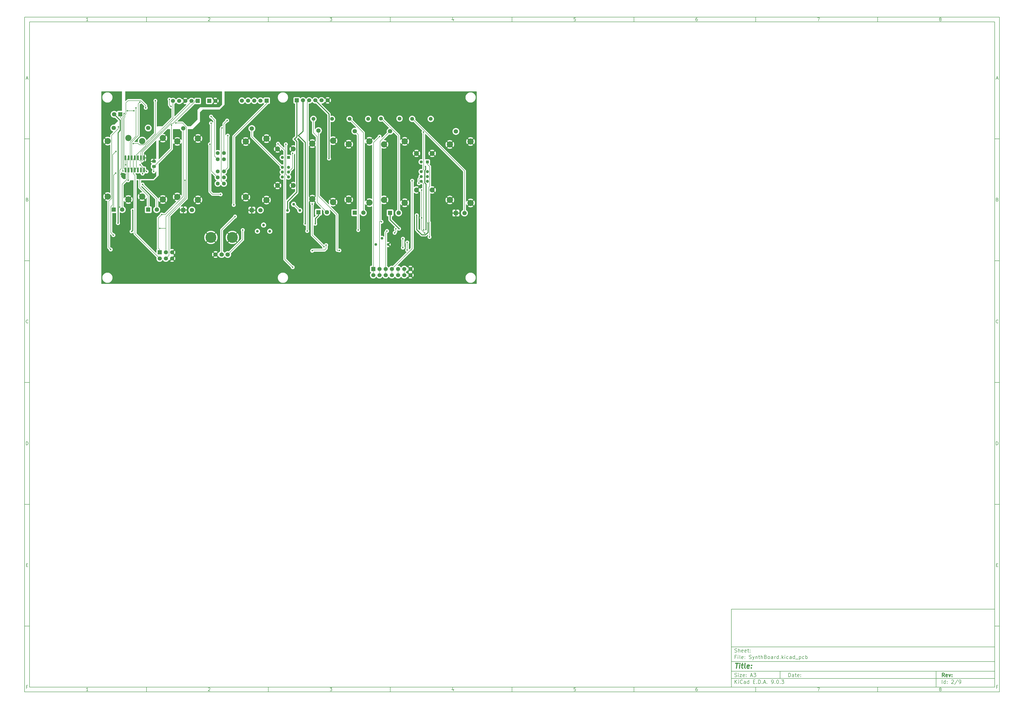
<source format=gbr>
%TF.GenerationSoftware,KiCad,Pcbnew,9.0.3*%
%TF.CreationDate,2025-09-21T20:18:17+09:00*%
%TF.ProjectId,SynthBoard,53796e74-6842-46f6-9172-642e6b696361,rev?*%
%TF.SameCoordinates,Original*%
%TF.FileFunction,Copper,L2,Bot*%
%TF.FilePolarity,Positive*%
%FSLAX46Y46*%
G04 Gerber Fmt 4.6, Leading zero omitted, Abs format (unit mm)*
G04 Created by KiCad (PCBNEW 9.0.3) date 2025-09-21 20:18:17*
%MOMM*%
%LPD*%
G01*
G04 APERTURE LIST*
G04 Aperture macros list*
%AMRoundRect*
0 Rectangle with rounded corners*
0 $1 Rounding radius*
0 $2 $3 $4 $5 $6 $7 $8 $9 X,Y pos of 4 corners*
0 Add a 4 corners polygon primitive as box body*
4,1,4,$2,$3,$4,$5,$6,$7,$8,$9,$2,$3,0*
0 Add four circle primitives for the rounded corners*
1,1,$1+$1,$2,$3*
1,1,$1+$1,$4,$5*
1,1,$1+$1,$6,$7*
1,1,$1+$1,$8,$9*
0 Add four rect primitives between the rounded corners*
20,1,$1+$1,$2,$3,$4,$5,0*
20,1,$1+$1,$4,$5,$6,$7,0*
20,1,$1+$1,$6,$7,$8,$9,0*
20,1,$1+$1,$8,$9,$2,$3,0*%
G04 Aperture macros list end*
%ADD10C,0.100000*%
%ADD11C,0.150000*%
%ADD12C,0.300000*%
%ADD13C,0.400000*%
%TA.AperFunction,ComponentPad*%
%ADD14C,1.120000*%
%TD*%
%TA.AperFunction,ComponentPad*%
%ADD15C,1.600000*%
%TD*%
%TA.AperFunction,ComponentPad*%
%ADD16R,1.800000X1.800000*%
%TD*%
%TA.AperFunction,ComponentPad*%
%ADD17C,1.800000*%
%TD*%
%TA.AperFunction,ComponentPad*%
%ADD18C,2.550000*%
%TD*%
%TA.AperFunction,ComponentPad*%
%ADD19R,1.700000X1.700000*%
%TD*%
%TA.AperFunction,ComponentPad*%
%ADD20C,1.700000*%
%TD*%
%TA.AperFunction,ComponentPad*%
%ADD21R,1.200000X1.200000*%
%TD*%
%TA.AperFunction,ComponentPad*%
%ADD22C,1.286000*%
%TD*%
%TA.AperFunction,ComponentPad*%
%ADD23C,2.025000*%
%TD*%
%TA.AperFunction,ComponentPad*%
%ADD24C,4.455000*%
%TD*%
%TA.AperFunction,SMDPad,CuDef*%
%ADD25RoundRect,0.150000X0.150000X-0.825000X0.150000X0.825000X-0.150000X0.825000X-0.150000X-0.825000X0*%
%TD*%
%TA.AperFunction,SMDPad,CuDef*%
%ADD26RoundRect,0.250000X0.475000X-0.337500X0.475000X0.337500X-0.475000X0.337500X-0.475000X-0.337500X0*%
%TD*%
%TA.AperFunction,ViaPad*%
%ADD27C,0.600000*%
%TD*%
%TA.AperFunction,Conductor*%
%ADD28C,0.200000*%
%TD*%
%TA.AperFunction,Conductor*%
%ADD29C,0.400000*%
%TD*%
G04 APERTURE END LIST*
D10*
D11*
X299989000Y-253002200D02*
X407989000Y-253002200D01*
X407989000Y-285002200D01*
X299989000Y-285002200D01*
X299989000Y-253002200D01*
D10*
D11*
X10000000Y-10000000D02*
X409989000Y-10000000D01*
X409989000Y-287002200D01*
X10000000Y-287002200D01*
X10000000Y-10000000D01*
D10*
D11*
X12000000Y-12000000D02*
X407989000Y-12000000D01*
X407989000Y-285002200D01*
X12000000Y-285002200D01*
X12000000Y-12000000D01*
D10*
D11*
X60000000Y-12000000D02*
X60000000Y-10000000D01*
D10*
D11*
X110000000Y-12000000D02*
X110000000Y-10000000D01*
D10*
D11*
X160000000Y-12000000D02*
X160000000Y-10000000D01*
D10*
D11*
X210000000Y-12000000D02*
X210000000Y-10000000D01*
D10*
D11*
X260000000Y-12000000D02*
X260000000Y-10000000D01*
D10*
D11*
X310000000Y-12000000D02*
X310000000Y-10000000D01*
D10*
D11*
X360000000Y-12000000D02*
X360000000Y-10000000D01*
D10*
D11*
X36089160Y-11593604D02*
X35346303Y-11593604D01*
X35717731Y-11593604D02*
X35717731Y-10293604D01*
X35717731Y-10293604D02*
X35593922Y-10479319D01*
X35593922Y-10479319D02*
X35470112Y-10603128D01*
X35470112Y-10603128D02*
X35346303Y-10665033D01*
D10*
D11*
X85346303Y-10417414D02*
X85408207Y-10355509D01*
X85408207Y-10355509D02*
X85532017Y-10293604D01*
X85532017Y-10293604D02*
X85841541Y-10293604D01*
X85841541Y-10293604D02*
X85965350Y-10355509D01*
X85965350Y-10355509D02*
X86027255Y-10417414D01*
X86027255Y-10417414D02*
X86089160Y-10541223D01*
X86089160Y-10541223D02*
X86089160Y-10665033D01*
X86089160Y-10665033D02*
X86027255Y-10850747D01*
X86027255Y-10850747D02*
X85284398Y-11593604D01*
X85284398Y-11593604D02*
X86089160Y-11593604D01*
D10*
D11*
X135284398Y-10293604D02*
X136089160Y-10293604D01*
X136089160Y-10293604D02*
X135655826Y-10788842D01*
X135655826Y-10788842D02*
X135841541Y-10788842D01*
X135841541Y-10788842D02*
X135965350Y-10850747D01*
X135965350Y-10850747D02*
X136027255Y-10912652D01*
X136027255Y-10912652D02*
X136089160Y-11036461D01*
X136089160Y-11036461D02*
X136089160Y-11345985D01*
X136089160Y-11345985D02*
X136027255Y-11469795D01*
X136027255Y-11469795D02*
X135965350Y-11531700D01*
X135965350Y-11531700D02*
X135841541Y-11593604D01*
X135841541Y-11593604D02*
X135470112Y-11593604D01*
X135470112Y-11593604D02*
X135346303Y-11531700D01*
X135346303Y-11531700D02*
X135284398Y-11469795D01*
D10*
D11*
X185965350Y-10726938D02*
X185965350Y-11593604D01*
X185655826Y-10231700D02*
X185346303Y-11160271D01*
X185346303Y-11160271D02*
X186151064Y-11160271D01*
D10*
D11*
X236027255Y-10293604D02*
X235408207Y-10293604D01*
X235408207Y-10293604D02*
X235346303Y-10912652D01*
X235346303Y-10912652D02*
X235408207Y-10850747D01*
X235408207Y-10850747D02*
X235532017Y-10788842D01*
X235532017Y-10788842D02*
X235841541Y-10788842D01*
X235841541Y-10788842D02*
X235965350Y-10850747D01*
X235965350Y-10850747D02*
X236027255Y-10912652D01*
X236027255Y-10912652D02*
X236089160Y-11036461D01*
X236089160Y-11036461D02*
X236089160Y-11345985D01*
X236089160Y-11345985D02*
X236027255Y-11469795D01*
X236027255Y-11469795D02*
X235965350Y-11531700D01*
X235965350Y-11531700D02*
X235841541Y-11593604D01*
X235841541Y-11593604D02*
X235532017Y-11593604D01*
X235532017Y-11593604D02*
X235408207Y-11531700D01*
X235408207Y-11531700D02*
X235346303Y-11469795D01*
D10*
D11*
X285965350Y-10293604D02*
X285717731Y-10293604D01*
X285717731Y-10293604D02*
X285593922Y-10355509D01*
X285593922Y-10355509D02*
X285532017Y-10417414D01*
X285532017Y-10417414D02*
X285408207Y-10603128D01*
X285408207Y-10603128D02*
X285346303Y-10850747D01*
X285346303Y-10850747D02*
X285346303Y-11345985D01*
X285346303Y-11345985D02*
X285408207Y-11469795D01*
X285408207Y-11469795D02*
X285470112Y-11531700D01*
X285470112Y-11531700D02*
X285593922Y-11593604D01*
X285593922Y-11593604D02*
X285841541Y-11593604D01*
X285841541Y-11593604D02*
X285965350Y-11531700D01*
X285965350Y-11531700D02*
X286027255Y-11469795D01*
X286027255Y-11469795D02*
X286089160Y-11345985D01*
X286089160Y-11345985D02*
X286089160Y-11036461D01*
X286089160Y-11036461D02*
X286027255Y-10912652D01*
X286027255Y-10912652D02*
X285965350Y-10850747D01*
X285965350Y-10850747D02*
X285841541Y-10788842D01*
X285841541Y-10788842D02*
X285593922Y-10788842D01*
X285593922Y-10788842D02*
X285470112Y-10850747D01*
X285470112Y-10850747D02*
X285408207Y-10912652D01*
X285408207Y-10912652D02*
X285346303Y-11036461D01*
D10*
D11*
X335284398Y-10293604D02*
X336151064Y-10293604D01*
X336151064Y-10293604D02*
X335593922Y-11593604D01*
D10*
D11*
X385593922Y-10850747D02*
X385470112Y-10788842D01*
X385470112Y-10788842D02*
X385408207Y-10726938D01*
X385408207Y-10726938D02*
X385346303Y-10603128D01*
X385346303Y-10603128D02*
X385346303Y-10541223D01*
X385346303Y-10541223D02*
X385408207Y-10417414D01*
X385408207Y-10417414D02*
X385470112Y-10355509D01*
X385470112Y-10355509D02*
X385593922Y-10293604D01*
X385593922Y-10293604D02*
X385841541Y-10293604D01*
X385841541Y-10293604D02*
X385965350Y-10355509D01*
X385965350Y-10355509D02*
X386027255Y-10417414D01*
X386027255Y-10417414D02*
X386089160Y-10541223D01*
X386089160Y-10541223D02*
X386089160Y-10603128D01*
X386089160Y-10603128D02*
X386027255Y-10726938D01*
X386027255Y-10726938D02*
X385965350Y-10788842D01*
X385965350Y-10788842D02*
X385841541Y-10850747D01*
X385841541Y-10850747D02*
X385593922Y-10850747D01*
X385593922Y-10850747D02*
X385470112Y-10912652D01*
X385470112Y-10912652D02*
X385408207Y-10974557D01*
X385408207Y-10974557D02*
X385346303Y-11098366D01*
X385346303Y-11098366D02*
X385346303Y-11345985D01*
X385346303Y-11345985D02*
X385408207Y-11469795D01*
X385408207Y-11469795D02*
X385470112Y-11531700D01*
X385470112Y-11531700D02*
X385593922Y-11593604D01*
X385593922Y-11593604D02*
X385841541Y-11593604D01*
X385841541Y-11593604D02*
X385965350Y-11531700D01*
X385965350Y-11531700D02*
X386027255Y-11469795D01*
X386027255Y-11469795D02*
X386089160Y-11345985D01*
X386089160Y-11345985D02*
X386089160Y-11098366D01*
X386089160Y-11098366D02*
X386027255Y-10974557D01*
X386027255Y-10974557D02*
X385965350Y-10912652D01*
X385965350Y-10912652D02*
X385841541Y-10850747D01*
D10*
D11*
X60000000Y-285002200D02*
X60000000Y-287002200D01*
D10*
D11*
X110000000Y-285002200D02*
X110000000Y-287002200D01*
D10*
D11*
X160000000Y-285002200D02*
X160000000Y-287002200D01*
D10*
D11*
X210000000Y-285002200D02*
X210000000Y-287002200D01*
D10*
D11*
X260000000Y-285002200D02*
X260000000Y-287002200D01*
D10*
D11*
X310000000Y-285002200D02*
X310000000Y-287002200D01*
D10*
D11*
X360000000Y-285002200D02*
X360000000Y-287002200D01*
D10*
D11*
X36089160Y-286595804D02*
X35346303Y-286595804D01*
X35717731Y-286595804D02*
X35717731Y-285295804D01*
X35717731Y-285295804D02*
X35593922Y-285481519D01*
X35593922Y-285481519D02*
X35470112Y-285605328D01*
X35470112Y-285605328D02*
X35346303Y-285667233D01*
D10*
D11*
X85346303Y-285419614D02*
X85408207Y-285357709D01*
X85408207Y-285357709D02*
X85532017Y-285295804D01*
X85532017Y-285295804D02*
X85841541Y-285295804D01*
X85841541Y-285295804D02*
X85965350Y-285357709D01*
X85965350Y-285357709D02*
X86027255Y-285419614D01*
X86027255Y-285419614D02*
X86089160Y-285543423D01*
X86089160Y-285543423D02*
X86089160Y-285667233D01*
X86089160Y-285667233D02*
X86027255Y-285852947D01*
X86027255Y-285852947D02*
X85284398Y-286595804D01*
X85284398Y-286595804D02*
X86089160Y-286595804D01*
D10*
D11*
X135284398Y-285295804D02*
X136089160Y-285295804D01*
X136089160Y-285295804D02*
X135655826Y-285791042D01*
X135655826Y-285791042D02*
X135841541Y-285791042D01*
X135841541Y-285791042D02*
X135965350Y-285852947D01*
X135965350Y-285852947D02*
X136027255Y-285914852D01*
X136027255Y-285914852D02*
X136089160Y-286038661D01*
X136089160Y-286038661D02*
X136089160Y-286348185D01*
X136089160Y-286348185D02*
X136027255Y-286471995D01*
X136027255Y-286471995D02*
X135965350Y-286533900D01*
X135965350Y-286533900D02*
X135841541Y-286595804D01*
X135841541Y-286595804D02*
X135470112Y-286595804D01*
X135470112Y-286595804D02*
X135346303Y-286533900D01*
X135346303Y-286533900D02*
X135284398Y-286471995D01*
D10*
D11*
X185965350Y-285729138D02*
X185965350Y-286595804D01*
X185655826Y-285233900D02*
X185346303Y-286162471D01*
X185346303Y-286162471D02*
X186151064Y-286162471D01*
D10*
D11*
X236027255Y-285295804D02*
X235408207Y-285295804D01*
X235408207Y-285295804D02*
X235346303Y-285914852D01*
X235346303Y-285914852D02*
X235408207Y-285852947D01*
X235408207Y-285852947D02*
X235532017Y-285791042D01*
X235532017Y-285791042D02*
X235841541Y-285791042D01*
X235841541Y-285791042D02*
X235965350Y-285852947D01*
X235965350Y-285852947D02*
X236027255Y-285914852D01*
X236027255Y-285914852D02*
X236089160Y-286038661D01*
X236089160Y-286038661D02*
X236089160Y-286348185D01*
X236089160Y-286348185D02*
X236027255Y-286471995D01*
X236027255Y-286471995D02*
X235965350Y-286533900D01*
X235965350Y-286533900D02*
X235841541Y-286595804D01*
X235841541Y-286595804D02*
X235532017Y-286595804D01*
X235532017Y-286595804D02*
X235408207Y-286533900D01*
X235408207Y-286533900D02*
X235346303Y-286471995D01*
D10*
D11*
X285965350Y-285295804D02*
X285717731Y-285295804D01*
X285717731Y-285295804D02*
X285593922Y-285357709D01*
X285593922Y-285357709D02*
X285532017Y-285419614D01*
X285532017Y-285419614D02*
X285408207Y-285605328D01*
X285408207Y-285605328D02*
X285346303Y-285852947D01*
X285346303Y-285852947D02*
X285346303Y-286348185D01*
X285346303Y-286348185D02*
X285408207Y-286471995D01*
X285408207Y-286471995D02*
X285470112Y-286533900D01*
X285470112Y-286533900D02*
X285593922Y-286595804D01*
X285593922Y-286595804D02*
X285841541Y-286595804D01*
X285841541Y-286595804D02*
X285965350Y-286533900D01*
X285965350Y-286533900D02*
X286027255Y-286471995D01*
X286027255Y-286471995D02*
X286089160Y-286348185D01*
X286089160Y-286348185D02*
X286089160Y-286038661D01*
X286089160Y-286038661D02*
X286027255Y-285914852D01*
X286027255Y-285914852D02*
X285965350Y-285852947D01*
X285965350Y-285852947D02*
X285841541Y-285791042D01*
X285841541Y-285791042D02*
X285593922Y-285791042D01*
X285593922Y-285791042D02*
X285470112Y-285852947D01*
X285470112Y-285852947D02*
X285408207Y-285914852D01*
X285408207Y-285914852D02*
X285346303Y-286038661D01*
D10*
D11*
X335284398Y-285295804D02*
X336151064Y-285295804D01*
X336151064Y-285295804D02*
X335593922Y-286595804D01*
D10*
D11*
X385593922Y-285852947D02*
X385470112Y-285791042D01*
X385470112Y-285791042D02*
X385408207Y-285729138D01*
X385408207Y-285729138D02*
X385346303Y-285605328D01*
X385346303Y-285605328D02*
X385346303Y-285543423D01*
X385346303Y-285543423D02*
X385408207Y-285419614D01*
X385408207Y-285419614D02*
X385470112Y-285357709D01*
X385470112Y-285357709D02*
X385593922Y-285295804D01*
X385593922Y-285295804D02*
X385841541Y-285295804D01*
X385841541Y-285295804D02*
X385965350Y-285357709D01*
X385965350Y-285357709D02*
X386027255Y-285419614D01*
X386027255Y-285419614D02*
X386089160Y-285543423D01*
X386089160Y-285543423D02*
X386089160Y-285605328D01*
X386089160Y-285605328D02*
X386027255Y-285729138D01*
X386027255Y-285729138D02*
X385965350Y-285791042D01*
X385965350Y-285791042D02*
X385841541Y-285852947D01*
X385841541Y-285852947D02*
X385593922Y-285852947D01*
X385593922Y-285852947D02*
X385470112Y-285914852D01*
X385470112Y-285914852D02*
X385408207Y-285976757D01*
X385408207Y-285976757D02*
X385346303Y-286100566D01*
X385346303Y-286100566D02*
X385346303Y-286348185D01*
X385346303Y-286348185D02*
X385408207Y-286471995D01*
X385408207Y-286471995D02*
X385470112Y-286533900D01*
X385470112Y-286533900D02*
X385593922Y-286595804D01*
X385593922Y-286595804D02*
X385841541Y-286595804D01*
X385841541Y-286595804D02*
X385965350Y-286533900D01*
X385965350Y-286533900D02*
X386027255Y-286471995D01*
X386027255Y-286471995D02*
X386089160Y-286348185D01*
X386089160Y-286348185D02*
X386089160Y-286100566D01*
X386089160Y-286100566D02*
X386027255Y-285976757D01*
X386027255Y-285976757D02*
X385965350Y-285914852D01*
X385965350Y-285914852D02*
X385841541Y-285852947D01*
D10*
D11*
X10000000Y-60000000D02*
X12000000Y-60000000D01*
D10*
D11*
X10000000Y-110000000D02*
X12000000Y-110000000D01*
D10*
D11*
X10000000Y-160000000D02*
X12000000Y-160000000D01*
D10*
D11*
X10000000Y-210000000D02*
X12000000Y-210000000D01*
D10*
D11*
X10000000Y-260000000D02*
X12000000Y-260000000D01*
D10*
D11*
X10690476Y-35222176D02*
X11309523Y-35222176D01*
X10566666Y-35593604D02*
X10999999Y-34293604D01*
X10999999Y-34293604D02*
X11433333Y-35593604D01*
D10*
D11*
X11092857Y-84912652D02*
X11278571Y-84974557D01*
X11278571Y-84974557D02*
X11340476Y-85036461D01*
X11340476Y-85036461D02*
X11402380Y-85160271D01*
X11402380Y-85160271D02*
X11402380Y-85345985D01*
X11402380Y-85345985D02*
X11340476Y-85469795D01*
X11340476Y-85469795D02*
X11278571Y-85531700D01*
X11278571Y-85531700D02*
X11154761Y-85593604D01*
X11154761Y-85593604D02*
X10659523Y-85593604D01*
X10659523Y-85593604D02*
X10659523Y-84293604D01*
X10659523Y-84293604D02*
X11092857Y-84293604D01*
X11092857Y-84293604D02*
X11216666Y-84355509D01*
X11216666Y-84355509D02*
X11278571Y-84417414D01*
X11278571Y-84417414D02*
X11340476Y-84541223D01*
X11340476Y-84541223D02*
X11340476Y-84665033D01*
X11340476Y-84665033D02*
X11278571Y-84788842D01*
X11278571Y-84788842D02*
X11216666Y-84850747D01*
X11216666Y-84850747D02*
X11092857Y-84912652D01*
X11092857Y-84912652D02*
X10659523Y-84912652D01*
D10*
D11*
X11402380Y-135469795D02*
X11340476Y-135531700D01*
X11340476Y-135531700D02*
X11154761Y-135593604D01*
X11154761Y-135593604D02*
X11030952Y-135593604D01*
X11030952Y-135593604D02*
X10845238Y-135531700D01*
X10845238Y-135531700D02*
X10721428Y-135407890D01*
X10721428Y-135407890D02*
X10659523Y-135284080D01*
X10659523Y-135284080D02*
X10597619Y-135036461D01*
X10597619Y-135036461D02*
X10597619Y-134850747D01*
X10597619Y-134850747D02*
X10659523Y-134603128D01*
X10659523Y-134603128D02*
X10721428Y-134479319D01*
X10721428Y-134479319D02*
X10845238Y-134355509D01*
X10845238Y-134355509D02*
X11030952Y-134293604D01*
X11030952Y-134293604D02*
X11154761Y-134293604D01*
X11154761Y-134293604D02*
X11340476Y-134355509D01*
X11340476Y-134355509D02*
X11402380Y-134417414D01*
D10*
D11*
X10659523Y-185593604D02*
X10659523Y-184293604D01*
X10659523Y-184293604D02*
X10969047Y-184293604D01*
X10969047Y-184293604D02*
X11154761Y-184355509D01*
X11154761Y-184355509D02*
X11278571Y-184479319D01*
X11278571Y-184479319D02*
X11340476Y-184603128D01*
X11340476Y-184603128D02*
X11402380Y-184850747D01*
X11402380Y-184850747D02*
X11402380Y-185036461D01*
X11402380Y-185036461D02*
X11340476Y-185284080D01*
X11340476Y-185284080D02*
X11278571Y-185407890D01*
X11278571Y-185407890D02*
X11154761Y-185531700D01*
X11154761Y-185531700D02*
X10969047Y-185593604D01*
X10969047Y-185593604D02*
X10659523Y-185593604D01*
D10*
D11*
X10721428Y-234912652D02*
X11154762Y-234912652D01*
X11340476Y-235593604D02*
X10721428Y-235593604D01*
X10721428Y-235593604D02*
X10721428Y-234293604D01*
X10721428Y-234293604D02*
X11340476Y-234293604D01*
D10*
D11*
X11185714Y-284912652D02*
X10752380Y-284912652D01*
X10752380Y-285593604D02*
X10752380Y-284293604D01*
X10752380Y-284293604D02*
X11371428Y-284293604D01*
D10*
D11*
X409989000Y-60000000D02*
X407989000Y-60000000D01*
D10*
D11*
X409989000Y-110000000D02*
X407989000Y-110000000D01*
D10*
D11*
X409989000Y-160000000D02*
X407989000Y-160000000D01*
D10*
D11*
X409989000Y-210000000D02*
X407989000Y-210000000D01*
D10*
D11*
X409989000Y-260000000D02*
X407989000Y-260000000D01*
D10*
D11*
X408679476Y-35222176D02*
X409298523Y-35222176D01*
X408555666Y-35593604D02*
X408988999Y-34293604D01*
X408988999Y-34293604D02*
X409422333Y-35593604D01*
D10*
D11*
X409081857Y-84912652D02*
X409267571Y-84974557D01*
X409267571Y-84974557D02*
X409329476Y-85036461D01*
X409329476Y-85036461D02*
X409391380Y-85160271D01*
X409391380Y-85160271D02*
X409391380Y-85345985D01*
X409391380Y-85345985D02*
X409329476Y-85469795D01*
X409329476Y-85469795D02*
X409267571Y-85531700D01*
X409267571Y-85531700D02*
X409143761Y-85593604D01*
X409143761Y-85593604D02*
X408648523Y-85593604D01*
X408648523Y-85593604D02*
X408648523Y-84293604D01*
X408648523Y-84293604D02*
X409081857Y-84293604D01*
X409081857Y-84293604D02*
X409205666Y-84355509D01*
X409205666Y-84355509D02*
X409267571Y-84417414D01*
X409267571Y-84417414D02*
X409329476Y-84541223D01*
X409329476Y-84541223D02*
X409329476Y-84665033D01*
X409329476Y-84665033D02*
X409267571Y-84788842D01*
X409267571Y-84788842D02*
X409205666Y-84850747D01*
X409205666Y-84850747D02*
X409081857Y-84912652D01*
X409081857Y-84912652D02*
X408648523Y-84912652D01*
D10*
D11*
X409391380Y-135469795D02*
X409329476Y-135531700D01*
X409329476Y-135531700D02*
X409143761Y-135593604D01*
X409143761Y-135593604D02*
X409019952Y-135593604D01*
X409019952Y-135593604D02*
X408834238Y-135531700D01*
X408834238Y-135531700D02*
X408710428Y-135407890D01*
X408710428Y-135407890D02*
X408648523Y-135284080D01*
X408648523Y-135284080D02*
X408586619Y-135036461D01*
X408586619Y-135036461D02*
X408586619Y-134850747D01*
X408586619Y-134850747D02*
X408648523Y-134603128D01*
X408648523Y-134603128D02*
X408710428Y-134479319D01*
X408710428Y-134479319D02*
X408834238Y-134355509D01*
X408834238Y-134355509D02*
X409019952Y-134293604D01*
X409019952Y-134293604D02*
X409143761Y-134293604D01*
X409143761Y-134293604D02*
X409329476Y-134355509D01*
X409329476Y-134355509D02*
X409391380Y-134417414D01*
D10*
D11*
X408648523Y-185593604D02*
X408648523Y-184293604D01*
X408648523Y-184293604D02*
X408958047Y-184293604D01*
X408958047Y-184293604D02*
X409143761Y-184355509D01*
X409143761Y-184355509D02*
X409267571Y-184479319D01*
X409267571Y-184479319D02*
X409329476Y-184603128D01*
X409329476Y-184603128D02*
X409391380Y-184850747D01*
X409391380Y-184850747D02*
X409391380Y-185036461D01*
X409391380Y-185036461D02*
X409329476Y-185284080D01*
X409329476Y-185284080D02*
X409267571Y-185407890D01*
X409267571Y-185407890D02*
X409143761Y-185531700D01*
X409143761Y-185531700D02*
X408958047Y-185593604D01*
X408958047Y-185593604D02*
X408648523Y-185593604D01*
D10*
D11*
X408710428Y-234912652D02*
X409143762Y-234912652D01*
X409329476Y-235593604D02*
X408710428Y-235593604D01*
X408710428Y-235593604D02*
X408710428Y-234293604D01*
X408710428Y-234293604D02*
X409329476Y-234293604D01*
D10*
D11*
X409174714Y-284912652D02*
X408741380Y-284912652D01*
X408741380Y-285593604D02*
X408741380Y-284293604D01*
X408741380Y-284293604D02*
X409360428Y-284293604D01*
D10*
D11*
X323444826Y-280788328D02*
X323444826Y-279288328D01*
X323444826Y-279288328D02*
X323801969Y-279288328D01*
X323801969Y-279288328D02*
X324016255Y-279359757D01*
X324016255Y-279359757D02*
X324159112Y-279502614D01*
X324159112Y-279502614D02*
X324230541Y-279645471D01*
X324230541Y-279645471D02*
X324301969Y-279931185D01*
X324301969Y-279931185D02*
X324301969Y-280145471D01*
X324301969Y-280145471D02*
X324230541Y-280431185D01*
X324230541Y-280431185D02*
X324159112Y-280574042D01*
X324159112Y-280574042D02*
X324016255Y-280716900D01*
X324016255Y-280716900D02*
X323801969Y-280788328D01*
X323801969Y-280788328D02*
X323444826Y-280788328D01*
X325587684Y-280788328D02*
X325587684Y-280002614D01*
X325587684Y-280002614D02*
X325516255Y-279859757D01*
X325516255Y-279859757D02*
X325373398Y-279788328D01*
X325373398Y-279788328D02*
X325087684Y-279788328D01*
X325087684Y-279788328D02*
X324944826Y-279859757D01*
X325587684Y-280716900D02*
X325444826Y-280788328D01*
X325444826Y-280788328D02*
X325087684Y-280788328D01*
X325087684Y-280788328D02*
X324944826Y-280716900D01*
X324944826Y-280716900D02*
X324873398Y-280574042D01*
X324873398Y-280574042D02*
X324873398Y-280431185D01*
X324873398Y-280431185D02*
X324944826Y-280288328D01*
X324944826Y-280288328D02*
X325087684Y-280216900D01*
X325087684Y-280216900D02*
X325444826Y-280216900D01*
X325444826Y-280216900D02*
X325587684Y-280145471D01*
X326087684Y-279788328D02*
X326659112Y-279788328D01*
X326301969Y-279288328D02*
X326301969Y-280574042D01*
X326301969Y-280574042D02*
X326373398Y-280716900D01*
X326373398Y-280716900D02*
X326516255Y-280788328D01*
X326516255Y-280788328D02*
X326659112Y-280788328D01*
X327730541Y-280716900D02*
X327587684Y-280788328D01*
X327587684Y-280788328D02*
X327301970Y-280788328D01*
X327301970Y-280788328D02*
X327159112Y-280716900D01*
X327159112Y-280716900D02*
X327087684Y-280574042D01*
X327087684Y-280574042D02*
X327087684Y-280002614D01*
X327087684Y-280002614D02*
X327159112Y-279859757D01*
X327159112Y-279859757D02*
X327301970Y-279788328D01*
X327301970Y-279788328D02*
X327587684Y-279788328D01*
X327587684Y-279788328D02*
X327730541Y-279859757D01*
X327730541Y-279859757D02*
X327801970Y-280002614D01*
X327801970Y-280002614D02*
X327801970Y-280145471D01*
X327801970Y-280145471D02*
X327087684Y-280288328D01*
X328444826Y-280645471D02*
X328516255Y-280716900D01*
X328516255Y-280716900D02*
X328444826Y-280788328D01*
X328444826Y-280788328D02*
X328373398Y-280716900D01*
X328373398Y-280716900D02*
X328444826Y-280645471D01*
X328444826Y-280645471D02*
X328444826Y-280788328D01*
X328444826Y-279859757D02*
X328516255Y-279931185D01*
X328516255Y-279931185D02*
X328444826Y-280002614D01*
X328444826Y-280002614D02*
X328373398Y-279931185D01*
X328373398Y-279931185D02*
X328444826Y-279859757D01*
X328444826Y-279859757D02*
X328444826Y-280002614D01*
D10*
D11*
X299989000Y-281502200D02*
X407989000Y-281502200D01*
D10*
D11*
X301444826Y-283588328D02*
X301444826Y-282088328D01*
X302301969Y-283588328D02*
X301659112Y-282731185D01*
X302301969Y-282088328D02*
X301444826Y-282945471D01*
X302944826Y-283588328D02*
X302944826Y-282588328D01*
X302944826Y-282088328D02*
X302873398Y-282159757D01*
X302873398Y-282159757D02*
X302944826Y-282231185D01*
X302944826Y-282231185D02*
X303016255Y-282159757D01*
X303016255Y-282159757D02*
X302944826Y-282088328D01*
X302944826Y-282088328D02*
X302944826Y-282231185D01*
X304516255Y-283445471D02*
X304444827Y-283516900D01*
X304444827Y-283516900D02*
X304230541Y-283588328D01*
X304230541Y-283588328D02*
X304087684Y-283588328D01*
X304087684Y-283588328D02*
X303873398Y-283516900D01*
X303873398Y-283516900D02*
X303730541Y-283374042D01*
X303730541Y-283374042D02*
X303659112Y-283231185D01*
X303659112Y-283231185D02*
X303587684Y-282945471D01*
X303587684Y-282945471D02*
X303587684Y-282731185D01*
X303587684Y-282731185D02*
X303659112Y-282445471D01*
X303659112Y-282445471D02*
X303730541Y-282302614D01*
X303730541Y-282302614D02*
X303873398Y-282159757D01*
X303873398Y-282159757D02*
X304087684Y-282088328D01*
X304087684Y-282088328D02*
X304230541Y-282088328D01*
X304230541Y-282088328D02*
X304444827Y-282159757D01*
X304444827Y-282159757D02*
X304516255Y-282231185D01*
X305801970Y-283588328D02*
X305801970Y-282802614D01*
X305801970Y-282802614D02*
X305730541Y-282659757D01*
X305730541Y-282659757D02*
X305587684Y-282588328D01*
X305587684Y-282588328D02*
X305301970Y-282588328D01*
X305301970Y-282588328D02*
X305159112Y-282659757D01*
X305801970Y-283516900D02*
X305659112Y-283588328D01*
X305659112Y-283588328D02*
X305301970Y-283588328D01*
X305301970Y-283588328D02*
X305159112Y-283516900D01*
X305159112Y-283516900D02*
X305087684Y-283374042D01*
X305087684Y-283374042D02*
X305087684Y-283231185D01*
X305087684Y-283231185D02*
X305159112Y-283088328D01*
X305159112Y-283088328D02*
X305301970Y-283016900D01*
X305301970Y-283016900D02*
X305659112Y-283016900D01*
X305659112Y-283016900D02*
X305801970Y-282945471D01*
X307159113Y-283588328D02*
X307159113Y-282088328D01*
X307159113Y-283516900D02*
X307016255Y-283588328D01*
X307016255Y-283588328D02*
X306730541Y-283588328D01*
X306730541Y-283588328D02*
X306587684Y-283516900D01*
X306587684Y-283516900D02*
X306516255Y-283445471D01*
X306516255Y-283445471D02*
X306444827Y-283302614D01*
X306444827Y-283302614D02*
X306444827Y-282874042D01*
X306444827Y-282874042D02*
X306516255Y-282731185D01*
X306516255Y-282731185D02*
X306587684Y-282659757D01*
X306587684Y-282659757D02*
X306730541Y-282588328D01*
X306730541Y-282588328D02*
X307016255Y-282588328D01*
X307016255Y-282588328D02*
X307159113Y-282659757D01*
X309016255Y-282802614D02*
X309516255Y-282802614D01*
X309730541Y-283588328D02*
X309016255Y-283588328D01*
X309016255Y-283588328D02*
X309016255Y-282088328D01*
X309016255Y-282088328D02*
X309730541Y-282088328D01*
X310373398Y-283445471D02*
X310444827Y-283516900D01*
X310444827Y-283516900D02*
X310373398Y-283588328D01*
X310373398Y-283588328D02*
X310301970Y-283516900D01*
X310301970Y-283516900D02*
X310373398Y-283445471D01*
X310373398Y-283445471D02*
X310373398Y-283588328D01*
X311087684Y-283588328D02*
X311087684Y-282088328D01*
X311087684Y-282088328D02*
X311444827Y-282088328D01*
X311444827Y-282088328D02*
X311659113Y-282159757D01*
X311659113Y-282159757D02*
X311801970Y-282302614D01*
X311801970Y-282302614D02*
X311873399Y-282445471D01*
X311873399Y-282445471D02*
X311944827Y-282731185D01*
X311944827Y-282731185D02*
X311944827Y-282945471D01*
X311944827Y-282945471D02*
X311873399Y-283231185D01*
X311873399Y-283231185D02*
X311801970Y-283374042D01*
X311801970Y-283374042D02*
X311659113Y-283516900D01*
X311659113Y-283516900D02*
X311444827Y-283588328D01*
X311444827Y-283588328D02*
X311087684Y-283588328D01*
X312587684Y-283445471D02*
X312659113Y-283516900D01*
X312659113Y-283516900D02*
X312587684Y-283588328D01*
X312587684Y-283588328D02*
X312516256Y-283516900D01*
X312516256Y-283516900D02*
X312587684Y-283445471D01*
X312587684Y-283445471D02*
X312587684Y-283588328D01*
X313230542Y-283159757D02*
X313944828Y-283159757D01*
X313087685Y-283588328D02*
X313587685Y-282088328D01*
X313587685Y-282088328D02*
X314087685Y-283588328D01*
X314587684Y-283445471D02*
X314659113Y-283516900D01*
X314659113Y-283516900D02*
X314587684Y-283588328D01*
X314587684Y-283588328D02*
X314516256Y-283516900D01*
X314516256Y-283516900D02*
X314587684Y-283445471D01*
X314587684Y-283445471D02*
X314587684Y-283588328D01*
X316516256Y-283588328D02*
X316801970Y-283588328D01*
X316801970Y-283588328D02*
X316944827Y-283516900D01*
X316944827Y-283516900D02*
X317016256Y-283445471D01*
X317016256Y-283445471D02*
X317159113Y-283231185D01*
X317159113Y-283231185D02*
X317230542Y-282945471D01*
X317230542Y-282945471D02*
X317230542Y-282374042D01*
X317230542Y-282374042D02*
X317159113Y-282231185D01*
X317159113Y-282231185D02*
X317087685Y-282159757D01*
X317087685Y-282159757D02*
X316944827Y-282088328D01*
X316944827Y-282088328D02*
X316659113Y-282088328D01*
X316659113Y-282088328D02*
X316516256Y-282159757D01*
X316516256Y-282159757D02*
X316444827Y-282231185D01*
X316444827Y-282231185D02*
X316373399Y-282374042D01*
X316373399Y-282374042D02*
X316373399Y-282731185D01*
X316373399Y-282731185D02*
X316444827Y-282874042D01*
X316444827Y-282874042D02*
X316516256Y-282945471D01*
X316516256Y-282945471D02*
X316659113Y-283016900D01*
X316659113Y-283016900D02*
X316944827Y-283016900D01*
X316944827Y-283016900D02*
X317087685Y-282945471D01*
X317087685Y-282945471D02*
X317159113Y-282874042D01*
X317159113Y-282874042D02*
X317230542Y-282731185D01*
X317873398Y-283445471D02*
X317944827Y-283516900D01*
X317944827Y-283516900D02*
X317873398Y-283588328D01*
X317873398Y-283588328D02*
X317801970Y-283516900D01*
X317801970Y-283516900D02*
X317873398Y-283445471D01*
X317873398Y-283445471D02*
X317873398Y-283588328D01*
X318873399Y-282088328D02*
X319016256Y-282088328D01*
X319016256Y-282088328D02*
X319159113Y-282159757D01*
X319159113Y-282159757D02*
X319230542Y-282231185D01*
X319230542Y-282231185D02*
X319301970Y-282374042D01*
X319301970Y-282374042D02*
X319373399Y-282659757D01*
X319373399Y-282659757D02*
X319373399Y-283016900D01*
X319373399Y-283016900D02*
X319301970Y-283302614D01*
X319301970Y-283302614D02*
X319230542Y-283445471D01*
X319230542Y-283445471D02*
X319159113Y-283516900D01*
X319159113Y-283516900D02*
X319016256Y-283588328D01*
X319016256Y-283588328D02*
X318873399Y-283588328D01*
X318873399Y-283588328D02*
X318730542Y-283516900D01*
X318730542Y-283516900D02*
X318659113Y-283445471D01*
X318659113Y-283445471D02*
X318587684Y-283302614D01*
X318587684Y-283302614D02*
X318516256Y-283016900D01*
X318516256Y-283016900D02*
X318516256Y-282659757D01*
X318516256Y-282659757D02*
X318587684Y-282374042D01*
X318587684Y-282374042D02*
X318659113Y-282231185D01*
X318659113Y-282231185D02*
X318730542Y-282159757D01*
X318730542Y-282159757D02*
X318873399Y-282088328D01*
X320016255Y-283445471D02*
X320087684Y-283516900D01*
X320087684Y-283516900D02*
X320016255Y-283588328D01*
X320016255Y-283588328D02*
X319944827Y-283516900D01*
X319944827Y-283516900D02*
X320016255Y-283445471D01*
X320016255Y-283445471D02*
X320016255Y-283588328D01*
X320587684Y-282088328D02*
X321516256Y-282088328D01*
X321516256Y-282088328D02*
X321016256Y-282659757D01*
X321016256Y-282659757D02*
X321230541Y-282659757D01*
X321230541Y-282659757D02*
X321373399Y-282731185D01*
X321373399Y-282731185D02*
X321444827Y-282802614D01*
X321444827Y-282802614D02*
X321516256Y-282945471D01*
X321516256Y-282945471D02*
X321516256Y-283302614D01*
X321516256Y-283302614D02*
X321444827Y-283445471D01*
X321444827Y-283445471D02*
X321373399Y-283516900D01*
X321373399Y-283516900D02*
X321230541Y-283588328D01*
X321230541Y-283588328D02*
X320801970Y-283588328D01*
X320801970Y-283588328D02*
X320659113Y-283516900D01*
X320659113Y-283516900D02*
X320587684Y-283445471D01*
D10*
D11*
X299989000Y-278502200D02*
X407989000Y-278502200D01*
D10*
D12*
X387400653Y-280780528D02*
X386900653Y-280066242D01*
X386543510Y-280780528D02*
X386543510Y-279280528D01*
X386543510Y-279280528D02*
X387114939Y-279280528D01*
X387114939Y-279280528D02*
X387257796Y-279351957D01*
X387257796Y-279351957D02*
X387329225Y-279423385D01*
X387329225Y-279423385D02*
X387400653Y-279566242D01*
X387400653Y-279566242D02*
X387400653Y-279780528D01*
X387400653Y-279780528D02*
X387329225Y-279923385D01*
X387329225Y-279923385D02*
X387257796Y-279994814D01*
X387257796Y-279994814D02*
X387114939Y-280066242D01*
X387114939Y-280066242D02*
X386543510Y-280066242D01*
X388614939Y-280709100D02*
X388472082Y-280780528D01*
X388472082Y-280780528D02*
X388186368Y-280780528D01*
X388186368Y-280780528D02*
X388043510Y-280709100D01*
X388043510Y-280709100D02*
X387972082Y-280566242D01*
X387972082Y-280566242D02*
X387972082Y-279994814D01*
X387972082Y-279994814D02*
X388043510Y-279851957D01*
X388043510Y-279851957D02*
X388186368Y-279780528D01*
X388186368Y-279780528D02*
X388472082Y-279780528D01*
X388472082Y-279780528D02*
X388614939Y-279851957D01*
X388614939Y-279851957D02*
X388686368Y-279994814D01*
X388686368Y-279994814D02*
X388686368Y-280137671D01*
X388686368Y-280137671D02*
X387972082Y-280280528D01*
X389186367Y-279780528D02*
X389543510Y-280780528D01*
X389543510Y-280780528D02*
X389900653Y-279780528D01*
X390472081Y-280637671D02*
X390543510Y-280709100D01*
X390543510Y-280709100D02*
X390472081Y-280780528D01*
X390472081Y-280780528D02*
X390400653Y-280709100D01*
X390400653Y-280709100D02*
X390472081Y-280637671D01*
X390472081Y-280637671D02*
X390472081Y-280780528D01*
X390472081Y-279851957D02*
X390543510Y-279923385D01*
X390543510Y-279923385D02*
X390472081Y-279994814D01*
X390472081Y-279994814D02*
X390400653Y-279923385D01*
X390400653Y-279923385D02*
X390472081Y-279851957D01*
X390472081Y-279851957D02*
X390472081Y-279994814D01*
D10*
D11*
X301373398Y-280716900D02*
X301587684Y-280788328D01*
X301587684Y-280788328D02*
X301944826Y-280788328D01*
X301944826Y-280788328D02*
X302087684Y-280716900D01*
X302087684Y-280716900D02*
X302159112Y-280645471D01*
X302159112Y-280645471D02*
X302230541Y-280502614D01*
X302230541Y-280502614D02*
X302230541Y-280359757D01*
X302230541Y-280359757D02*
X302159112Y-280216900D01*
X302159112Y-280216900D02*
X302087684Y-280145471D01*
X302087684Y-280145471D02*
X301944826Y-280074042D01*
X301944826Y-280074042D02*
X301659112Y-280002614D01*
X301659112Y-280002614D02*
X301516255Y-279931185D01*
X301516255Y-279931185D02*
X301444826Y-279859757D01*
X301444826Y-279859757D02*
X301373398Y-279716900D01*
X301373398Y-279716900D02*
X301373398Y-279574042D01*
X301373398Y-279574042D02*
X301444826Y-279431185D01*
X301444826Y-279431185D02*
X301516255Y-279359757D01*
X301516255Y-279359757D02*
X301659112Y-279288328D01*
X301659112Y-279288328D02*
X302016255Y-279288328D01*
X302016255Y-279288328D02*
X302230541Y-279359757D01*
X302873397Y-280788328D02*
X302873397Y-279788328D01*
X302873397Y-279288328D02*
X302801969Y-279359757D01*
X302801969Y-279359757D02*
X302873397Y-279431185D01*
X302873397Y-279431185D02*
X302944826Y-279359757D01*
X302944826Y-279359757D02*
X302873397Y-279288328D01*
X302873397Y-279288328D02*
X302873397Y-279431185D01*
X303444826Y-279788328D02*
X304230541Y-279788328D01*
X304230541Y-279788328D02*
X303444826Y-280788328D01*
X303444826Y-280788328D02*
X304230541Y-280788328D01*
X305373398Y-280716900D02*
X305230541Y-280788328D01*
X305230541Y-280788328D02*
X304944827Y-280788328D01*
X304944827Y-280788328D02*
X304801969Y-280716900D01*
X304801969Y-280716900D02*
X304730541Y-280574042D01*
X304730541Y-280574042D02*
X304730541Y-280002614D01*
X304730541Y-280002614D02*
X304801969Y-279859757D01*
X304801969Y-279859757D02*
X304944827Y-279788328D01*
X304944827Y-279788328D02*
X305230541Y-279788328D01*
X305230541Y-279788328D02*
X305373398Y-279859757D01*
X305373398Y-279859757D02*
X305444827Y-280002614D01*
X305444827Y-280002614D02*
X305444827Y-280145471D01*
X305444827Y-280145471D02*
X304730541Y-280288328D01*
X306087683Y-280645471D02*
X306159112Y-280716900D01*
X306159112Y-280716900D02*
X306087683Y-280788328D01*
X306087683Y-280788328D02*
X306016255Y-280716900D01*
X306016255Y-280716900D02*
X306087683Y-280645471D01*
X306087683Y-280645471D02*
X306087683Y-280788328D01*
X306087683Y-279859757D02*
X306159112Y-279931185D01*
X306159112Y-279931185D02*
X306087683Y-280002614D01*
X306087683Y-280002614D02*
X306016255Y-279931185D01*
X306016255Y-279931185D02*
X306087683Y-279859757D01*
X306087683Y-279859757D02*
X306087683Y-280002614D01*
X307873398Y-280359757D02*
X308587684Y-280359757D01*
X307730541Y-280788328D02*
X308230541Y-279288328D01*
X308230541Y-279288328D02*
X308730541Y-280788328D01*
X309087683Y-279288328D02*
X310016255Y-279288328D01*
X310016255Y-279288328D02*
X309516255Y-279859757D01*
X309516255Y-279859757D02*
X309730540Y-279859757D01*
X309730540Y-279859757D02*
X309873398Y-279931185D01*
X309873398Y-279931185D02*
X309944826Y-280002614D01*
X309944826Y-280002614D02*
X310016255Y-280145471D01*
X310016255Y-280145471D02*
X310016255Y-280502614D01*
X310016255Y-280502614D02*
X309944826Y-280645471D01*
X309944826Y-280645471D02*
X309873398Y-280716900D01*
X309873398Y-280716900D02*
X309730540Y-280788328D01*
X309730540Y-280788328D02*
X309301969Y-280788328D01*
X309301969Y-280788328D02*
X309159112Y-280716900D01*
X309159112Y-280716900D02*
X309087683Y-280645471D01*
D10*
D11*
X386444826Y-283588328D02*
X386444826Y-282088328D01*
X387801970Y-283588328D02*
X387801970Y-282088328D01*
X387801970Y-283516900D02*
X387659112Y-283588328D01*
X387659112Y-283588328D02*
X387373398Y-283588328D01*
X387373398Y-283588328D02*
X387230541Y-283516900D01*
X387230541Y-283516900D02*
X387159112Y-283445471D01*
X387159112Y-283445471D02*
X387087684Y-283302614D01*
X387087684Y-283302614D02*
X387087684Y-282874042D01*
X387087684Y-282874042D02*
X387159112Y-282731185D01*
X387159112Y-282731185D02*
X387230541Y-282659757D01*
X387230541Y-282659757D02*
X387373398Y-282588328D01*
X387373398Y-282588328D02*
X387659112Y-282588328D01*
X387659112Y-282588328D02*
X387801970Y-282659757D01*
X388516255Y-283445471D02*
X388587684Y-283516900D01*
X388587684Y-283516900D02*
X388516255Y-283588328D01*
X388516255Y-283588328D02*
X388444827Y-283516900D01*
X388444827Y-283516900D02*
X388516255Y-283445471D01*
X388516255Y-283445471D02*
X388516255Y-283588328D01*
X388516255Y-282659757D02*
X388587684Y-282731185D01*
X388587684Y-282731185D02*
X388516255Y-282802614D01*
X388516255Y-282802614D02*
X388444827Y-282731185D01*
X388444827Y-282731185D02*
X388516255Y-282659757D01*
X388516255Y-282659757D02*
X388516255Y-282802614D01*
X390301970Y-282231185D02*
X390373398Y-282159757D01*
X390373398Y-282159757D02*
X390516256Y-282088328D01*
X390516256Y-282088328D02*
X390873398Y-282088328D01*
X390873398Y-282088328D02*
X391016256Y-282159757D01*
X391016256Y-282159757D02*
X391087684Y-282231185D01*
X391087684Y-282231185D02*
X391159113Y-282374042D01*
X391159113Y-282374042D02*
X391159113Y-282516900D01*
X391159113Y-282516900D02*
X391087684Y-282731185D01*
X391087684Y-282731185D02*
X390230541Y-283588328D01*
X390230541Y-283588328D02*
X391159113Y-283588328D01*
X392873398Y-282016900D02*
X391587684Y-283945471D01*
X393444827Y-283588328D02*
X393730541Y-283588328D01*
X393730541Y-283588328D02*
X393873398Y-283516900D01*
X393873398Y-283516900D02*
X393944827Y-283445471D01*
X393944827Y-283445471D02*
X394087684Y-283231185D01*
X394087684Y-283231185D02*
X394159113Y-282945471D01*
X394159113Y-282945471D02*
X394159113Y-282374042D01*
X394159113Y-282374042D02*
X394087684Y-282231185D01*
X394087684Y-282231185D02*
X394016256Y-282159757D01*
X394016256Y-282159757D02*
X393873398Y-282088328D01*
X393873398Y-282088328D02*
X393587684Y-282088328D01*
X393587684Y-282088328D02*
X393444827Y-282159757D01*
X393444827Y-282159757D02*
X393373398Y-282231185D01*
X393373398Y-282231185D02*
X393301970Y-282374042D01*
X393301970Y-282374042D02*
X393301970Y-282731185D01*
X393301970Y-282731185D02*
X393373398Y-282874042D01*
X393373398Y-282874042D02*
X393444827Y-282945471D01*
X393444827Y-282945471D02*
X393587684Y-283016900D01*
X393587684Y-283016900D02*
X393873398Y-283016900D01*
X393873398Y-283016900D02*
X394016256Y-282945471D01*
X394016256Y-282945471D02*
X394087684Y-282874042D01*
X394087684Y-282874042D02*
X394159113Y-282731185D01*
D10*
D11*
X299989000Y-274502200D02*
X407989000Y-274502200D01*
D10*
D13*
X301680728Y-275206638D02*
X302823585Y-275206638D01*
X302002157Y-277206638D02*
X302252157Y-275206638D01*
X303240252Y-277206638D02*
X303406919Y-275873304D01*
X303490252Y-275206638D02*
X303383109Y-275301876D01*
X303383109Y-275301876D02*
X303466443Y-275397114D01*
X303466443Y-275397114D02*
X303573586Y-275301876D01*
X303573586Y-275301876D02*
X303490252Y-275206638D01*
X303490252Y-275206638D02*
X303466443Y-275397114D01*
X304073586Y-275873304D02*
X304835490Y-275873304D01*
X304442633Y-275206638D02*
X304228348Y-276920923D01*
X304228348Y-276920923D02*
X304299776Y-277111400D01*
X304299776Y-277111400D02*
X304478348Y-277206638D01*
X304478348Y-277206638D02*
X304668824Y-277206638D01*
X305621205Y-277206638D02*
X305442633Y-277111400D01*
X305442633Y-277111400D02*
X305371205Y-276920923D01*
X305371205Y-276920923D02*
X305585490Y-275206638D01*
X307156919Y-277111400D02*
X306954538Y-277206638D01*
X306954538Y-277206638D02*
X306573585Y-277206638D01*
X306573585Y-277206638D02*
X306395014Y-277111400D01*
X306395014Y-277111400D02*
X306323585Y-276920923D01*
X306323585Y-276920923D02*
X306418824Y-276159019D01*
X306418824Y-276159019D02*
X306537871Y-275968542D01*
X306537871Y-275968542D02*
X306740252Y-275873304D01*
X306740252Y-275873304D02*
X307121204Y-275873304D01*
X307121204Y-275873304D02*
X307299776Y-275968542D01*
X307299776Y-275968542D02*
X307371204Y-276159019D01*
X307371204Y-276159019D02*
X307347395Y-276349495D01*
X307347395Y-276349495D02*
X306371204Y-276539971D01*
X308121205Y-277016161D02*
X308204538Y-277111400D01*
X308204538Y-277111400D02*
X308097395Y-277206638D01*
X308097395Y-277206638D02*
X308014062Y-277111400D01*
X308014062Y-277111400D02*
X308121205Y-277016161D01*
X308121205Y-277016161D02*
X308097395Y-277206638D01*
X308252157Y-275968542D02*
X308335490Y-276063780D01*
X308335490Y-276063780D02*
X308228348Y-276159019D01*
X308228348Y-276159019D02*
X308145014Y-276063780D01*
X308145014Y-276063780D02*
X308252157Y-275968542D01*
X308252157Y-275968542D02*
X308228348Y-276159019D01*
D10*
D11*
X301944826Y-272602614D02*
X301444826Y-272602614D01*
X301444826Y-273388328D02*
X301444826Y-271888328D01*
X301444826Y-271888328D02*
X302159112Y-271888328D01*
X302730540Y-273388328D02*
X302730540Y-272388328D01*
X302730540Y-271888328D02*
X302659112Y-271959757D01*
X302659112Y-271959757D02*
X302730540Y-272031185D01*
X302730540Y-272031185D02*
X302801969Y-271959757D01*
X302801969Y-271959757D02*
X302730540Y-271888328D01*
X302730540Y-271888328D02*
X302730540Y-272031185D01*
X303659112Y-273388328D02*
X303516255Y-273316900D01*
X303516255Y-273316900D02*
X303444826Y-273174042D01*
X303444826Y-273174042D02*
X303444826Y-271888328D01*
X304801969Y-273316900D02*
X304659112Y-273388328D01*
X304659112Y-273388328D02*
X304373398Y-273388328D01*
X304373398Y-273388328D02*
X304230540Y-273316900D01*
X304230540Y-273316900D02*
X304159112Y-273174042D01*
X304159112Y-273174042D02*
X304159112Y-272602614D01*
X304159112Y-272602614D02*
X304230540Y-272459757D01*
X304230540Y-272459757D02*
X304373398Y-272388328D01*
X304373398Y-272388328D02*
X304659112Y-272388328D01*
X304659112Y-272388328D02*
X304801969Y-272459757D01*
X304801969Y-272459757D02*
X304873398Y-272602614D01*
X304873398Y-272602614D02*
X304873398Y-272745471D01*
X304873398Y-272745471D02*
X304159112Y-272888328D01*
X305516254Y-273245471D02*
X305587683Y-273316900D01*
X305587683Y-273316900D02*
X305516254Y-273388328D01*
X305516254Y-273388328D02*
X305444826Y-273316900D01*
X305444826Y-273316900D02*
X305516254Y-273245471D01*
X305516254Y-273245471D02*
X305516254Y-273388328D01*
X305516254Y-272459757D02*
X305587683Y-272531185D01*
X305587683Y-272531185D02*
X305516254Y-272602614D01*
X305516254Y-272602614D02*
X305444826Y-272531185D01*
X305444826Y-272531185D02*
X305516254Y-272459757D01*
X305516254Y-272459757D02*
X305516254Y-272602614D01*
X307301969Y-273316900D02*
X307516255Y-273388328D01*
X307516255Y-273388328D02*
X307873397Y-273388328D01*
X307873397Y-273388328D02*
X308016255Y-273316900D01*
X308016255Y-273316900D02*
X308087683Y-273245471D01*
X308087683Y-273245471D02*
X308159112Y-273102614D01*
X308159112Y-273102614D02*
X308159112Y-272959757D01*
X308159112Y-272959757D02*
X308087683Y-272816900D01*
X308087683Y-272816900D02*
X308016255Y-272745471D01*
X308016255Y-272745471D02*
X307873397Y-272674042D01*
X307873397Y-272674042D02*
X307587683Y-272602614D01*
X307587683Y-272602614D02*
X307444826Y-272531185D01*
X307444826Y-272531185D02*
X307373397Y-272459757D01*
X307373397Y-272459757D02*
X307301969Y-272316900D01*
X307301969Y-272316900D02*
X307301969Y-272174042D01*
X307301969Y-272174042D02*
X307373397Y-272031185D01*
X307373397Y-272031185D02*
X307444826Y-271959757D01*
X307444826Y-271959757D02*
X307587683Y-271888328D01*
X307587683Y-271888328D02*
X307944826Y-271888328D01*
X307944826Y-271888328D02*
X308159112Y-271959757D01*
X308659111Y-272388328D02*
X309016254Y-273388328D01*
X309373397Y-272388328D02*
X309016254Y-273388328D01*
X309016254Y-273388328D02*
X308873397Y-273745471D01*
X308873397Y-273745471D02*
X308801968Y-273816900D01*
X308801968Y-273816900D02*
X308659111Y-273888328D01*
X309944825Y-272388328D02*
X309944825Y-273388328D01*
X309944825Y-272531185D02*
X310016254Y-272459757D01*
X310016254Y-272459757D02*
X310159111Y-272388328D01*
X310159111Y-272388328D02*
X310373397Y-272388328D01*
X310373397Y-272388328D02*
X310516254Y-272459757D01*
X310516254Y-272459757D02*
X310587683Y-272602614D01*
X310587683Y-272602614D02*
X310587683Y-273388328D01*
X311087683Y-272388328D02*
X311659111Y-272388328D01*
X311301968Y-271888328D02*
X311301968Y-273174042D01*
X311301968Y-273174042D02*
X311373397Y-273316900D01*
X311373397Y-273316900D02*
X311516254Y-273388328D01*
X311516254Y-273388328D02*
X311659111Y-273388328D01*
X312159111Y-273388328D02*
X312159111Y-271888328D01*
X312801969Y-273388328D02*
X312801969Y-272602614D01*
X312801969Y-272602614D02*
X312730540Y-272459757D01*
X312730540Y-272459757D02*
X312587683Y-272388328D01*
X312587683Y-272388328D02*
X312373397Y-272388328D01*
X312373397Y-272388328D02*
X312230540Y-272459757D01*
X312230540Y-272459757D02*
X312159111Y-272531185D01*
X314016254Y-272602614D02*
X314230540Y-272674042D01*
X314230540Y-272674042D02*
X314301969Y-272745471D01*
X314301969Y-272745471D02*
X314373397Y-272888328D01*
X314373397Y-272888328D02*
X314373397Y-273102614D01*
X314373397Y-273102614D02*
X314301969Y-273245471D01*
X314301969Y-273245471D02*
X314230540Y-273316900D01*
X314230540Y-273316900D02*
X314087683Y-273388328D01*
X314087683Y-273388328D02*
X313516254Y-273388328D01*
X313516254Y-273388328D02*
X313516254Y-271888328D01*
X313516254Y-271888328D02*
X314016254Y-271888328D01*
X314016254Y-271888328D02*
X314159112Y-271959757D01*
X314159112Y-271959757D02*
X314230540Y-272031185D01*
X314230540Y-272031185D02*
X314301969Y-272174042D01*
X314301969Y-272174042D02*
X314301969Y-272316900D01*
X314301969Y-272316900D02*
X314230540Y-272459757D01*
X314230540Y-272459757D02*
X314159112Y-272531185D01*
X314159112Y-272531185D02*
X314016254Y-272602614D01*
X314016254Y-272602614D02*
X313516254Y-272602614D01*
X315230540Y-273388328D02*
X315087683Y-273316900D01*
X315087683Y-273316900D02*
X315016254Y-273245471D01*
X315016254Y-273245471D02*
X314944826Y-273102614D01*
X314944826Y-273102614D02*
X314944826Y-272674042D01*
X314944826Y-272674042D02*
X315016254Y-272531185D01*
X315016254Y-272531185D02*
X315087683Y-272459757D01*
X315087683Y-272459757D02*
X315230540Y-272388328D01*
X315230540Y-272388328D02*
X315444826Y-272388328D01*
X315444826Y-272388328D02*
X315587683Y-272459757D01*
X315587683Y-272459757D02*
X315659112Y-272531185D01*
X315659112Y-272531185D02*
X315730540Y-272674042D01*
X315730540Y-272674042D02*
X315730540Y-273102614D01*
X315730540Y-273102614D02*
X315659112Y-273245471D01*
X315659112Y-273245471D02*
X315587683Y-273316900D01*
X315587683Y-273316900D02*
X315444826Y-273388328D01*
X315444826Y-273388328D02*
X315230540Y-273388328D01*
X317016255Y-273388328D02*
X317016255Y-272602614D01*
X317016255Y-272602614D02*
X316944826Y-272459757D01*
X316944826Y-272459757D02*
X316801969Y-272388328D01*
X316801969Y-272388328D02*
X316516255Y-272388328D01*
X316516255Y-272388328D02*
X316373397Y-272459757D01*
X317016255Y-273316900D02*
X316873397Y-273388328D01*
X316873397Y-273388328D02*
X316516255Y-273388328D01*
X316516255Y-273388328D02*
X316373397Y-273316900D01*
X316373397Y-273316900D02*
X316301969Y-273174042D01*
X316301969Y-273174042D02*
X316301969Y-273031185D01*
X316301969Y-273031185D02*
X316373397Y-272888328D01*
X316373397Y-272888328D02*
X316516255Y-272816900D01*
X316516255Y-272816900D02*
X316873397Y-272816900D01*
X316873397Y-272816900D02*
X317016255Y-272745471D01*
X317730540Y-273388328D02*
X317730540Y-272388328D01*
X317730540Y-272674042D02*
X317801969Y-272531185D01*
X317801969Y-272531185D02*
X317873398Y-272459757D01*
X317873398Y-272459757D02*
X318016255Y-272388328D01*
X318016255Y-272388328D02*
X318159112Y-272388328D01*
X319301969Y-273388328D02*
X319301969Y-271888328D01*
X319301969Y-273316900D02*
X319159111Y-273388328D01*
X319159111Y-273388328D02*
X318873397Y-273388328D01*
X318873397Y-273388328D02*
X318730540Y-273316900D01*
X318730540Y-273316900D02*
X318659111Y-273245471D01*
X318659111Y-273245471D02*
X318587683Y-273102614D01*
X318587683Y-273102614D02*
X318587683Y-272674042D01*
X318587683Y-272674042D02*
X318659111Y-272531185D01*
X318659111Y-272531185D02*
X318730540Y-272459757D01*
X318730540Y-272459757D02*
X318873397Y-272388328D01*
X318873397Y-272388328D02*
X319159111Y-272388328D01*
X319159111Y-272388328D02*
X319301969Y-272459757D01*
X320016254Y-273245471D02*
X320087683Y-273316900D01*
X320087683Y-273316900D02*
X320016254Y-273388328D01*
X320016254Y-273388328D02*
X319944826Y-273316900D01*
X319944826Y-273316900D02*
X320016254Y-273245471D01*
X320016254Y-273245471D02*
X320016254Y-273388328D01*
X320730540Y-273388328D02*
X320730540Y-271888328D01*
X320873398Y-272816900D02*
X321301969Y-273388328D01*
X321301969Y-272388328D02*
X320730540Y-272959757D01*
X321944826Y-273388328D02*
X321944826Y-272388328D01*
X321944826Y-271888328D02*
X321873398Y-271959757D01*
X321873398Y-271959757D02*
X321944826Y-272031185D01*
X321944826Y-272031185D02*
X322016255Y-271959757D01*
X322016255Y-271959757D02*
X321944826Y-271888328D01*
X321944826Y-271888328D02*
X321944826Y-272031185D01*
X323301970Y-273316900D02*
X323159112Y-273388328D01*
X323159112Y-273388328D02*
X322873398Y-273388328D01*
X322873398Y-273388328D02*
X322730541Y-273316900D01*
X322730541Y-273316900D02*
X322659112Y-273245471D01*
X322659112Y-273245471D02*
X322587684Y-273102614D01*
X322587684Y-273102614D02*
X322587684Y-272674042D01*
X322587684Y-272674042D02*
X322659112Y-272531185D01*
X322659112Y-272531185D02*
X322730541Y-272459757D01*
X322730541Y-272459757D02*
X322873398Y-272388328D01*
X322873398Y-272388328D02*
X323159112Y-272388328D01*
X323159112Y-272388328D02*
X323301970Y-272459757D01*
X324587684Y-273388328D02*
X324587684Y-272602614D01*
X324587684Y-272602614D02*
X324516255Y-272459757D01*
X324516255Y-272459757D02*
X324373398Y-272388328D01*
X324373398Y-272388328D02*
X324087684Y-272388328D01*
X324087684Y-272388328D02*
X323944826Y-272459757D01*
X324587684Y-273316900D02*
X324444826Y-273388328D01*
X324444826Y-273388328D02*
X324087684Y-273388328D01*
X324087684Y-273388328D02*
X323944826Y-273316900D01*
X323944826Y-273316900D02*
X323873398Y-273174042D01*
X323873398Y-273174042D02*
X323873398Y-273031185D01*
X323873398Y-273031185D02*
X323944826Y-272888328D01*
X323944826Y-272888328D02*
X324087684Y-272816900D01*
X324087684Y-272816900D02*
X324444826Y-272816900D01*
X324444826Y-272816900D02*
X324587684Y-272745471D01*
X325944827Y-273388328D02*
X325944827Y-271888328D01*
X325944827Y-273316900D02*
X325801969Y-273388328D01*
X325801969Y-273388328D02*
X325516255Y-273388328D01*
X325516255Y-273388328D02*
X325373398Y-273316900D01*
X325373398Y-273316900D02*
X325301969Y-273245471D01*
X325301969Y-273245471D02*
X325230541Y-273102614D01*
X325230541Y-273102614D02*
X325230541Y-272674042D01*
X325230541Y-272674042D02*
X325301969Y-272531185D01*
X325301969Y-272531185D02*
X325373398Y-272459757D01*
X325373398Y-272459757D02*
X325516255Y-272388328D01*
X325516255Y-272388328D02*
X325801969Y-272388328D01*
X325801969Y-272388328D02*
X325944827Y-272459757D01*
X326301970Y-273531185D02*
X327444827Y-273531185D01*
X327801969Y-272388328D02*
X327801969Y-273888328D01*
X327801969Y-272459757D02*
X327944827Y-272388328D01*
X327944827Y-272388328D02*
X328230541Y-272388328D01*
X328230541Y-272388328D02*
X328373398Y-272459757D01*
X328373398Y-272459757D02*
X328444827Y-272531185D01*
X328444827Y-272531185D02*
X328516255Y-272674042D01*
X328516255Y-272674042D02*
X328516255Y-273102614D01*
X328516255Y-273102614D02*
X328444827Y-273245471D01*
X328444827Y-273245471D02*
X328373398Y-273316900D01*
X328373398Y-273316900D02*
X328230541Y-273388328D01*
X328230541Y-273388328D02*
X327944827Y-273388328D01*
X327944827Y-273388328D02*
X327801969Y-273316900D01*
X329801970Y-273316900D02*
X329659112Y-273388328D01*
X329659112Y-273388328D02*
X329373398Y-273388328D01*
X329373398Y-273388328D02*
X329230541Y-273316900D01*
X329230541Y-273316900D02*
X329159112Y-273245471D01*
X329159112Y-273245471D02*
X329087684Y-273102614D01*
X329087684Y-273102614D02*
X329087684Y-272674042D01*
X329087684Y-272674042D02*
X329159112Y-272531185D01*
X329159112Y-272531185D02*
X329230541Y-272459757D01*
X329230541Y-272459757D02*
X329373398Y-272388328D01*
X329373398Y-272388328D02*
X329659112Y-272388328D01*
X329659112Y-272388328D02*
X329801970Y-272459757D01*
X330444826Y-273388328D02*
X330444826Y-271888328D01*
X330444826Y-272459757D02*
X330587684Y-272388328D01*
X330587684Y-272388328D02*
X330873398Y-272388328D01*
X330873398Y-272388328D02*
X331016255Y-272459757D01*
X331016255Y-272459757D02*
X331087684Y-272531185D01*
X331087684Y-272531185D02*
X331159112Y-272674042D01*
X331159112Y-272674042D02*
X331159112Y-273102614D01*
X331159112Y-273102614D02*
X331087684Y-273245471D01*
X331087684Y-273245471D02*
X331016255Y-273316900D01*
X331016255Y-273316900D02*
X330873398Y-273388328D01*
X330873398Y-273388328D02*
X330587684Y-273388328D01*
X330587684Y-273388328D02*
X330444826Y-273316900D01*
D10*
D11*
X299989000Y-268502200D02*
X407989000Y-268502200D01*
D10*
D11*
X301373398Y-270616900D02*
X301587684Y-270688328D01*
X301587684Y-270688328D02*
X301944826Y-270688328D01*
X301944826Y-270688328D02*
X302087684Y-270616900D01*
X302087684Y-270616900D02*
X302159112Y-270545471D01*
X302159112Y-270545471D02*
X302230541Y-270402614D01*
X302230541Y-270402614D02*
X302230541Y-270259757D01*
X302230541Y-270259757D02*
X302159112Y-270116900D01*
X302159112Y-270116900D02*
X302087684Y-270045471D01*
X302087684Y-270045471D02*
X301944826Y-269974042D01*
X301944826Y-269974042D02*
X301659112Y-269902614D01*
X301659112Y-269902614D02*
X301516255Y-269831185D01*
X301516255Y-269831185D02*
X301444826Y-269759757D01*
X301444826Y-269759757D02*
X301373398Y-269616900D01*
X301373398Y-269616900D02*
X301373398Y-269474042D01*
X301373398Y-269474042D02*
X301444826Y-269331185D01*
X301444826Y-269331185D02*
X301516255Y-269259757D01*
X301516255Y-269259757D02*
X301659112Y-269188328D01*
X301659112Y-269188328D02*
X302016255Y-269188328D01*
X302016255Y-269188328D02*
X302230541Y-269259757D01*
X302873397Y-270688328D02*
X302873397Y-269188328D01*
X303516255Y-270688328D02*
X303516255Y-269902614D01*
X303516255Y-269902614D02*
X303444826Y-269759757D01*
X303444826Y-269759757D02*
X303301969Y-269688328D01*
X303301969Y-269688328D02*
X303087683Y-269688328D01*
X303087683Y-269688328D02*
X302944826Y-269759757D01*
X302944826Y-269759757D02*
X302873397Y-269831185D01*
X304801969Y-270616900D02*
X304659112Y-270688328D01*
X304659112Y-270688328D02*
X304373398Y-270688328D01*
X304373398Y-270688328D02*
X304230540Y-270616900D01*
X304230540Y-270616900D02*
X304159112Y-270474042D01*
X304159112Y-270474042D02*
X304159112Y-269902614D01*
X304159112Y-269902614D02*
X304230540Y-269759757D01*
X304230540Y-269759757D02*
X304373398Y-269688328D01*
X304373398Y-269688328D02*
X304659112Y-269688328D01*
X304659112Y-269688328D02*
X304801969Y-269759757D01*
X304801969Y-269759757D02*
X304873398Y-269902614D01*
X304873398Y-269902614D02*
X304873398Y-270045471D01*
X304873398Y-270045471D02*
X304159112Y-270188328D01*
X306087683Y-270616900D02*
X305944826Y-270688328D01*
X305944826Y-270688328D02*
X305659112Y-270688328D01*
X305659112Y-270688328D02*
X305516254Y-270616900D01*
X305516254Y-270616900D02*
X305444826Y-270474042D01*
X305444826Y-270474042D02*
X305444826Y-269902614D01*
X305444826Y-269902614D02*
X305516254Y-269759757D01*
X305516254Y-269759757D02*
X305659112Y-269688328D01*
X305659112Y-269688328D02*
X305944826Y-269688328D01*
X305944826Y-269688328D02*
X306087683Y-269759757D01*
X306087683Y-269759757D02*
X306159112Y-269902614D01*
X306159112Y-269902614D02*
X306159112Y-270045471D01*
X306159112Y-270045471D02*
X305444826Y-270188328D01*
X306587683Y-269688328D02*
X307159111Y-269688328D01*
X306801968Y-269188328D02*
X306801968Y-270474042D01*
X306801968Y-270474042D02*
X306873397Y-270616900D01*
X306873397Y-270616900D02*
X307016254Y-270688328D01*
X307016254Y-270688328D02*
X307159111Y-270688328D01*
X307659111Y-270545471D02*
X307730540Y-270616900D01*
X307730540Y-270616900D02*
X307659111Y-270688328D01*
X307659111Y-270688328D02*
X307587683Y-270616900D01*
X307587683Y-270616900D02*
X307659111Y-270545471D01*
X307659111Y-270545471D02*
X307659111Y-270688328D01*
X307659111Y-269759757D02*
X307730540Y-269831185D01*
X307730540Y-269831185D02*
X307659111Y-269902614D01*
X307659111Y-269902614D02*
X307587683Y-269831185D01*
X307587683Y-269831185D02*
X307659111Y-269759757D01*
X307659111Y-269759757D02*
X307659111Y-269902614D01*
D10*
D11*
X319989000Y-278502200D02*
X319989000Y-281502200D01*
D10*
D11*
X383989000Y-278502200D02*
X383989000Y-285002200D01*
D14*
%TO.P,VR20,1,CCW*%
%TO.N,+5VA*%
X105537000Y-97894000D03*
%TO.P,VR20,2,WIPER*%
%TO.N,Net-(VR20-WIPER)*%
X108077000Y-95354000D03*
%TO.P,VR20,3,CW*%
%TO.N,Net-(VR20-CW)*%
X110617000Y-97894000D03*
%TD*%
D15*
%TO.P,R188,1*%
%TO.N,Net-(VR8-WIPER)*%
X169037000Y-51816000D03*
%TO.P,R188,2*%
%TO.N,Net-(C54-Pad1)*%
X176657000Y-51816000D03*
%TD*%
D16*
%TO.P,VR6,1,CCW*%
%TO.N,+5VA*%
X159967000Y-90384000D03*
D17*
%TO.P,VR6,2,WIPER*%
%TO.N,Net-(VR6-WIPER)*%
X163467000Y-90384000D03*
%TO.P,VR6,3,CW*%
%TO.N,Vso*%
X159967000Y-56884000D03*
D18*
%TO.P,VR6,MH1,MH1*%
%TO.N,GNDA*%
X157467000Y-85034000D03*
%TO.P,VR6,MH2,MH2*%
X165967000Y-86234000D03*
%TO.P,VR6,MH3,MH3*%
X157467000Y-62234000D03*
%TO.P,VR6,MH4,MH4*%
X165967000Y-61034000D03*
%TD*%
D19*
%TO.P,J1,1,Pin_1*%
%TO.N,CV*%
X109347000Y-44323000D03*
D20*
%TO.P,J1,2,Pin_2*%
%TO.N,Gate*%
X106807000Y-44323000D03*
%TO.P,J1,3,Pin_3*%
%TO.N,unconnected-(J1-Pin_3-Pad3)*%
X104267000Y-44323000D03*
%TO.P,J1,4,Pin_4*%
%TO.N,unconnected-(J1-Pin_4-Pad4)*%
X101727000Y-44323000D03*
%TO.P,J1,5,Pin_5*%
%TO.N,GNDD*%
X99187000Y-44323000D03*
%TD*%
D19*
%TO.P,J2,1,Pin_1*%
%TO.N,ICSPCLK_LFO*%
X81026000Y-44450000D03*
D20*
%TO.P,J2,2,Pin_2*%
%TO.N,ICSPDT_LFO*%
X78486000Y-44450000D03*
%TO.P,J2,3,Pin_3*%
%TO.N,GNDD*%
X75946000Y-44450000D03*
%TO.P,J2,4,Pin_4*%
%TO.N,+5VD*%
X73406000Y-44450000D03*
%TO.P,J2,5,Pin_5*%
%TO.N,~MCLR_LFO*%
X70866000Y-44450000D03*
%TD*%
D15*
%TO.P,R186,1*%
%TO.N,Net-(VR9-WIPER)*%
X143358000Y-51816000D03*
%TO.P,R186,2*%
%TO.N,Net-(C54-Pad1)*%
X150978000Y-51816000D03*
%TD*%
D16*
%TO.P,VR9,1,CCW*%
%TO.N,+5VA*%
X145477000Y-90323000D03*
D17*
%TO.P,VR9,2,WIPER*%
%TO.N,Net-(VR9-WIPER)*%
X148977000Y-90323000D03*
%TO.P,VR9,3,CW*%
%TO.N,VPseparate*%
X145477000Y-56823000D03*
D18*
%TO.P,VR9,MH1,MH1*%
%TO.N,GNDA*%
X142977000Y-84973000D03*
%TO.P,VR9,MH2,MH2*%
X151477000Y-86173000D03*
%TO.P,VR9,MH3,MH3*%
X142977000Y-62173000D03*
%TO.P,VR9,MH4,MH4*%
X151477000Y-60973000D03*
%TD*%
D15*
%TO.P,SW1,1,A*%
%TO.N,RANGE_2*%
X89281000Y-65859000D03*
%TO.P,SW1,2,B*%
%TO.N,RANGE_4*%
X89281000Y-68359000D03*
%TO.P,SW1,3,C*%
%TO.N,RANGE_C*%
X89281000Y-73359000D03*
%TO.P,SW1,4,D*%
%TO.N,RANGE_8*%
X89281000Y-75859000D03*
%TO.P,SW1,5,E*%
%TO.N,RANGE_16*%
X89281000Y-78359000D03*
%TO.P,SW1,6,F*%
X91781000Y-78359000D03*
%TO.P,SW1,7,G*%
%TO.N,RANGE_8*%
X91781000Y-75859000D03*
%TO.P,SW1,8,H*%
%TO.N,RANGE_C*%
X91781000Y-73359000D03*
%TO.P,SW1,9,I*%
%TO.N,RANGE_4*%
X91781000Y-68359000D03*
%TO.P,SW1,10,J*%
%TO.N,RANGE_2*%
X91781000Y-65859000D03*
%TD*%
D21*
%TO.P,S1,1,NC_1*%
%TO.N,Sub1oct*%
X175260000Y-69469000D03*
D22*
%TO.P,S1,2,NC_2*%
%TO.N,Sub2oct*%
X175260000Y-75469000D03*
%TO.P,S1,3,NC_3*%
%TO.N,Sub2octPW*%
X175260000Y-77469000D03*
%TO.P,S1,4,NO_1*%
%TO.N,Sub1oct*%
X172760000Y-69469000D03*
%TO.P,S1,5,NO_2*%
%TO.N,Sub2oct*%
X172760000Y-75469000D03*
%TO.P,S1,6,NO_3*%
%TO.N,Sub2octPW*%
X172760000Y-77469000D03*
D23*
%TO.P,S1,7,GND_1*%
%TO.N,GNDA*%
X177235000Y-65959000D03*
%TO.P,S1,8,GND_2*%
X177235000Y-80959000D03*
%TO.P,S1,9,GND_3*%
X170785000Y-65959000D03*
%TO.P,S1,10,GND_4*%
X170785000Y-80959000D03*
D22*
%TO.P,S1,C1,COM_1*%
%TO.N,SubVP*%
X175260000Y-73469000D03*
%TO.P,S1,C2,COM_2*%
X172760000Y-73469000D03*
%TD*%
D14*
%TO.P,VR27,1,CCW*%
%TO.N,Net-(VR27-CCW)*%
X154067000Y-103378000D03*
%TO.P,VR27,2,WIPER*%
X156607000Y-100838000D03*
%TO.P,VR27,3,CW*%
%TO.N,GNDA*%
X159147000Y-103378000D03*
%TD*%
D19*
%TO.P,J3,1,Pin_1*%
%TO.N,+5VD*%
X85745000Y-44425000D03*
D20*
%TO.P,J3,2,Pin_2*%
%TO.N,GNDD*%
X88285000Y-44425000D03*
%TD*%
D15*
%TO.P,R187,1*%
%TO.N,Net-(VR6-WIPER)*%
X156210000Y-51689000D03*
%TO.P,R187,2*%
%TO.N,Net-(C54-Pad1)*%
X163830000Y-51689000D03*
%TD*%
D19*
%TO.P,J6,1,Pin_1*%
%TO.N,+12VA*%
X121666000Y-44196000D03*
D20*
%TO.P,J6,2,Pin_2*%
%TO.N,+5VA*%
X124206000Y-44196000D03*
%TO.P,J6,3,Pin_3*%
%TO.N,-5VA*%
X126746000Y-44196000D03*
%TO.P,J6,4,Pin_4*%
%TO.N,-12VA*%
X129286000Y-44196000D03*
%TO.P,J6,5,Pin_5*%
%TO.N,unconnected-(J6-Pin_5-Pad5)*%
X131826000Y-44196000D03*
%TO.P,J6,6,Pin_6*%
%TO.N,GNDA*%
X134366000Y-44196000D03*
%TD*%
D16*
%TO.P,VR8,1,CCW*%
%TO.N,GNDA*%
X186972000Y-90437000D03*
D17*
%TO.P,VR8,2,WIPER*%
%TO.N,Net-(VR8-WIPER)*%
X190472000Y-90437000D03*
%TO.P,VR8,3,CW*%
%TO.N,SubVP*%
X186972000Y-56937000D03*
D18*
%TO.P,VR8,MH1,MH1*%
%TO.N,GNDA*%
X184472000Y-85087000D03*
%TO.P,VR8,MH2,MH2*%
X192972000Y-86287000D03*
%TO.P,VR8,MH3,MH3*%
X184472000Y-62287000D03*
%TO.P,VR8,MH4,MH4*%
X192972000Y-61087000D03*
%TD*%
D16*
%TO.P,D2,1,K*%
%TO.N,Net-(D2-K)*%
X49276000Y-49911000D03*
D17*
%TO.P,D2,2,A*%
%TO.N,+12VA*%
X46736000Y-49911000D03*
%TD*%
D16*
%TO.P,VR5,1,CCW*%
%TO.N,GNDD*%
X60728000Y-89040000D03*
D17*
%TO.P,VR5,2,WIPER*%
%TO.N,Delay*%
X64228000Y-89040000D03*
%TO.P,VR5,3,CW*%
%TO.N,+5VD*%
X60728000Y-55540000D03*
D18*
%TO.P,VR5,MH1,MH1*%
%TO.N,GNDA*%
X58228000Y-83690000D03*
%TO.P,VR5,MH2,MH2*%
X66728000Y-84890000D03*
%TO.P,VR5,MH3,MH3*%
X58228000Y-60890000D03*
%TO.P,VR5,MH4,MH4*%
X66728000Y-59690000D03*
%TD*%
D15*
%TO.P,R25,1*%
%TO.N,Net-(VR3-WIPER)*%
X128499000Y-51816000D03*
%TO.P,R25,2*%
%TO.N,Net-(C54-Pad1)*%
X136119000Y-51816000D03*
%TD*%
D19*
%TO.P,J4,1,Pin_1*%
%TO.N,VCOWave*%
X153051000Y-113411000D03*
D20*
%TO.P,J4,2,Pin_2*%
X153051000Y-115951000D03*
%TO.P,J4,3,Pin_3*%
%TO.N,Vso*%
X155591000Y-113411000D03*
%TO.P,J4,4,Pin_4*%
X155591000Y-115951000D03*
%TO.P,J4,5,Pin_5*%
%TO.N,VPseparate*%
X158131000Y-113411000D03*
%TO.P,J4,6,Pin_6*%
X158131000Y-115951000D03*
%TO.P,J4,7,Pin_7*%
%TO.N,SubVP*%
X160671000Y-113411000D03*
%TO.P,J4,8,Pin_8*%
X160671000Y-115951000D03*
%TO.P,J4,9,Pin_9*%
%TO.N,Vtri*%
X163211000Y-113411000D03*
%TO.P,J4,10,Pin_10*%
X163211000Y-115951000D03*
%TO.P,J4,11,Pin_11*%
%TO.N,EnvFlt*%
X165751000Y-113411000D03*
%TO.P,J4,12,Pin_12*%
X165751000Y-115951000D03*
%TO.P,J4,13,Pin_13*%
%TO.N,GNDA*%
X168291000Y-113411000D03*
%TO.P,J4,14,Pin_14*%
X168291000Y-115951000D03*
%TD*%
D16*
%TO.P,VR3,1,CCW*%
%TO.N,+5VA*%
X130559000Y-90096000D03*
D17*
%TO.P,VR3,2,WIPER*%
%TO.N,Net-(VR3-WIPER)*%
X134059000Y-90096000D03*
%TO.P,VR3,3,CW*%
%TO.N,Vtri*%
X130559000Y-56596000D03*
D18*
%TO.P,VR3,MH1,MH1*%
%TO.N,GNDA*%
X128059000Y-84746000D03*
%TO.P,VR3,MH2,MH2*%
X136559000Y-85946000D03*
%TO.P,VR3,MH3,MH3*%
X128059000Y-61946000D03*
%TO.P,VR3,MH4,MH4*%
X136559000Y-60746000D03*
%TD*%
D14*
%TO.P,VR21,1,CCW*%
%TO.N,+12VA*%
X117856000Y-89408000D03*
%TO.P,VR21,2,WIPER*%
%TO.N,Net-(VR21-CW)*%
X120396000Y-86868000D03*
%TO.P,VR21,3,CW*%
X122936000Y-89408000D03*
%TD*%
D16*
%TO.P,VR4,1,CCW*%
%TO.N,GNDD*%
X46578000Y-89040000D03*
D17*
%TO.P,VR4,2,WIPER*%
%TO.N,Rate*%
X50078000Y-89040000D03*
%TO.P,VR4,3,CW*%
%TO.N,+5VD*%
X46578000Y-55540000D03*
D18*
%TO.P,VR4,MH1,MH1*%
%TO.N,GNDA*%
X44078000Y-83690000D03*
%TO.P,VR4,MH2,MH2*%
X52578000Y-84890000D03*
%TO.P,VR4,MH3,MH3*%
X44078000Y-60890000D03*
%TO.P,VR4,MH4,MH4*%
X52578000Y-59690000D03*
%TD*%
D19*
%TO.P,J7,1,Pin_1*%
%TO.N,Sine*%
X65411000Y-106558000D03*
D20*
%TO.P,J7,2,Pin_2*%
%TO.N,Square*%
X65411000Y-109098000D03*
%TO.P,J7,3,Pin_3*%
%TO.N,Triangle*%
X67951000Y-106558000D03*
%TO.P,J7,4,Pin_4*%
%TO.N,Randum*%
X67951000Y-109098000D03*
%TO.P,J7,5,Pin_5*%
%TO.N,GNDA*%
X70491000Y-106558000D03*
%TO.P,J7,6,Pin_6*%
X70491000Y-109098000D03*
%TD*%
D16*
%TO.P,VR7,1,CCW*%
%TO.N,GNDA*%
X75147000Y-89194000D03*
D17*
%TO.P,VR7,2,WIPER*%
%TO.N,Net-(VR7-WIPER)*%
X78647000Y-89194000D03*
%TO.P,VR7,3,CW*%
%TO.N,Sine*%
X75147000Y-55694000D03*
D18*
%TO.P,VR7,MH1,MH1*%
%TO.N,GNDA*%
X72647000Y-83844000D03*
%TO.P,VR7,MH2,MH2*%
X81147000Y-85044000D03*
%TO.P,VR7,MH3,MH3*%
X72647000Y-61044000D03*
%TO.P,VR7,MH4,MH4*%
X81147000Y-59844000D03*
%TD*%
D17*
%TO.P,VR1,1,CCW*%
%TO.N,GNDA*%
X88350000Y-107457000D03*
%TO.P,VR1,2,WIPER*%
%TO.N,Net-(VR1-WIPER)*%
X90850000Y-107457000D03*
%TO.P,VR1,3,CW*%
%TO.N,Net-(VR1-CW)*%
X93350000Y-107457000D03*
D24*
%TO.P,VR1,MH1,MH1*%
%TO.N,GNDA*%
X86450000Y-100457000D03*
%TO.P,VR1,MH2,MH2*%
X95250000Y-100457000D03*
%TD*%
D16*
%TO.P,VR2,1,CCW*%
%TO.N,GNDA*%
X103251000Y-89253000D03*
D17*
%TO.P,VR2,2,WIPER*%
%TO.N,Net-(VR2-WIPER)*%
X106751000Y-89253000D03*
%TO.P,VR2,3,CW*%
%TO.N,PWMSource*%
X103251000Y-55753000D03*
D18*
%TO.P,VR2,MH1,MH1*%
%TO.N,GNDA*%
X100751000Y-83903000D03*
%TO.P,VR2,MH2,MH2*%
X109251000Y-85103000D03*
%TO.P,VR2,MH3,MH3*%
X100751000Y-61103000D03*
%TO.P,VR2,MH4,MH4*%
X109251000Y-59903000D03*
%TD*%
D21*
%TO.P,S2,1,NC_1*%
%TO.N,PWM_S_ENV*%
X118277000Y-67644000D03*
D22*
%TO.P,S2,2,NC_2*%
%TO.N,PWM_S_MAN*%
X118277000Y-73644000D03*
%TO.P,S2,3,NC_3*%
%TO.N,Triangle*%
X118277000Y-75644000D03*
%TO.P,S2,4,NO_1*%
%TO.N,PWM_S_ENV*%
X115777000Y-67644000D03*
%TO.P,S2,5,NO_2*%
%TO.N,PWM_S_MAN*%
X115777000Y-73644000D03*
%TO.P,S2,6,NO_3*%
%TO.N,Triangle*%
X115777000Y-75644000D03*
D23*
%TO.P,S2,7,GND_1*%
%TO.N,GNDA*%
X120252000Y-64134000D03*
%TO.P,S2,8,GND_2*%
X120252000Y-79134000D03*
%TO.P,S2,9,GND_3*%
X113802000Y-64134000D03*
%TO.P,S2,10,GND_4*%
X113802000Y-79134000D03*
D22*
%TO.P,S2,C1,COM_1*%
%TO.N,PWMSource*%
X118277000Y-71644000D03*
%TO.P,S2,C2,COM_2*%
X115777000Y-71644000D03*
%TD*%
D25*
%TO.P,IC3,1,VDD*%
%TO.N,+5VD*%
X59055000Y-72768000D03*
%TO.P,IC3,2,RA5*%
%TO.N,unconnected-(IC3-RA5-Pad2)*%
X57785000Y-72768000D03*
%TO.P,IC3,3,RA4*%
%TO.N,unconnected-(IC3-RA4-Pad3)*%
X56515000Y-72768000D03*
%TO.P,IC3,4,VPP/~{MCLR}/RA3*%
%TO.N,~MCLR_LFO*%
X55245000Y-72768000D03*
%TO.P,IC3,5,RC5*%
%TO.N,PWM_Sine*%
X53975000Y-72768000D03*
%TO.P,IC3,6,RC4*%
%TO.N,PWM_Triangle*%
X52705000Y-72768000D03*
%TO.P,IC3,7,RC3*%
%TO.N,PWM_Randum*%
X51435000Y-72768000D03*
%TO.P,IC3,8,RC2*%
%TO.N,Delay*%
X51435000Y-67818000D03*
%TO.P,IC3,9,RC1*%
%TO.N,Rate*%
X52705000Y-67818000D03*
%TO.P,IC3,10,RC0*%
%TO.N,Gate*%
X53975000Y-67818000D03*
%TO.P,IC3,11,RA2*%
%TO.N,Square*%
X55245000Y-67818000D03*
%TO.P,IC3,12,RA1/ICSPCLK*%
%TO.N,ICSPCLK_LFO*%
X56515000Y-67818000D03*
%TO.P,IC3,13,RA0/ICSPDAT*%
%TO.N,ICSPDT_LFO*%
X57785000Y-67818000D03*
%TO.P,IC3,14,VSS*%
%TO.N,GNDD*%
X59055000Y-67818000D03*
%TD*%
D26*
%TO.P,C12,1*%
%TO.N,+5VD*%
X63047000Y-71330500D03*
%TO.P,C12,2*%
%TO.N,GNDD*%
X63047000Y-69255500D03*
%TD*%
D27*
%TO.N,+5VD*%
X62992000Y-73406000D03*
X70270900Y-54323200D03*
X60071000Y-73406000D03*
X70104000Y-46736000D03*
X69469000Y-43815000D03*
%TO.N,GNDD*%
X47446000Y-74058800D03*
X60071000Y-58928000D03*
X49657000Y-74549000D03*
X59690000Y-51308000D03*
X51308000Y-74549000D03*
X74041000Y-47371000D03*
X55880000Y-74422000D03*
%TO.N,+12VA*%
X120734000Y-60104600D03*
X170898800Y-91349200D03*
X175493500Y-94549000D03*
X48311200Y-94597400D03*
X171664000Y-98008300D03*
X49038300Y-56680800D03*
%TO.N,GNDA*%
X151257000Y-109728000D03*
X150622000Y-96774000D03*
%TO.N,-12VA*%
X53901000Y-98000400D03*
X134918100Y-68118000D03*
X54331200Y-89281000D03*
X174711600Y-97230600D03*
X174504900Y-71321300D03*
%TO.N,Raw_Triangle*%
X48480400Y-55095600D03*
X45339000Y-105410000D03*
%TO.N,Net-(VR1-WIPER)*%
X96353700Y-91881200D03*
%TO.N,Vpwm*%
X128021800Y-86723300D03*
X132822600Y-104292600D03*
%TO.N,-5VA*%
X125964000Y-97822000D03*
%TO.N,VCOWave*%
X155650200Y-59046100D03*
%TO.N,Sub1oct*%
X176144600Y-100250500D03*
%TO.N,Sub2octPW*%
X173719200Y-97388300D03*
%TO.N,Net-(D2-K)*%
X49042300Y-87980500D03*
%TO.N,Sub2oct*%
X172923000Y-81023400D03*
X171779700Y-78232000D03*
X172923000Y-92402500D03*
X174132800Y-98653400D03*
%TO.N,Delay*%
X51443300Y-70697800D03*
X57394900Y-70697800D03*
X58420000Y-78740000D03*
X58420000Y-74295000D03*
%TO.N,Raw_Sine*%
X47490300Y-65147600D03*
X63675600Y-44343100D03*
X46439200Y-99521200D03*
X54610000Y-61976000D03*
%TO.N,RANGE_C*%
X93365000Y-58652300D03*
%TO.N,Vtri*%
X139192000Y-105791000D03*
%TO.N,Vso*%
X156440600Y-94033700D03*
%TO.N,Vfci*%
X86031700Y-62177200D03*
X90433400Y-82797400D03*
X128016000Y-105918000D03*
X133731000Y-103632000D03*
%TO.N,+5VA*%
X122381900Y-58651600D03*
X163632000Y-96875700D03*
X125167800Y-94851600D03*
X129281400Y-94851600D03*
%TO.N,Net-(IC7A-Q)*%
X162327900Y-96933700D03*
X161829800Y-98560900D03*
%TO.N,Net-(IC7B-D)*%
X167005000Y-105664000D03*
X167005000Y-102489000D03*
%TO.N,Net-(IC7A-D)*%
X165227000Y-100965000D03*
X165227000Y-104648000D03*
%TO.N,SubVP*%
X169037000Y-77192000D03*
X173688800Y-57194900D03*
%TO.N,VPseparate*%
X158700200Y-97822000D03*
X146903200Y-97449800D03*
%TO.N,Triangle*%
X75770700Y-77029200D03*
X65472300Y-96764900D03*
X117189600Y-62217200D03*
%TO.N,Sine*%
X66270000Y-91040200D03*
%TO.N,CV*%
X95826700Y-87104100D03*
%TO.N,Net-(VR1-CW)*%
X99505800Y-97425000D03*
%TO.N,RANGE_16*%
X91059500Y-55529000D03*
%TO.N,RANGE_8*%
X86492800Y-53582700D03*
%TO.N,RANGE_4*%
X86500800Y-50878900D03*
%TO.N,RANGE_2*%
X93115800Y-52459300D03*
%TO.N,PWM_S_MAN*%
X119992700Y-65889600D03*
%TO.N,PWM_Triangle*%
X54864000Y-48514000D03*
X52197000Y-48514000D03*
X52504400Y-77029200D03*
X50853500Y-49591300D03*
X50401100Y-73201800D03*
%TO.N,PWM_Sine*%
X55683500Y-47307500D03*
%TO.N,PWM_Randum*%
X59715300Y-47270700D03*
%TO.N,Gate*%
X57332200Y-44915300D03*
%TO.N,Randum*%
X72048700Y-53509800D03*
%TO.N,EnvFlt*%
X119994600Y-112674000D03*
X113988500Y-61983400D03*
%TD*%
D28*
%TO.N,+5VD*%
X69469000Y-43815000D02*
X69469000Y-46101000D01*
X59433000Y-72768000D02*
X59055000Y-72768000D01*
X60071000Y-73406000D02*
X59433000Y-72768000D01*
X63047000Y-71330500D02*
X62992000Y-71385500D01*
X62992000Y-71385500D02*
X62992000Y-73406000D01*
X70270900Y-64106600D02*
X63047000Y-71330500D01*
X69469000Y-46101000D02*
X70104000Y-46736000D01*
X70270900Y-54323200D02*
X70270900Y-64106600D01*
%TO.N,GNDD*%
X57225600Y-79889900D02*
X60728000Y-83392300D01*
X47446000Y-74058800D02*
X47595100Y-73909700D01*
X57225600Y-75168000D02*
X57225600Y-79889900D01*
X56479600Y-74422000D02*
X55880000Y-74422000D01*
X46578000Y-87838300D02*
X46578000Y-74926800D01*
X57225600Y-75168000D02*
X56479600Y-74422000D01*
X47595100Y-73909700D02*
X47446000Y-74058800D01*
X49657000Y-74549000D02*
X51308000Y-74549000D01*
X60728000Y-83392300D02*
X60728000Y-89040000D01*
X46578000Y-74926800D02*
X47446000Y-74058800D01*
X46578000Y-89040000D02*
X46578000Y-87838300D01*
D29*
%TO.N,+12VA*%
X48311200Y-94597400D02*
X48311200Y-57407900D01*
X174456100Y-99355200D02*
X173010900Y-99355200D01*
X175493500Y-98317800D02*
X174456100Y-99355200D01*
X173010900Y-99355200D02*
X171664000Y-98008300D01*
X117856000Y-85685800D02*
X117856000Y-89408000D01*
X121683100Y-81858700D02*
X117856000Y-85685800D01*
X121666000Y-44196000D02*
X121666000Y-59172600D01*
X171664000Y-98008300D02*
X170898800Y-97243100D01*
X175493500Y-94549000D02*
X175493500Y-98317800D01*
X49182100Y-52357100D02*
X49182100Y-56537000D01*
X120734000Y-60104600D02*
X121683100Y-61053700D01*
X121683100Y-61053700D02*
X121683100Y-81858700D01*
X48311200Y-57407900D02*
X49038300Y-56680800D01*
X46736000Y-49911000D02*
X49182100Y-52357100D01*
X121666000Y-59172600D02*
X120734000Y-60104600D01*
X49182100Y-56537000D02*
X49038300Y-56680800D01*
X170898800Y-97243100D02*
X170898800Y-91349200D01*
%TO.N,-12VA*%
X134872600Y-49782600D02*
X129286000Y-44196000D01*
X54331200Y-89281000D02*
X54331200Y-97570200D01*
X134872600Y-68072500D02*
X134872600Y-49782600D01*
X174504900Y-72590100D02*
X174504900Y-71321300D01*
X134918100Y-68118000D02*
X134872600Y-68072500D01*
X174711600Y-97230600D02*
X174711600Y-78517200D01*
X174183300Y-77988900D02*
X174183300Y-72911700D01*
X54331200Y-97570200D02*
X53901000Y-98000400D01*
X174183300Y-72911700D02*
X174504900Y-72590100D01*
X174711600Y-78517200D02*
X174183300Y-77988900D01*
D28*
%TO.N,Raw_Triangle*%
X44546400Y-85568900D02*
X45693100Y-84422200D01*
X45693100Y-84422200D02*
X45693100Y-58572100D01*
X45693100Y-58572100D02*
X48480400Y-55784800D01*
X45339000Y-105410000D02*
X44546400Y-104617400D01*
X48480400Y-55784800D02*
X48480400Y-55095600D01*
X44546400Y-104617400D02*
X44546400Y-85568900D01*
%TO.N,Net-(VR1-WIPER)*%
X90850000Y-97384900D02*
X96353700Y-91881200D01*
X90850000Y-107457000D02*
X90850000Y-97384900D01*
%TO.N,Vpwm*%
X128021800Y-86723300D02*
X128021800Y-99491800D01*
X128021800Y-99491800D02*
X132822600Y-104292600D01*
%TO.N,-5VA*%
X125964000Y-44978000D02*
X125964000Y-97822000D01*
X126746000Y-44196000D02*
X125964000Y-44978000D01*
%TO.N,VCOWave*%
X153171300Y-61525000D02*
X153171300Y-112139000D01*
X153171300Y-112139000D02*
X153051000Y-112259300D01*
X153051000Y-115951000D02*
X153051000Y-113411000D01*
X155650200Y-59046100D02*
X153171300Y-61525000D01*
X153051000Y-113411000D02*
X153051000Y-112259300D01*
%TO.N,Sub1oct*%
X175875500Y-79785600D02*
X176229900Y-79431200D01*
X175875500Y-94080100D02*
X175875500Y-79785600D01*
X176144600Y-94349200D02*
X175875500Y-94080100D01*
X176229900Y-79431200D02*
X176229900Y-71340600D01*
X175260000Y-69469000D02*
X175260000Y-70370700D01*
X176144600Y-100250500D02*
X176144600Y-94349200D01*
X176229900Y-71340600D02*
X175260000Y-70370700D01*
%TO.N,Sub2octPW*%
X172760000Y-77469000D02*
X173719200Y-78428200D01*
X173719200Y-78428200D02*
X173719200Y-97388300D01*
%TO.N,Net-(D2-K)*%
X49276000Y-51112700D02*
X49726000Y-51562700D01*
X49042300Y-72876800D02*
X49042300Y-87980500D01*
X49726000Y-51562700D02*
X49726000Y-72193100D01*
X49276000Y-49911000D02*
X49276000Y-51112700D01*
X49726000Y-72193100D02*
X49042300Y-72876800D01*
%TO.N,Sub2oct*%
X172923000Y-97443600D02*
X174132800Y-98653400D01*
X172760000Y-75469000D02*
X171779700Y-76449300D01*
X171779700Y-76449300D02*
X171779700Y-78232000D01*
X172923000Y-92402500D02*
X172923000Y-97443600D01*
X172923000Y-81023400D02*
X172923000Y-92402500D01*
%TO.N,Delay*%
X58420000Y-71722900D02*
X58420000Y-74295000D01*
X64228000Y-84617600D02*
X64228000Y-89040000D01*
X57394900Y-70697800D02*
X58420000Y-71722900D01*
X58420000Y-78809600D02*
X64228000Y-84617600D01*
X51435000Y-67818000D02*
X51443300Y-67826300D01*
X51443300Y-67826300D02*
X51443300Y-70697800D01*
%TO.N,Rate*%
X52070000Y-76612800D02*
X50078000Y-78604800D01*
X52705000Y-67818000D02*
X52070000Y-68453000D01*
X52070000Y-68453000D02*
X52070000Y-76612800D01*
X50078000Y-78604800D02*
X50078000Y-89040000D01*
%TO.N,Raw_Sine*%
X46439200Y-99521200D02*
X45376300Y-98458300D01*
X59049400Y-62476600D02*
X63675600Y-57850400D01*
X57142600Y-62476600D02*
X59049400Y-62476600D01*
X54610000Y-61976000D02*
X54737000Y-61849000D01*
X63675600Y-57850400D02*
X63675600Y-44343100D01*
X54737000Y-61849000D02*
X56515000Y-61849000D01*
X46136300Y-87081300D02*
X46136300Y-66501600D01*
X47490300Y-65147600D02*
X47587500Y-65050400D01*
X45376300Y-98458300D02*
X45376300Y-87841300D01*
X47587500Y-65050400D02*
X47490300Y-65147600D01*
X56515000Y-61849000D02*
X57142600Y-62476600D01*
X45376300Y-87841300D02*
X46136300Y-87081300D01*
X46136300Y-66501600D02*
X47490300Y-65147600D01*
%TO.N,RANGE_C*%
X93365000Y-71775000D02*
X93365000Y-58652300D01*
X91781000Y-73359000D02*
X93365000Y-71775000D01*
%TO.N,Vtri*%
X130559000Y-83455200D02*
X130559000Y-56596000D01*
X139192000Y-105791000D02*
X138288300Y-105791000D01*
X163211000Y-113411000D02*
X163211000Y-115951000D01*
X138150900Y-105653600D02*
X138150900Y-91047100D01*
X138150900Y-91047100D02*
X130559000Y-83455200D01*
X138288300Y-105791000D02*
X138150900Y-105653600D01*
%TO.N,Vso*%
X155864600Y-60986400D02*
X159967000Y-56884000D01*
X156320600Y-93913700D02*
X155864600Y-93913700D01*
X155591000Y-113411000D02*
X155591000Y-93913700D01*
X155591000Y-115951000D02*
X155591000Y-113411000D01*
X155864600Y-93913700D02*
X155864600Y-60986400D01*
X155864600Y-93913700D02*
X155591000Y-93913700D01*
X156440600Y-94033700D02*
X156320600Y-93913700D01*
%TO.N,Vfci*%
X86031700Y-81666200D02*
X86031700Y-62177200D01*
X128270000Y-105664000D02*
X128016000Y-105918000D01*
X87162900Y-82797400D02*
X86031700Y-81666200D01*
X133096000Y-105664000D02*
X128270000Y-105664000D01*
X133731000Y-103632000D02*
X133731000Y-105029000D01*
X90433400Y-82797400D02*
X87162900Y-82797400D01*
X133731000Y-105029000D02*
X133096000Y-105664000D01*
D29*
%TO.N,+5VA*%
X159967000Y-90384000D02*
X159967000Y-93210700D01*
X129281400Y-92675300D02*
X129281400Y-94851600D01*
X125167800Y-94851600D02*
X125167800Y-61437500D01*
X159967000Y-93210700D02*
X163632000Y-96875700D01*
X124206000Y-56827500D02*
X124206000Y-44196000D01*
X130559000Y-91397700D02*
X129281400Y-92675300D01*
X125167800Y-61437500D02*
X122381900Y-58651600D01*
X130559000Y-90096000D02*
X130559000Y-91397700D01*
X122381900Y-58651600D02*
X124206000Y-56827500D01*
D28*
%TO.N,Net-(IC7A-Q)*%
X162327900Y-98062800D02*
X161829800Y-98560900D01*
X162327900Y-96933700D02*
X162327900Y-98062800D01*
%TO.N,Net-(IC7B-D)*%
X167005000Y-102489000D02*
X167005000Y-105664000D01*
%TO.N,Net-(IC7A-D)*%
X165227000Y-104648000D02*
X165227000Y-100965000D01*
%TO.N,SubVP*%
X169037000Y-105045000D02*
X169037000Y-77192000D01*
X160671000Y-113411000D02*
X169037000Y-105045000D01*
X173749800Y-57255900D02*
X173749800Y-72479200D01*
X160671000Y-113411000D02*
X160671000Y-115951000D01*
X173688800Y-57194900D02*
X173749800Y-57255900D01*
X173749800Y-72479200D02*
X172760000Y-73469000D01*
%TO.N,VPseparate*%
X158131000Y-98391200D02*
X158131000Y-113411000D01*
X145477000Y-56823000D02*
X146903200Y-58249200D01*
X158700200Y-97822000D02*
X158131000Y-98391200D01*
X146903200Y-58249200D02*
X146903200Y-97449800D01*
X158131000Y-115951000D02*
X158131000Y-113411000D01*
%TO.N,Triangle*%
X67951000Y-106558000D02*
X67951000Y-96764900D01*
X67951000Y-92024700D02*
X75770700Y-84205000D01*
X117189600Y-74556600D02*
X117189600Y-62217200D01*
X118277000Y-75644000D02*
X117189600Y-74556600D01*
X67951000Y-96764900D02*
X65472300Y-96764900D01*
X67951000Y-96764900D02*
X67951000Y-92024700D01*
X75770700Y-84205000D02*
X75770700Y-77029200D01*
%TO.N,Sine*%
X65411000Y-105406300D02*
X64829500Y-104824800D01*
X64829500Y-92480700D02*
X66270000Y-91040200D01*
X67708900Y-91040200D02*
X66270000Y-91040200D01*
X64829500Y-104824800D02*
X64829500Y-92480700D01*
X75147000Y-83602100D02*
X67708900Y-91040200D01*
X75147000Y-55694000D02*
X75147000Y-83602100D01*
X65411000Y-106558000D02*
X65411000Y-105406300D01*
%TO.N,CV*%
X109347000Y-44323000D02*
X109347000Y-45474700D01*
X95826700Y-58995000D02*
X95826700Y-87104100D01*
X109347000Y-45474700D02*
X95826700Y-58995000D01*
%TO.N,Net-(VR1-CW)*%
X99505800Y-101301200D02*
X93350000Y-107457000D01*
X99505800Y-97425000D02*
X99505800Y-101301200D01*
%TO.N,RANGE_16*%
X90663100Y-55925400D02*
X91059500Y-55529000D01*
X91781000Y-78359000D02*
X90663100Y-77241100D01*
X90663100Y-77241100D02*
X90663100Y-55925400D01*
%TO.N,RANGE_8*%
X86633400Y-73211400D02*
X86633400Y-53723300D01*
X86633400Y-53723300D02*
X86492800Y-53582700D01*
X89281000Y-75859000D02*
X86633400Y-73211400D01*
%TO.N,RANGE_4*%
X89281000Y-68359000D02*
X87994800Y-67072800D01*
X87994800Y-52372900D02*
X86500800Y-50878900D01*
X87994800Y-67072800D02*
X87994800Y-52372900D01*
%TO.N,RANGE_2*%
X93115800Y-52459300D02*
X91781000Y-53794100D01*
X91781000Y-53794100D02*
X91781000Y-65859000D01*
%TO.N,PWM_S_MAN*%
X119992700Y-71928300D02*
X118277000Y-73644000D01*
X119992700Y-65889600D02*
X119992700Y-71928300D01*
%TO.N,Net-(VR9-WIPER)*%
X143358000Y-51816000D02*
X148977000Y-57435000D01*
X148977000Y-57435000D02*
X148977000Y-90323000D01*
%TO.N,Net-(VR6-WIPER)*%
X163467000Y-58650600D02*
X156505400Y-51689000D01*
X163467000Y-90384000D02*
X163467000Y-58650600D01*
X156505400Y-51689000D02*
X156210000Y-51689000D01*
%TO.N,Net-(VR8-WIPER)*%
X190472000Y-73127200D02*
X169160800Y-51816000D01*
X169160800Y-51816000D02*
X169037000Y-51816000D01*
X190472000Y-90437000D02*
X190472000Y-73127200D01*
%TO.N,PWMSource*%
X103251000Y-55753000D02*
X103251000Y-59118000D01*
X103251000Y-59118000D02*
X115777000Y-71644000D01*
%TO.N,Net-(VR3-WIPER)*%
X128499000Y-57479600D02*
X128499000Y-51816000D01*
X130038100Y-86075100D02*
X130038100Y-59018700D01*
X134059000Y-90096000D02*
X130038100Y-86075100D01*
X130038100Y-59018700D02*
X128499000Y-57479600D01*
%TO.N,Net-(VR21-CW)*%
X122936000Y-89408000D02*
X120396000Y-86868000D01*
%TO.N,Square*%
X55327900Y-99014900D02*
X55327900Y-75050100D01*
X54610000Y-68453000D02*
X55245000Y-67818000D01*
X65411000Y-109098000D02*
X55327900Y-99014900D01*
X54610000Y-74332200D02*
X54610000Y-68453000D01*
X55327900Y-75050100D02*
X54610000Y-74332200D01*
%TO.N,ICSPDT_LFO*%
X78486000Y-44655100D02*
X78486000Y-44450000D01*
X57785000Y-67818000D02*
X57785000Y-65356100D01*
X57785000Y-65356100D02*
X78486000Y-44655100D01*
%TO.N,~MCLR_LFO*%
X59651100Y-62922000D02*
X59651100Y-62621100D01*
X55881500Y-72131500D02*
X55881500Y-66616400D01*
X55881500Y-66616400D02*
X59223400Y-63274500D01*
X55245000Y-72768000D02*
X55881500Y-72131500D01*
X59651100Y-62621100D02*
X70866000Y-51406200D01*
X59298600Y-63274500D02*
X59651100Y-62922000D01*
X59223400Y-63274500D02*
X59298600Y-63274500D01*
X70866000Y-51406200D02*
X70866000Y-44450000D01*
%TO.N,PWM_Triangle*%
X54864000Y-48514000D02*
X52197000Y-48514000D01*
X50327800Y-51166000D02*
X50327800Y-73128500D01*
X52705000Y-76828600D02*
X52504400Y-77029200D01*
X50327800Y-73128500D02*
X50401100Y-73201800D01*
X52705000Y-72768000D02*
X52705000Y-76828600D01*
X50641500Y-49803300D02*
X50641500Y-50852300D01*
X50853500Y-49591300D02*
X50641500Y-49803300D01*
X50641500Y-50852300D02*
X50327800Y-51166000D01*
%TO.N,PWM_Sine*%
X55683500Y-58870500D02*
X55683500Y-47307500D01*
X53339700Y-61214300D02*
X55683500Y-58870500D01*
X53339700Y-72132700D02*
X53339700Y-61214300D01*
X53975000Y-72768000D02*
X53339700Y-72132700D01*
%TO.N,ICSPCLK_LFO*%
X57452000Y-69148800D02*
X56515000Y-68211800D01*
X58420000Y-65323300D02*
X58420000Y-68854300D01*
X79874300Y-44738000D02*
X70890800Y-53721500D01*
X58125500Y-69148800D02*
X57452000Y-69148800D01*
X79874300Y-44450000D02*
X79874300Y-44738000D01*
X58420000Y-68854300D02*
X58125500Y-69148800D01*
X70890800Y-53721500D02*
X70021800Y-53721500D01*
X81026000Y-44450000D02*
X79874300Y-44450000D01*
X70021800Y-53721500D02*
X58420000Y-65323300D01*
X56515000Y-68211800D02*
X56515000Y-67818000D01*
%TO.N,PWM_Randum*%
X50782800Y-51479200D02*
X51184400Y-51077600D01*
X51562000Y-49784000D02*
X51562000Y-45212000D01*
X51184400Y-50161600D02*
X51562000Y-49784000D01*
X57660400Y-44286600D02*
X59715300Y-46341500D01*
X51184400Y-51077600D02*
X51184400Y-50161600D01*
X52487400Y-44286600D02*
X57660400Y-44286600D01*
X51562000Y-45212000D02*
X52487400Y-44286600D01*
X51435000Y-72768000D02*
X50782800Y-72115800D01*
X50782800Y-72115800D02*
X50782800Y-51479200D01*
X59715300Y-46341500D02*
X59715300Y-47270700D01*
%TO.N,Gate*%
X56651300Y-45596200D02*
X57332200Y-44915300D01*
X53975000Y-61341000D02*
X56651300Y-58664700D01*
X56651300Y-58664700D02*
X56651300Y-45596200D01*
X53975000Y-67818000D02*
X53975000Y-61341000D01*
%TO.N,Randum*%
X74725200Y-53509800D02*
X72048700Y-53509800D01*
X69221000Y-107828000D02*
X69221000Y-91580900D01*
X67951000Y-109098000D02*
X69221000Y-107828000D01*
X76394400Y-84407500D02*
X76394400Y-55179000D01*
X69221000Y-91580900D02*
X76394400Y-84407500D01*
X76394400Y-55179000D02*
X74725200Y-53509800D01*
%TO.N,EnvFlt*%
X116754800Y-109434200D02*
X116754800Y-64749700D01*
X119994600Y-112674000D02*
X116754800Y-109434200D01*
X165751000Y-115951000D02*
X165751000Y-113411000D01*
X116754800Y-64749700D02*
X113988500Y-61983400D01*
%TD*%
%TA.AperFunction,Conductor*%
%TO.N,GNDD*%
G36*
X49848003Y-73781228D02*
G01*
X49854481Y-73787260D01*
X49890807Y-73823586D01*
X49890811Y-73823589D01*
X50021914Y-73911190D01*
X50021927Y-73911197D01*
X50167089Y-73971324D01*
X50167603Y-73971537D01*
X50284880Y-73994865D01*
X50322253Y-74002299D01*
X50322256Y-74002300D01*
X50322258Y-74002300D01*
X50479944Y-74002300D01*
X50479945Y-74002299D01*
X50634597Y-73971537D01*
X50635111Y-73971323D01*
X50635401Y-73971292D01*
X50640424Y-73969769D01*
X50640712Y-73970721D01*
X50704579Y-73963849D01*
X50767060Y-73995119D01*
X50770253Y-73998200D01*
X50883129Y-74111076D01*
X50883133Y-74111079D01*
X50883135Y-74111081D01*
X51024602Y-74194744D01*
X51060874Y-74205282D01*
X51182426Y-74240597D01*
X51182429Y-74240597D01*
X51182431Y-74240598D01*
X51219306Y-74243500D01*
X51345500Y-74243500D01*
X51412539Y-74263185D01*
X51458294Y-74315989D01*
X51469500Y-74367500D01*
X51469500Y-76312703D01*
X51460855Y-76342143D01*
X51454332Y-76372130D01*
X51450577Y-76377145D01*
X51449815Y-76379742D01*
X51433181Y-76400384D01*
X51361884Y-76471681D01*
X51300561Y-76505166D01*
X51274203Y-76508000D01*
X50636968Y-76508000D01*
X50619322Y-76506738D01*
X50582076Y-76501383D01*
X50534203Y-76494500D01*
X50534202Y-76494500D01*
X50529820Y-76493870D01*
X50530095Y-76491955D01*
X50472098Y-76470316D01*
X50458738Y-76458738D01*
X49679119Y-75679119D01*
X49645634Y-75617796D01*
X49642800Y-75591438D01*
X49642800Y-73874941D01*
X49662485Y-73807902D01*
X49715289Y-73762147D01*
X49784447Y-73752203D01*
X49848003Y-73781228D01*
G37*
%TD.AperFunction*%
%TA.AperFunction,Conductor*%
G36*
X63946334Y-60748715D02*
G01*
X64002267Y-60790587D01*
X64026684Y-60856051D01*
X64027000Y-60864897D01*
X64027000Y-68126118D01*
X64007315Y-68193157D01*
X63954511Y-68238912D01*
X63885353Y-68248856D01*
X63848267Y-68235413D01*
X63847670Y-68236696D01*
X63841119Y-68233641D01*
X63674697Y-68178494D01*
X63674690Y-68178493D01*
X63571986Y-68168000D01*
X63297000Y-68168000D01*
X63297000Y-69131500D01*
X63277315Y-69198539D01*
X63224511Y-69244294D01*
X63173000Y-69255500D01*
X63047000Y-69255500D01*
X63047000Y-69381500D01*
X63027315Y-69448539D01*
X62974511Y-69494294D01*
X62923000Y-69505500D01*
X61822001Y-69505500D01*
X61822001Y-69642986D01*
X61832494Y-69745697D01*
X61887641Y-69912119D01*
X61887643Y-69912124D01*
X61979684Y-70061345D01*
X62103655Y-70185316D01*
X62103659Y-70185319D01*
X62106656Y-70187168D01*
X62108279Y-70188972D01*
X62109323Y-70189798D01*
X62109181Y-70189976D01*
X62153381Y-70239116D01*
X62164602Y-70308079D01*
X62136759Y-70372161D01*
X62106661Y-70398241D01*
X62103349Y-70400283D01*
X62103343Y-70400288D01*
X61979289Y-70524342D01*
X61887187Y-70673663D01*
X61887185Y-70673668D01*
X61873998Y-70713464D01*
X61832001Y-70840203D01*
X61832001Y-70840204D01*
X61832000Y-70840204D01*
X61821500Y-70942983D01*
X61821500Y-71718001D01*
X61821501Y-71718019D01*
X61832000Y-71820796D01*
X61832001Y-71820799D01*
X61864882Y-71920026D01*
X61887186Y-71987334D01*
X61979288Y-72136656D01*
X62103344Y-72260712D01*
X62252666Y-72352814D01*
X62306505Y-72370654D01*
X62363948Y-72410425D01*
X62390772Y-72474940D01*
X62391500Y-72488359D01*
X62391500Y-72826234D01*
X62371815Y-72893273D01*
X62370602Y-72895125D01*
X62282609Y-73026814D01*
X62282602Y-73026827D01*
X62222264Y-73172498D01*
X62222261Y-73172510D01*
X62191500Y-73327153D01*
X62191500Y-73484846D01*
X62222261Y-73639489D01*
X62222264Y-73639501D01*
X62282602Y-73785172D01*
X62282609Y-73785185D01*
X62370210Y-73916288D01*
X62370213Y-73916292D01*
X62481707Y-74027786D01*
X62481711Y-74027789D01*
X62612814Y-74115390D01*
X62612827Y-74115397D01*
X62686981Y-74146112D01*
X62758503Y-74175737D01*
X62907035Y-74205282D01*
X62913153Y-74206499D01*
X62913156Y-74206500D01*
X62913158Y-74206500D01*
X63070844Y-74206500D01*
X63070845Y-74206499D01*
X63225497Y-74175737D01*
X63371179Y-74115394D01*
X63502289Y-74027789D01*
X63613789Y-73916289D01*
X63701394Y-73785179D01*
X63761737Y-73639497D01*
X63781306Y-73541120D01*
X63781383Y-73540733D01*
X63813768Y-73478822D01*
X63874484Y-73444248D01*
X63944253Y-73447987D01*
X64000925Y-73488854D01*
X64026506Y-73553872D01*
X64027000Y-73564924D01*
X64027000Y-75206754D01*
X64007315Y-75273793D01*
X63990681Y-75294435D01*
X62826935Y-76458181D01*
X62765612Y-76491666D01*
X62739254Y-76494500D01*
X57950100Y-76494500D01*
X57950091Y-76494500D01*
X57950090Y-76494501D01*
X57842656Y-76506051D01*
X57840475Y-76506405D01*
X57820648Y-76508000D01*
X56603865Y-76508000D01*
X56586219Y-76506738D01*
X56501100Y-76494500D01*
X56052400Y-76494500D01*
X55985361Y-76474815D01*
X55939606Y-76422011D01*
X55928400Y-76370500D01*
X55928400Y-75139159D01*
X55928401Y-75139146D01*
X55928401Y-74971045D01*
X55928401Y-74971043D01*
X55887477Y-74818315D01*
X55824750Y-74709669D01*
X55808420Y-74681384D01*
X55696616Y-74569580D01*
X55696613Y-74569578D01*
X55545145Y-74418110D01*
X55511660Y-74356787D01*
X55516644Y-74287095D01*
X55558516Y-74231162D01*
X55598227Y-74211353D01*
X55655398Y-74194744D01*
X55796865Y-74111081D01*
X55796870Y-74111075D01*
X55803031Y-74106298D01*
X55804933Y-74108750D01*
X55853579Y-74082155D01*
X55923274Y-74087104D01*
X55955695Y-74107940D01*
X55956969Y-74106298D01*
X55963132Y-74111078D01*
X55963135Y-74111081D01*
X56104602Y-74194744D01*
X56140874Y-74205282D01*
X56262426Y-74240597D01*
X56262429Y-74240597D01*
X56262431Y-74240598D01*
X56299306Y-74243500D01*
X56299314Y-74243500D01*
X56730686Y-74243500D01*
X56730694Y-74243500D01*
X56767569Y-74240598D01*
X56767571Y-74240597D01*
X56767573Y-74240597D01*
X56868233Y-74211352D01*
X56925398Y-74194744D01*
X57066865Y-74111081D01*
X57066870Y-74111075D01*
X57073031Y-74106298D01*
X57074933Y-74108750D01*
X57123579Y-74082155D01*
X57193274Y-74087104D01*
X57225695Y-74107940D01*
X57226969Y-74106298D01*
X57233132Y-74111078D01*
X57233135Y-74111081D01*
X57374602Y-74194744D01*
X57530098Y-74239920D01*
X57588980Y-74277525D01*
X57618187Y-74340997D01*
X57619500Y-74358995D01*
X57619500Y-74373846D01*
X57650261Y-74528489D01*
X57650264Y-74528501D01*
X57710602Y-74674172D01*
X57710609Y-74674185D01*
X57798210Y-74805288D01*
X57798213Y-74805292D01*
X57909707Y-74916786D01*
X57909711Y-74916789D01*
X58040814Y-75004390D01*
X58040827Y-75004397D01*
X58159065Y-75053372D01*
X58186503Y-75064737D01*
X58341153Y-75095499D01*
X58341156Y-75095500D01*
X58341158Y-75095500D01*
X58498844Y-75095500D01*
X58498845Y-75095499D01*
X58653497Y-75064737D01*
X58799179Y-75004394D01*
X58930289Y-74916789D01*
X59041789Y-74805289D01*
X59129394Y-74674179D01*
X59134177Y-74662633D01*
X59174940Y-74564220D01*
X59189737Y-74528497D01*
X59220500Y-74373842D01*
X59220500Y-74358995D01*
X59240185Y-74291956D01*
X59292989Y-74246201D01*
X59309888Y-74239924D01*
X59465398Y-74194744D01*
X59584239Y-74124461D01*
X59651962Y-74107279D01*
X59694811Y-74116633D01*
X59765981Y-74146112D01*
X59837503Y-74175737D01*
X59986035Y-74205282D01*
X59992153Y-74206499D01*
X59992156Y-74206500D01*
X59992158Y-74206500D01*
X60149844Y-74206500D01*
X60149845Y-74206499D01*
X60304497Y-74175737D01*
X60450179Y-74115394D01*
X60581289Y-74027789D01*
X60692789Y-73916289D01*
X60780394Y-73785179D01*
X60840737Y-73639497D01*
X60871500Y-73484842D01*
X60871500Y-73327158D01*
X60871500Y-73327155D01*
X60871499Y-73327153D01*
X60862519Y-73282010D01*
X60840737Y-73172503D01*
X60789029Y-73047668D01*
X60780397Y-73026827D01*
X60780390Y-73026814D01*
X60692789Y-72895711D01*
X60692786Y-72895707D01*
X60581292Y-72784213D01*
X60581288Y-72784210D01*
X60450185Y-72696609D01*
X60450172Y-72696602D01*
X60304501Y-72636264D01*
X60304491Y-72636261D01*
X60149149Y-72605361D01*
X60132392Y-72596595D01*
X60113914Y-72592576D01*
X60088877Y-72573833D01*
X60087238Y-72572976D01*
X60085660Y-72571425D01*
X59920590Y-72406355D01*
X59920588Y-72406352D01*
X59891819Y-72377583D01*
X59858334Y-72316260D01*
X59855500Y-72289902D01*
X59855500Y-71877313D01*
X59855499Y-71877298D01*
X59852598Y-71840432D01*
X59852597Y-71840426D01*
X59817028Y-71718001D01*
X59806744Y-71682602D01*
X59723081Y-71541135D01*
X59723079Y-71541133D01*
X59723076Y-71541129D01*
X59606870Y-71424923D01*
X59606862Y-71424917D01*
X59465396Y-71341255D01*
X59465393Y-71341254D01*
X59307573Y-71295402D01*
X59307567Y-71295401D01*
X59270701Y-71292500D01*
X59270694Y-71292500D01*
X58890199Y-71292500D01*
X58860761Y-71283856D01*
X58830778Y-71277335D01*
X58825759Y-71273578D01*
X58823160Y-71272815D01*
X58802523Y-71256186D01*
X58793451Y-71247115D01*
X58788716Y-71242380D01*
X58788713Y-71242378D01*
X58229474Y-70683139D01*
X58195989Y-70621816D01*
X58195538Y-70619649D01*
X58170462Y-70493586D01*
X58164637Y-70464303D01*
X58152559Y-70435144D01*
X58104297Y-70318627D01*
X58104290Y-70318614D01*
X58016689Y-70187511D01*
X58016686Y-70187507D01*
X57905192Y-70076013D01*
X57905188Y-70076010D01*
X57774085Y-69988409D01*
X57774070Y-69988401D01*
X57772763Y-69987860D01*
X57772183Y-69987393D01*
X57768709Y-69985536D01*
X57769061Y-69984876D01*
X57763989Y-69980789D01*
X57753178Y-69977615D01*
X57737274Y-69959261D01*
X57718360Y-69944019D01*
X57714801Y-69933325D01*
X57707423Y-69924811D01*
X57703966Y-69900770D01*
X57696296Y-69877724D01*
X57699082Y-69866806D01*
X57697479Y-69855653D01*
X57707569Y-69833558D01*
X57713576Y-69810025D01*
X57721823Y-69802346D01*
X57726504Y-69792097D01*
X57746936Y-69778965D01*
X57764714Y-69762415D01*
X57777328Y-69759434D01*
X57785282Y-69754323D01*
X57820217Y-69749300D01*
X58038831Y-69749300D01*
X58038847Y-69749301D01*
X58046443Y-69749301D01*
X58204554Y-69749301D01*
X58204557Y-69749301D01*
X58357285Y-69708377D01*
X58441942Y-69659500D01*
X58441946Y-69659498D01*
X58494209Y-69629324D01*
X58494208Y-69629324D01*
X58494216Y-69629320D01*
X58606020Y-69517516D01*
X58606020Y-69517514D01*
X58616223Y-69507312D01*
X58616227Y-69507306D01*
X58778506Y-69345028D01*
X58778511Y-69345024D01*
X58788714Y-69334820D01*
X58788716Y-69334820D01*
X58833241Y-69290295D01*
X59305000Y-69290295D01*
X59305001Y-69290295D01*
X59307486Y-69290100D01*
X59465198Y-69244281D01*
X59606552Y-69160685D01*
X59606561Y-69160678D01*
X59722678Y-69044561D01*
X59722685Y-69044552D01*
X59806281Y-68903197D01*
X59816503Y-68868013D01*
X61822000Y-68868013D01*
X61822000Y-69005500D01*
X62797000Y-69005500D01*
X62797000Y-68168000D01*
X62522029Y-68168000D01*
X62522012Y-68168001D01*
X62419302Y-68178494D01*
X62252880Y-68233641D01*
X62252875Y-68233643D01*
X62103654Y-68325684D01*
X61979684Y-68449654D01*
X61887643Y-68598875D01*
X61887641Y-68598880D01*
X61832494Y-68765302D01*
X61832493Y-68765309D01*
X61822000Y-68868013D01*
X59816503Y-68868013D01*
X59827469Y-68830270D01*
X59827470Y-68830267D01*
X59852099Y-68745495D01*
X59852100Y-68745489D01*
X59854999Y-68708649D01*
X59855000Y-68708634D01*
X59855000Y-68068000D01*
X59305000Y-68068000D01*
X59305000Y-69290295D01*
X58833241Y-69290295D01*
X58900520Y-69223016D01*
X58968142Y-69105891D01*
X58979577Y-69086085D01*
X59020501Y-68933357D01*
X59020501Y-68775243D01*
X59020501Y-68767648D01*
X59020500Y-68767630D01*
X59020500Y-67568000D01*
X59305000Y-67568000D01*
X59855000Y-67568000D01*
X59855000Y-66927365D01*
X59854999Y-66927350D01*
X59852100Y-66890510D01*
X59852099Y-66890504D01*
X59806283Y-66732806D01*
X59806282Y-66732803D01*
X59722685Y-66591447D01*
X59722678Y-66591438D01*
X59606561Y-66475321D01*
X59606552Y-66475314D01*
X59465196Y-66391717D01*
X59465193Y-66391716D01*
X59307494Y-66345900D01*
X59307497Y-66345900D01*
X59305000Y-66345703D01*
X59305000Y-67568000D01*
X59020500Y-67568000D01*
X59020500Y-65623397D01*
X59040185Y-65556358D01*
X59056819Y-65535716D01*
X63815319Y-60777216D01*
X63876642Y-60743731D01*
X63946334Y-60748715D01*
G37*
%TD.AperFunction*%
%TA.AperFunction,Conductor*%
G36*
X90943039Y-40520185D02*
G01*
X90988794Y-40572989D01*
X91000000Y-40624500D01*
X91000000Y-45948638D01*
X90980315Y-46015677D01*
X90963681Y-46036319D01*
X90036319Y-46963681D01*
X89974996Y-46997166D01*
X89948638Y-47000000D01*
X81999999Y-47000000D01*
X80971000Y-48028999D01*
X80971000Y-51977638D01*
X80951315Y-52044677D01*
X80934681Y-52065319D01*
X78246319Y-54753681D01*
X78184996Y-54787166D01*
X78158638Y-54790000D01*
X76905998Y-54790000D01*
X76876561Y-54781356D01*
X76846572Y-54774833D01*
X76841554Y-54771077D01*
X76838959Y-54770315D01*
X76818322Y-54753686D01*
X76763116Y-54698480D01*
X76763113Y-54698478D01*
X75212790Y-53148155D01*
X75212788Y-53148152D01*
X75093917Y-53029281D01*
X75093916Y-53029280D01*
X74997128Y-52973400D01*
X74997127Y-52973399D01*
X74956983Y-52950222D01*
X74901081Y-52935243D01*
X74804257Y-52909299D01*
X74646143Y-52909299D01*
X74638547Y-52909299D01*
X74638531Y-52909300D01*
X72851596Y-52909300D01*
X72784557Y-52889615D01*
X72738802Y-52836811D01*
X72728858Y-52767653D01*
X72757883Y-52704097D01*
X72763915Y-52697619D01*
X76177799Y-49283735D01*
X79734206Y-45727328D01*
X79795527Y-45693845D01*
X79865219Y-45698829D01*
X79896196Y-45715744D01*
X79911673Y-45727330D01*
X79930945Y-45741757D01*
X79933668Y-45743795D01*
X79933671Y-45743797D01*
X80068517Y-45794091D01*
X80068516Y-45794091D01*
X80075444Y-45794835D01*
X80128127Y-45800500D01*
X81923872Y-45800499D01*
X81983483Y-45794091D01*
X82118331Y-45743796D01*
X82233546Y-45657546D01*
X82319796Y-45542331D01*
X82370091Y-45407483D01*
X82376500Y-45347873D01*
X82376499Y-43552128D01*
X82373812Y-43527135D01*
X84394500Y-43527135D01*
X84394500Y-45322870D01*
X84394501Y-45322876D01*
X84400908Y-45382483D01*
X84451202Y-45517328D01*
X84451206Y-45517335D01*
X84537452Y-45632544D01*
X84537455Y-45632547D01*
X84652664Y-45718793D01*
X84652671Y-45718797D01*
X84787517Y-45769091D01*
X84787516Y-45769091D01*
X84794444Y-45769835D01*
X84847127Y-45775500D01*
X86642872Y-45775499D01*
X86702483Y-45769091D01*
X86837331Y-45718796D01*
X86952546Y-45632546D01*
X87038796Y-45517331D01*
X87089091Y-45382483D01*
X87095500Y-45322873D01*
X87095499Y-45298979D01*
X87098330Y-45285963D01*
X87108940Y-45266525D01*
X87115179Y-45245275D01*
X87131803Y-45224643D01*
X87131808Y-45224636D01*
X87131811Y-45224634D01*
X87131818Y-45224626D01*
X87802037Y-44554408D01*
X87819075Y-44617993D01*
X87884901Y-44732007D01*
X87977993Y-44825099D01*
X88092007Y-44890925D01*
X88155590Y-44907962D01*
X87523282Y-45540269D01*
X87523282Y-45540270D01*
X87577449Y-45579624D01*
X87766782Y-45676095D01*
X87968870Y-45741757D01*
X88178754Y-45775000D01*
X88391246Y-45775000D01*
X88601127Y-45741757D01*
X88601130Y-45741757D01*
X88803217Y-45676095D01*
X88992554Y-45579622D01*
X89046716Y-45540270D01*
X89046717Y-45540270D01*
X88414408Y-44907962D01*
X88477993Y-44890925D01*
X88592007Y-44825099D01*
X88685099Y-44732007D01*
X88750925Y-44617993D01*
X88767962Y-44554408D01*
X89400270Y-45186717D01*
X89400270Y-45186716D01*
X89439622Y-45132554D01*
X89536095Y-44943217D01*
X89601757Y-44741130D01*
X89601757Y-44741127D01*
X89635000Y-44531246D01*
X89635000Y-44318753D01*
X89601757Y-44108872D01*
X89601757Y-44108869D01*
X89536095Y-43906782D01*
X89439623Y-43717447D01*
X89400270Y-43663282D01*
X89400269Y-43663282D01*
X88767962Y-44295590D01*
X88750925Y-44232007D01*
X88685099Y-44117993D01*
X88592007Y-44024901D01*
X88477993Y-43959075D01*
X88414409Y-43942037D01*
X89046716Y-43309728D01*
X88992550Y-43270375D01*
X88803217Y-43173904D01*
X88601129Y-43108242D01*
X88391246Y-43075000D01*
X88178754Y-43075000D01*
X87968872Y-43108242D01*
X87968869Y-43108242D01*
X87766782Y-43173904D01*
X87577439Y-43270380D01*
X87523282Y-43309727D01*
X87523282Y-43309728D01*
X88155591Y-43942037D01*
X88092007Y-43959075D01*
X87977993Y-44024901D01*
X87884901Y-44117993D01*
X87819075Y-44232007D01*
X87802037Y-44295591D01*
X87131818Y-43625372D01*
X87098333Y-43564049D01*
X87098330Y-43564036D01*
X87095499Y-43551015D01*
X87095499Y-43527128D01*
X87089091Y-43467517D01*
X87053393Y-43371806D01*
X87038798Y-43332673D01*
X87038793Y-43332664D01*
X86952547Y-43217455D01*
X86952544Y-43217452D01*
X86837335Y-43131206D01*
X86837328Y-43131202D01*
X86702482Y-43080908D01*
X86702483Y-43080908D01*
X86642883Y-43074501D01*
X86642881Y-43074500D01*
X86642873Y-43074500D01*
X86642864Y-43074500D01*
X84847129Y-43074500D01*
X84847123Y-43074501D01*
X84787516Y-43080908D01*
X84652671Y-43131202D01*
X84652664Y-43131206D01*
X84537455Y-43217452D01*
X84537452Y-43217455D01*
X84451206Y-43332664D01*
X84451202Y-43332671D01*
X84400908Y-43467517D01*
X84394501Y-43527116D01*
X84394500Y-43527135D01*
X82373812Y-43527135D01*
X82370091Y-43492517D01*
X82368810Y-43489083D01*
X82319797Y-43357671D01*
X82319793Y-43357664D01*
X82233547Y-43242455D01*
X82233544Y-43242452D01*
X82118335Y-43156206D01*
X82118328Y-43156202D01*
X81983482Y-43105908D01*
X81983483Y-43105908D01*
X81923883Y-43099501D01*
X81923881Y-43099500D01*
X81923873Y-43099500D01*
X81923864Y-43099500D01*
X80128129Y-43099500D01*
X80128123Y-43099501D01*
X80068516Y-43105908D01*
X79933671Y-43156202D01*
X79933664Y-43156206D01*
X79818455Y-43242452D01*
X79818452Y-43242455D01*
X79732206Y-43357664D01*
X79732203Y-43357669D01*
X79683189Y-43489083D01*
X79641317Y-43545016D01*
X79575853Y-43569433D01*
X79507580Y-43554581D01*
X79479326Y-43533430D01*
X79365786Y-43419890D01*
X79193820Y-43294951D01*
X79004414Y-43198444D01*
X79004413Y-43198443D01*
X79004412Y-43198443D01*
X78802243Y-43132754D01*
X78802241Y-43132753D01*
X78802240Y-43132753D01*
X78640957Y-43107208D01*
X78592287Y-43099500D01*
X78379713Y-43099500D01*
X78331042Y-43107208D01*
X78169760Y-43132753D01*
X78068672Y-43165598D01*
X77983694Y-43193210D01*
X77967585Y-43198444D01*
X77778179Y-43294951D01*
X77606213Y-43419890D01*
X77455890Y-43570213D01*
X77330949Y-43742182D01*
X77326202Y-43751499D01*
X77278227Y-43802293D01*
X77210405Y-43819087D01*
X77144271Y-43796548D01*
X77105234Y-43751495D01*
X77100626Y-43742452D01*
X77061270Y-43688282D01*
X77061269Y-43688282D01*
X76428962Y-44320590D01*
X76411925Y-44257007D01*
X76346099Y-44142993D01*
X76253007Y-44049901D01*
X76138993Y-43984075D01*
X76075409Y-43967037D01*
X76707716Y-43334728D01*
X76653550Y-43295375D01*
X76464217Y-43198904D01*
X76262129Y-43133242D01*
X76052246Y-43100000D01*
X75839754Y-43100000D01*
X75629872Y-43133242D01*
X75629869Y-43133242D01*
X75427782Y-43198904D01*
X75238439Y-43295380D01*
X75184282Y-43334727D01*
X75184282Y-43334728D01*
X75816591Y-43967037D01*
X75753007Y-43984075D01*
X75638993Y-44049901D01*
X75545901Y-44142993D01*
X75480075Y-44257007D01*
X75463037Y-44320591D01*
X74830728Y-43688282D01*
X74830727Y-43688282D01*
X74791380Y-43742440D01*
X74791376Y-43742446D01*
X74786760Y-43751505D01*
X74738781Y-43802297D01*
X74670959Y-43819087D01*
X74604826Y-43796543D01*
X74565794Y-43751493D01*
X74561051Y-43742184D01*
X74561049Y-43742181D01*
X74561048Y-43742179D01*
X74436109Y-43570213D01*
X74285786Y-43419890D01*
X74113820Y-43294951D01*
X73924414Y-43198444D01*
X73924413Y-43198443D01*
X73924412Y-43198443D01*
X73722243Y-43132754D01*
X73722241Y-43132753D01*
X73722240Y-43132753D01*
X73560957Y-43107208D01*
X73512287Y-43099500D01*
X73299713Y-43099500D01*
X73251042Y-43107208D01*
X73089760Y-43132753D01*
X72988672Y-43165598D01*
X72903694Y-43193210D01*
X72887585Y-43198444D01*
X72698179Y-43294951D01*
X72526213Y-43419890D01*
X72375890Y-43570213D01*
X72250949Y-43742182D01*
X72246484Y-43750946D01*
X72198509Y-43801742D01*
X72130688Y-43818536D01*
X72064553Y-43795998D01*
X72025516Y-43750946D01*
X72021050Y-43742182D01*
X71896109Y-43570213D01*
X71745786Y-43419890D01*
X71573820Y-43294951D01*
X71384414Y-43198444D01*
X71384413Y-43198443D01*
X71384412Y-43198443D01*
X71182243Y-43132754D01*
X71182241Y-43132753D01*
X71182240Y-43132753D01*
X71020957Y-43107208D01*
X70972287Y-43099500D01*
X70759713Y-43099500D01*
X70711042Y-43107208D01*
X70549760Y-43132753D01*
X70549757Y-43132754D01*
X70363691Y-43193211D01*
X70347582Y-43198445D01*
X70187341Y-43280091D01*
X70118672Y-43292987D01*
X70053932Y-43266710D01*
X70043366Y-43257287D01*
X69979292Y-43193213D01*
X69979288Y-43193210D01*
X69848185Y-43105609D01*
X69848172Y-43105602D01*
X69702501Y-43045264D01*
X69702489Y-43045261D01*
X69547845Y-43014500D01*
X69547842Y-43014500D01*
X69390158Y-43014500D01*
X69390155Y-43014500D01*
X69235510Y-43045261D01*
X69235498Y-43045264D01*
X69089827Y-43105602D01*
X69089814Y-43105609D01*
X68958711Y-43193210D01*
X68958707Y-43193213D01*
X68847213Y-43304707D01*
X68847210Y-43304711D01*
X68759609Y-43435814D01*
X68759602Y-43435827D01*
X68699264Y-43581498D01*
X68699261Y-43581510D01*
X68668500Y-43736153D01*
X68668500Y-43893846D01*
X68699261Y-44048489D01*
X68699264Y-44048501D01*
X68759602Y-44194172D01*
X68759609Y-44194185D01*
X68801586Y-44257007D01*
X68844928Y-44321873D01*
X68847602Y-44325874D01*
X68868480Y-44392551D01*
X68868500Y-44394765D01*
X68868500Y-46014330D01*
X68868499Y-46014348D01*
X68868499Y-46180054D01*
X68868498Y-46180054D01*
X68909424Y-46332789D01*
X68909425Y-46332790D01*
X68929340Y-46367283D01*
X68929341Y-46367284D01*
X68988477Y-46469712D01*
X68988481Y-46469717D01*
X69107349Y-46588585D01*
X69107355Y-46588590D01*
X69269425Y-46750660D01*
X69302910Y-46811983D01*
X69303361Y-46814149D01*
X69334261Y-46969491D01*
X69334264Y-46969501D01*
X69394602Y-47115172D01*
X69394609Y-47115185D01*
X69482210Y-47246288D01*
X69482213Y-47246292D01*
X69593707Y-47357786D01*
X69593711Y-47357789D01*
X69724814Y-47445390D01*
X69724827Y-47445397D01*
X69843374Y-47494500D01*
X69870503Y-47505737D01*
X70025153Y-47536499D01*
X70025156Y-47536500D01*
X70141500Y-47536500D01*
X70208539Y-47556185D01*
X70254294Y-47608989D01*
X70265500Y-47660500D01*
X70265500Y-51106102D01*
X70245815Y-51173141D01*
X70229181Y-51193783D01*
X66669283Y-54753681D01*
X66607960Y-54787166D01*
X66581602Y-54790000D01*
X64577999Y-54790000D01*
X64487781Y-54880219D01*
X64426458Y-54913704D01*
X64356766Y-54908720D01*
X64300833Y-54866848D01*
X64276416Y-54801384D01*
X64276100Y-54792538D01*
X64276100Y-44922865D01*
X64295785Y-44855826D01*
X64296998Y-44853974D01*
X64384990Y-44722285D01*
X64384990Y-44722284D01*
X64384994Y-44722279D01*
X64445337Y-44576597D01*
X64476100Y-44421942D01*
X64476100Y-44264258D01*
X64476100Y-44264255D01*
X64476099Y-44264253D01*
X64462522Y-44195998D01*
X64445337Y-44109603D01*
X64425119Y-44060792D01*
X64384997Y-43963927D01*
X64384990Y-43963914D01*
X64297389Y-43832811D01*
X64297386Y-43832807D01*
X64185892Y-43721313D01*
X64185888Y-43721310D01*
X64054785Y-43633709D01*
X64054772Y-43633702D01*
X63909101Y-43573364D01*
X63909089Y-43573361D01*
X63754445Y-43542600D01*
X63754442Y-43542600D01*
X63596758Y-43542600D01*
X63596755Y-43542600D01*
X63442110Y-43573361D01*
X63442098Y-43573364D01*
X63296427Y-43633702D01*
X63296414Y-43633709D01*
X63165311Y-43721310D01*
X63165307Y-43721313D01*
X63053813Y-43832807D01*
X63053810Y-43832811D01*
X62966209Y-43963914D01*
X62966202Y-43963927D01*
X62905864Y-44109598D01*
X62905861Y-44109610D01*
X62875100Y-44264253D01*
X62875100Y-44421946D01*
X62905861Y-44576589D01*
X62905864Y-44576601D01*
X62966202Y-44722272D01*
X62966209Y-44722285D01*
X63054202Y-44853974D01*
X63075080Y-44920651D01*
X63075100Y-44922865D01*
X63075100Y-57550302D01*
X63055415Y-57617341D01*
X63038781Y-57637983D01*
X60158963Y-60517800D01*
X60097640Y-60551285D01*
X60027948Y-60546301D01*
X59972015Y-60504429D01*
X59951508Y-60462214D01*
X59912882Y-60318060D01*
X59912879Y-60318052D01*
X59823819Y-60103039D01*
X59823811Y-60103023D01*
X59707446Y-59901475D01*
X59707442Y-59901468D01*
X59614152Y-59779890D01*
X59565757Y-59716820D01*
X59565751Y-59716813D01*
X59401186Y-59552248D01*
X59401179Y-59552242D01*
X59216540Y-59410564D01*
X59216538Y-59410562D01*
X59216532Y-59410558D01*
X59216525Y-59410554D01*
X59216524Y-59410553D01*
X59014976Y-59294188D01*
X59014960Y-59294180D01*
X58799947Y-59205120D01*
X58753162Y-59192584D01*
X58575126Y-59144879D01*
X58575125Y-59144878D01*
X58575122Y-59144878D01*
X58344382Y-59114501D01*
X58344377Y-59114500D01*
X58344372Y-59114500D01*
X58111628Y-59114500D01*
X58111622Y-59114500D01*
X58111617Y-59114501D01*
X57880877Y-59144878D01*
X57656052Y-59205120D01*
X57441039Y-59294180D01*
X57441023Y-59294188D01*
X57239475Y-59410553D01*
X57239459Y-59410564D01*
X57054820Y-59552242D01*
X57054813Y-59552248D01*
X56890248Y-59716813D01*
X56890242Y-59716820D01*
X56748564Y-59901459D01*
X56748553Y-59901475D01*
X56632188Y-60103023D01*
X56632180Y-60103039D01*
X56543120Y-60318052D01*
X56482878Y-60542877D01*
X56452501Y-60773617D01*
X56452500Y-60773634D01*
X56452500Y-61006365D01*
X56452501Y-61006381D01*
X56459750Y-61061441D01*
X56465728Y-61106853D01*
X56465921Y-61108315D01*
X56455155Y-61177350D01*
X56408776Y-61229606D01*
X56342982Y-61248500D01*
X55216096Y-61248500D01*
X55149057Y-61228815D01*
X55103302Y-61176011D01*
X55093358Y-61106853D01*
X55122383Y-61043297D01*
X55128415Y-61036819D01*
X55475024Y-60690210D01*
X57131820Y-59033416D01*
X57210877Y-58896484D01*
X57251801Y-58743757D01*
X57251801Y-58585642D01*
X57251801Y-58578047D01*
X57251800Y-58578029D01*
X57251800Y-55429778D01*
X59327500Y-55429778D01*
X59327500Y-55650222D01*
X59339033Y-55723037D01*
X59361985Y-55867952D01*
X59430103Y-56077603D01*
X59430104Y-56077606D01*
X59493147Y-56201331D01*
X59524292Y-56262457D01*
X59530187Y-56274025D01*
X59659752Y-56452358D01*
X59659756Y-56452363D01*
X59815636Y-56608243D01*
X59815641Y-56608247D01*
X59895738Y-56666440D01*
X59993978Y-56737815D01*
X60122375Y-56803237D01*
X60190393Y-56837895D01*
X60190396Y-56837896D01*
X60278614Y-56866559D01*
X60400049Y-56906015D01*
X60617778Y-56940500D01*
X60617779Y-56940500D01*
X60838221Y-56940500D01*
X60838222Y-56940500D01*
X61055951Y-56906015D01*
X61265606Y-56837895D01*
X61462022Y-56737815D01*
X61640365Y-56608242D01*
X61796242Y-56452365D01*
X61925815Y-56274022D01*
X62025895Y-56077606D01*
X62094015Y-55867951D01*
X62128500Y-55650222D01*
X62128500Y-55429778D01*
X62094015Y-55212049D01*
X62057389Y-55099325D01*
X62025896Y-55002396D01*
X62025895Y-55002393D01*
X61985731Y-54923568D01*
X61925815Y-54805978D01*
X61900458Y-54771077D01*
X61796247Y-54627641D01*
X61796243Y-54627636D01*
X61640363Y-54471756D01*
X61640358Y-54471752D01*
X61462025Y-54342187D01*
X61462024Y-54342186D01*
X61462022Y-54342185D01*
X61390552Y-54305769D01*
X61265606Y-54242104D01*
X61265603Y-54242103D01*
X61055952Y-54173985D01*
X60883169Y-54146619D01*
X60838222Y-54139500D01*
X60617778Y-54139500D01*
X60572831Y-54146619D01*
X60400047Y-54173985D01*
X60190396Y-54242103D01*
X60190393Y-54242104D01*
X59993974Y-54342187D01*
X59815641Y-54471752D01*
X59815636Y-54471756D01*
X59659756Y-54627636D01*
X59659752Y-54627641D01*
X59530187Y-54805974D01*
X59430104Y-55002393D01*
X59430103Y-55002396D01*
X59361985Y-55212047D01*
X59350602Y-55283919D01*
X59327500Y-55429778D01*
X57251800Y-55429778D01*
X57251800Y-45896297D01*
X57260443Y-45866860D01*
X57266967Y-45836871D01*
X57270722Y-45831854D01*
X57271485Y-45829258D01*
X57288118Y-45808617D01*
X57310813Y-45785922D01*
X57346861Y-45749873D01*
X57408182Y-45716389D01*
X57410350Y-45715938D01*
X57468285Y-45704413D01*
X57565697Y-45685037D01*
X57692420Y-45632547D01*
X57711372Y-45624697D01*
X57711372Y-45624696D01*
X57711379Y-45624694D01*
X57842489Y-45537089D01*
X57864391Y-45515185D01*
X57925711Y-45481702D01*
X57995402Y-45486685D01*
X58039752Y-45515187D01*
X59078481Y-46553916D01*
X59093184Y-46580843D01*
X59109777Y-46606662D01*
X59110668Y-46612862D01*
X59111966Y-46615239D01*
X59114800Y-46641597D01*
X59114800Y-46690934D01*
X59095115Y-46757973D01*
X59093902Y-46759825D01*
X59005909Y-46891514D01*
X59005902Y-46891527D01*
X58945564Y-47037198D01*
X58945561Y-47037210D01*
X58914800Y-47191853D01*
X58914800Y-47349546D01*
X58945561Y-47504189D01*
X58945564Y-47504201D01*
X59005902Y-47649872D01*
X59005909Y-47649885D01*
X59093510Y-47780988D01*
X59093513Y-47780992D01*
X59205007Y-47892486D01*
X59205011Y-47892489D01*
X59336114Y-47980090D01*
X59336127Y-47980097D01*
X59454189Y-48028999D01*
X59481803Y-48040437D01*
X59636453Y-48071199D01*
X59636456Y-48071200D01*
X59636458Y-48071200D01*
X59794144Y-48071200D01*
X59794145Y-48071199D01*
X59948797Y-48040437D01*
X60094479Y-47980094D01*
X60225589Y-47892489D01*
X60337089Y-47780989D01*
X60424694Y-47649879D01*
X60485037Y-47504197D01*
X60515800Y-47349542D01*
X60515800Y-47191858D01*
X60515800Y-47191855D01*
X60515799Y-47191853D01*
X60485037Y-47037203D01*
X60456994Y-46969501D01*
X60424697Y-46891527D01*
X60424690Y-46891514D01*
X60336698Y-46759825D01*
X60315820Y-46693147D01*
X60315800Y-46690934D01*
X60315800Y-46262445D01*
X60315800Y-46262443D01*
X60274877Y-46109716D01*
X60224202Y-46021943D01*
X60195824Y-45972790D01*
X60195821Y-45972786D01*
X60195820Y-45972784D01*
X60084016Y-45860980D01*
X60084015Y-45860979D01*
X60079685Y-45856649D01*
X60079674Y-45856639D01*
X58147990Y-43924955D01*
X58147988Y-43924952D01*
X58029117Y-43806081D01*
X58029116Y-43806080D01*
X57933594Y-43750931D01*
X57933593Y-43750930D01*
X57892183Y-43727022D01*
X57836281Y-43712043D01*
X57739457Y-43686099D01*
X57581343Y-43686099D01*
X57573747Y-43686099D01*
X57573731Y-43686100D01*
X52408342Y-43686100D01*
X52255616Y-43727022D01*
X52214204Y-43750932D01*
X52214203Y-43750931D01*
X52118687Y-43806077D01*
X52118682Y-43806081D01*
X51487681Y-44437083D01*
X51426358Y-44470568D01*
X51356666Y-44465584D01*
X51300733Y-44423712D01*
X51276316Y-44358248D01*
X51276000Y-44349402D01*
X51276000Y-40624500D01*
X51295685Y-40557461D01*
X51348489Y-40511706D01*
X51400000Y-40500500D01*
X90876000Y-40500500D01*
X90943039Y-40520185D01*
G37*
%TD.AperFunction*%
%TA.AperFunction,Conductor*%
G36*
X75480075Y-44642993D02*
G01*
X75545901Y-44757007D01*
X75638993Y-44850099D01*
X75753007Y-44915925D01*
X75816590Y-44932962D01*
X75184282Y-45565269D01*
X75184282Y-45565270D01*
X75238449Y-45604624D01*
X75427782Y-45701095D01*
X75629870Y-45766757D01*
X75839754Y-45800000D01*
X76052246Y-45800000D01*
X76197661Y-45776968D01*
X76266954Y-45785922D01*
X76320406Y-45830918D01*
X76341046Y-45897670D01*
X76322321Y-45964984D01*
X76304740Y-45987122D01*
X71678181Y-50613683D01*
X71616858Y-50647168D01*
X71547166Y-50642184D01*
X71491233Y-50600312D01*
X71466816Y-50534848D01*
X71466500Y-50526002D01*
X71466500Y-45735718D01*
X71486185Y-45668679D01*
X71534207Y-45625233D01*
X71573815Y-45605052D01*
X71573815Y-45605051D01*
X71573816Y-45605051D01*
X71694553Y-45517331D01*
X71745786Y-45480109D01*
X71745788Y-45480106D01*
X71745792Y-45480104D01*
X71896104Y-45329792D01*
X71896106Y-45329788D01*
X71896109Y-45329786D01*
X72021048Y-45157820D01*
X72021047Y-45157820D01*
X72021051Y-45157816D01*
X72025514Y-45149054D01*
X72073488Y-45098259D01*
X72141308Y-45081463D01*
X72207444Y-45103999D01*
X72246486Y-45149056D01*
X72250951Y-45157820D01*
X72375890Y-45329786D01*
X72526213Y-45480109D01*
X72698179Y-45605048D01*
X72698181Y-45605049D01*
X72698184Y-45605051D01*
X72887588Y-45701557D01*
X73089757Y-45767246D01*
X73299713Y-45800500D01*
X73299714Y-45800500D01*
X73512286Y-45800500D01*
X73512287Y-45800500D01*
X73722243Y-45767246D01*
X73924412Y-45701557D01*
X74113816Y-45605051D01*
X74200138Y-45542335D01*
X74285786Y-45480109D01*
X74285788Y-45480106D01*
X74285792Y-45480104D01*
X74436104Y-45329792D01*
X74436106Y-45329788D01*
X74436109Y-45329786D01*
X74515243Y-45220866D01*
X74561051Y-45157816D01*
X74565793Y-45148508D01*
X74613763Y-45097711D01*
X74681583Y-45080911D01*
X74747719Y-45103445D01*
X74786763Y-45148500D01*
X74791373Y-45157547D01*
X74830728Y-45211716D01*
X75463037Y-44579408D01*
X75480075Y-44642993D01*
G37*
%TD.AperFunction*%
%TD*%
%TA.AperFunction,Conductor*%
%TO.N,GNDA*%
G36*
X167825075Y-113603993D02*
G01*
X167890901Y-113718007D01*
X167983993Y-113811099D01*
X168098007Y-113876925D01*
X168161591Y-113893962D01*
X167560971Y-114494581D01*
X167639711Y-114611895D01*
X167640920Y-114615729D01*
X167643844Y-114618491D01*
X167651343Y-114648778D01*
X167660727Y-114678529D01*
X167659671Y-114682408D01*
X167660638Y-114686312D01*
X167650573Y-114715844D01*
X167642383Y-114745947D01*
X167639397Y-114748640D01*
X167638100Y-114752447D01*
X167593051Y-114791483D01*
X167583440Y-114796380D01*
X167529282Y-114835727D01*
X167529282Y-114835728D01*
X168161591Y-115468037D01*
X168098007Y-115485075D01*
X167983993Y-115550901D01*
X167890901Y-115643993D01*
X167825075Y-115758007D01*
X167808037Y-115821591D01*
X167175728Y-115189282D01*
X167175727Y-115189282D01*
X167136380Y-115243440D01*
X167136376Y-115243446D01*
X167131760Y-115252505D01*
X167083781Y-115303297D01*
X167015959Y-115320087D01*
X166949826Y-115297543D01*
X166910794Y-115252493D01*
X166906051Y-115243184D01*
X166906049Y-115243181D01*
X166906048Y-115243179D01*
X166781109Y-115071213D01*
X166630786Y-114920890D01*
X166458820Y-114795951D01*
X166458205Y-114795637D01*
X166450054Y-114791484D01*
X166399259Y-114743512D01*
X166382463Y-114675692D01*
X166404999Y-114609556D01*
X166450054Y-114570515D01*
X166458816Y-114566051D01*
X166545138Y-114503335D01*
X166630786Y-114441109D01*
X166630788Y-114441106D01*
X166630792Y-114441104D01*
X166781104Y-114290792D01*
X166781106Y-114290788D01*
X166781109Y-114290786D01*
X166866890Y-114172717D01*
X166906051Y-114118816D01*
X166910793Y-114109508D01*
X166958763Y-114058711D01*
X167026583Y-114041911D01*
X167092719Y-114064445D01*
X167131763Y-114109500D01*
X167136373Y-114118547D01*
X167175728Y-114172716D01*
X167808037Y-113540408D01*
X167825075Y-113603993D01*
G37*
%TD.AperFunction*%
%TA.AperFunction,Conductor*%
G36*
X150723740Y-61375626D02*
G01*
X150816762Y-61514844D01*
X150935156Y-61633238D01*
X151074374Y-61726260D01*
X151076437Y-61727114D01*
X150411104Y-62392446D01*
X150411104Y-62392447D01*
X150488752Y-62452029D01*
X150690249Y-62568363D01*
X150690259Y-62568367D01*
X150905220Y-62657407D01*
X151129975Y-62717630D01*
X151360659Y-62748000D01*
X151593341Y-62748000D01*
X151824024Y-62717630D01*
X152048779Y-62657407D01*
X152263740Y-62568367D01*
X152263742Y-62568366D01*
X152384799Y-62498474D01*
X152452699Y-62482001D01*
X152518726Y-62504853D01*
X152561917Y-62559774D01*
X152570800Y-62605861D01*
X152570800Y-84540137D01*
X152551115Y-84607176D01*
X152498311Y-84652931D01*
X152429153Y-84662875D01*
X152384801Y-84647525D01*
X152263745Y-84577634D01*
X152263740Y-84577632D01*
X152048779Y-84488592D01*
X151824024Y-84428369D01*
X151593341Y-84398000D01*
X151360659Y-84398000D01*
X151129975Y-84428369D01*
X150905220Y-84488592D01*
X150690259Y-84577632D01*
X150690249Y-84577636D01*
X150488747Y-84693973D01*
X150411104Y-84753550D01*
X150411104Y-84753551D01*
X151076438Y-85418885D01*
X151074374Y-85419740D01*
X150935156Y-85512762D01*
X150816762Y-85631156D01*
X150723740Y-85770374D01*
X150722885Y-85772438D01*
X150057551Y-85107104D01*
X150057550Y-85107104D01*
X149997973Y-85184747D01*
X149881636Y-85386249D01*
X149881632Y-85386259D01*
X149816061Y-85544562D01*
X149772220Y-85598965D01*
X149705926Y-85621030D01*
X149638227Y-85603751D01*
X149590616Y-85552614D01*
X149577500Y-85497109D01*
X149577500Y-61648890D01*
X149597185Y-61581851D01*
X149649989Y-61536096D01*
X149719147Y-61526152D01*
X149782703Y-61555177D01*
X149816061Y-61601438D01*
X149881629Y-61759735D01*
X149881636Y-61759750D01*
X149997970Y-61961248D01*
X150057551Y-62038894D01*
X150722884Y-61373560D01*
X150723740Y-61375626D01*
G37*
%TD.AperFunction*%
%TA.AperFunction,Conductor*%
G36*
X129401281Y-85734727D02*
G01*
X129415984Y-85761654D01*
X129432577Y-85787473D01*
X129433468Y-85793673D01*
X129434766Y-85796050D01*
X129437600Y-85822408D01*
X129437600Y-85988430D01*
X129437599Y-85988448D01*
X129437599Y-86154154D01*
X129437598Y-86154154D01*
X129437599Y-86154157D01*
X129478523Y-86306885D01*
X129506062Y-86354584D01*
X129557577Y-86443812D01*
X129557581Y-86443817D01*
X129676449Y-86562685D01*
X129676455Y-86562690D01*
X131597584Y-88483819D01*
X131631069Y-88545142D01*
X131626085Y-88614834D01*
X131584213Y-88670767D01*
X131518749Y-88695184D01*
X131509903Y-88695500D01*
X129611129Y-88695500D01*
X129611123Y-88695501D01*
X129551516Y-88701908D01*
X129416671Y-88752202D01*
X129416664Y-88752206D01*
X129301455Y-88838452D01*
X129301452Y-88838455D01*
X129215206Y-88953664D01*
X129215202Y-88953671D01*
X129164908Y-89088517D01*
X129158501Y-89148116D01*
X129158500Y-89148135D01*
X129158500Y-91043870D01*
X129158501Y-91043876D01*
X129164908Y-91103483D01*
X129215202Y-91238328D01*
X129215206Y-91238335D01*
X129301452Y-91353544D01*
X129301453Y-91353544D01*
X129301454Y-91353546D01*
X129324651Y-91370911D01*
X129364776Y-91400949D01*
X129406646Y-91456883D01*
X129411630Y-91526574D01*
X129378145Y-91587896D01*
X128833981Y-92132061D01*
X128772658Y-92165546D01*
X128702967Y-92160562D01*
X128647033Y-92118691D01*
X128622616Y-92053226D01*
X128622300Y-92044380D01*
X128622300Y-87303065D01*
X128641985Y-87236026D01*
X128643198Y-87234174D01*
X128731190Y-87102485D01*
X128731190Y-87102484D01*
X128731194Y-87102479D01*
X128791537Y-86956797D01*
X128822300Y-86802142D01*
X128822300Y-86644458D01*
X128822300Y-86644455D01*
X128822299Y-86644453D01*
X128814874Y-86607126D01*
X128791537Y-86489803D01*
X128791532Y-86489792D01*
X128789867Y-86484299D01*
X128789242Y-86414432D01*
X128826489Y-86355318D01*
X128846527Y-86340914D01*
X129047255Y-86225024D01*
X129124894Y-86165447D01*
X129124894Y-86165446D01*
X128459562Y-85500114D01*
X128461626Y-85499260D01*
X128600844Y-85406238D01*
X128719238Y-85287844D01*
X128812260Y-85148626D01*
X128813115Y-85146561D01*
X129401281Y-85734727D01*
G37*
%TD.AperFunction*%
%TA.AperFunction,Conductor*%
G36*
X120921873Y-66108324D02*
G01*
X120969484Y-66159461D01*
X120982600Y-66214966D01*
X120982600Y-77610377D01*
X120962915Y-77677416D01*
X120910111Y-77723171D01*
X120840953Y-77733115D01*
X120820283Y-77728308D01*
X120606180Y-77658743D01*
X120606181Y-77658743D01*
X120371035Y-77621500D01*
X120132965Y-77621500D01*
X119897820Y-77658743D01*
X119671403Y-77732309D01*
X119671400Y-77732310D01*
X119459273Y-77840396D01*
X119373945Y-77902390D01*
X119373944Y-77902391D01*
X119985377Y-78513824D01*
X119932268Y-78535823D01*
X119821713Y-78609693D01*
X119727693Y-78703713D01*
X119653823Y-78814268D01*
X119631824Y-78867377D01*
X119020391Y-78255944D01*
X119020390Y-78255945D01*
X118958396Y-78341273D01*
X118850310Y-78553400D01*
X118850309Y-78553403D01*
X118776743Y-78779820D01*
X118739500Y-79014964D01*
X118739500Y-79253035D01*
X118776743Y-79488179D01*
X118850309Y-79714596D01*
X118850310Y-79714599D01*
X118958394Y-79926723D01*
X119020391Y-80012053D01*
X119020392Y-80012054D01*
X119631824Y-79400621D01*
X119653823Y-79453732D01*
X119727693Y-79564287D01*
X119821713Y-79658307D01*
X119932268Y-79732177D01*
X119985376Y-79754175D01*
X119373944Y-80365607D01*
X119373945Y-80365608D01*
X119459271Y-80427601D01*
X119459284Y-80427609D01*
X119671400Y-80535689D01*
X119671403Y-80535690D01*
X119897820Y-80609256D01*
X120132965Y-80646500D01*
X120371035Y-80646500D01*
X120606179Y-80609256D01*
X120820282Y-80539691D01*
X120890123Y-80537696D01*
X120949956Y-80573776D01*
X120980784Y-80636477D01*
X120982600Y-80657622D01*
X120982600Y-81517181D01*
X120962915Y-81584220D01*
X120946281Y-81604862D01*
X117566981Y-84984162D01*
X117505658Y-85017647D01*
X117435966Y-85012663D01*
X117380033Y-84970791D01*
X117355616Y-84905327D01*
X117355300Y-84896481D01*
X117355300Y-76631152D01*
X117374985Y-76564113D01*
X117427789Y-76518358D01*
X117496947Y-76508414D01*
X117552184Y-76530834D01*
X117565644Y-76540613D01*
X117677670Y-76622006D01*
X117677672Y-76622007D01*
X117677675Y-76622009D01*
X117753094Y-76660437D01*
X117838047Y-76703723D01*
X117838050Y-76703724D01*
X117923639Y-76731533D01*
X118009230Y-76759343D01*
X118187005Y-76787500D01*
X118187006Y-76787500D01*
X118366994Y-76787500D01*
X118366995Y-76787500D01*
X118544770Y-76759343D01*
X118715952Y-76703723D01*
X118876325Y-76622009D01*
X119021940Y-76516213D01*
X119149213Y-76388940D01*
X119255009Y-76243325D01*
X119336723Y-76082952D01*
X119392343Y-75911770D01*
X119420500Y-75733995D01*
X119420500Y-75554005D01*
X119392343Y-75376230D01*
X119354056Y-75258394D01*
X119336724Y-75205050D01*
X119336723Y-75205047D01*
X119282749Y-75099118D01*
X119255009Y-75044675D01*
X119149213Y-74899060D01*
X119021940Y-74771787D01*
X118984131Y-74744317D01*
X118941466Y-74688988D01*
X118935487Y-74619375D01*
X118968092Y-74557580D01*
X118984132Y-74543682D01*
X119021940Y-74516213D01*
X119149213Y-74388940D01*
X119255009Y-74243325D01*
X119336723Y-74082952D01*
X119392343Y-73911770D01*
X119420500Y-73733995D01*
X119420500Y-73554005D01*
X119402453Y-73440064D01*
X119411407Y-73370774D01*
X119437242Y-73332991D01*
X120351206Y-72419028D01*
X120351211Y-72419024D01*
X120361414Y-72408820D01*
X120361416Y-72408820D01*
X120473220Y-72297016D01*
X120532201Y-72194857D01*
X120552277Y-72160085D01*
X120593200Y-72007358D01*
X120593200Y-71849243D01*
X120593200Y-66469365D01*
X120612885Y-66402326D01*
X120614098Y-66400474D01*
X120702090Y-66268785D01*
X120702090Y-66268784D01*
X120702094Y-66268779D01*
X120744039Y-66167513D01*
X120787879Y-66113110D01*
X120854173Y-66091045D01*
X120921873Y-66108324D01*
G37*
%TD.AperFunction*%
%TA.AperFunction,Conductor*%
G36*
X129401281Y-62934727D02*
G01*
X129434766Y-62996050D01*
X129437600Y-63022408D01*
X129437600Y-83669591D01*
X129417915Y-83736630D01*
X129401281Y-83757272D01*
X128813114Y-84345438D01*
X128812260Y-84343374D01*
X128719238Y-84204156D01*
X128600844Y-84085762D01*
X128461626Y-83992740D01*
X128459560Y-83991884D01*
X129124894Y-83326551D01*
X129047248Y-83266970D01*
X128845750Y-83150636D01*
X128845740Y-83150632D01*
X128630779Y-83061592D01*
X128406024Y-83001369D01*
X128175341Y-82971000D01*
X127942659Y-82971000D01*
X127711975Y-83001369D01*
X127487220Y-83061592D01*
X127272259Y-83150632D01*
X127272249Y-83150636D01*
X127070747Y-83266973D01*
X126993104Y-83326550D01*
X126993104Y-83326551D01*
X127658438Y-83991885D01*
X127656374Y-83992740D01*
X127517156Y-84085762D01*
X127398762Y-84204156D01*
X127305740Y-84343374D01*
X127304885Y-84345438D01*
X126600819Y-83641372D01*
X126586115Y-83614444D01*
X126569523Y-83588626D01*
X126568631Y-83582425D01*
X126567334Y-83580049D01*
X126564500Y-83553691D01*
X126564500Y-63138308D01*
X126584185Y-63071269D01*
X126600819Y-63050627D01*
X127304884Y-62346561D01*
X127305740Y-62348626D01*
X127398762Y-62487844D01*
X127517156Y-62606238D01*
X127656374Y-62699260D01*
X127658437Y-62700114D01*
X126993104Y-63365446D01*
X126993104Y-63365447D01*
X127070752Y-63425029D01*
X127272249Y-63541363D01*
X127272259Y-63541367D01*
X127487220Y-63630407D01*
X127711975Y-63690630D01*
X127942659Y-63721000D01*
X128175341Y-63721000D01*
X128406024Y-63690630D01*
X128630779Y-63630407D01*
X128845740Y-63541367D01*
X128845750Y-63541363D01*
X129047255Y-63425024D01*
X129124894Y-63365447D01*
X129124894Y-63365446D01*
X128459562Y-62700114D01*
X128461626Y-62699260D01*
X128600844Y-62606238D01*
X128719238Y-62487844D01*
X128812260Y-62348626D01*
X128813115Y-62346561D01*
X129401281Y-62934727D01*
G37*
%TD.AperFunction*%
%TA.AperFunction,Conductor*%
G36*
X49943039Y-40520185D02*
G01*
X49988794Y-40572989D01*
X50000000Y-40624500D01*
X50000000Y-48386500D01*
X49980315Y-48453539D01*
X49927511Y-48499294D01*
X49876000Y-48510500D01*
X48328129Y-48510500D01*
X48328123Y-48510501D01*
X48268516Y-48516908D01*
X48133671Y-48567202D01*
X48133664Y-48567206D01*
X48018455Y-48653452D01*
X48018452Y-48653455D01*
X47932206Y-48768664D01*
X47932203Y-48768669D01*
X47902398Y-48848581D01*
X47860526Y-48904514D01*
X47795062Y-48928931D01*
X47726789Y-48914079D01*
X47698535Y-48892928D01*
X47648363Y-48842756D01*
X47648358Y-48842752D01*
X47470025Y-48713187D01*
X47470024Y-48713186D01*
X47470022Y-48713185D01*
X47352791Y-48653452D01*
X47273606Y-48613104D01*
X47273603Y-48613103D01*
X47063952Y-48544985D01*
X46955086Y-48527742D01*
X46846222Y-48510500D01*
X46625778Y-48510500D01*
X46553201Y-48521995D01*
X46408047Y-48544985D01*
X46198396Y-48613103D01*
X46198393Y-48613104D01*
X46001974Y-48713187D01*
X45823641Y-48842752D01*
X45823636Y-48842756D01*
X45667756Y-48998636D01*
X45667752Y-48998641D01*
X45538187Y-49176974D01*
X45438104Y-49373393D01*
X45438103Y-49373396D01*
X45369985Y-49583047D01*
X45335500Y-49800778D01*
X45335500Y-50021222D01*
X45349428Y-50109161D01*
X45369985Y-50238952D01*
X45438103Y-50448603D01*
X45438104Y-50448606D01*
X45538187Y-50645025D01*
X45667752Y-50823358D01*
X45667756Y-50823363D01*
X45823636Y-50979243D01*
X45823641Y-50979247D01*
X45954751Y-51074503D01*
X46001978Y-51108815D01*
X46130375Y-51174237D01*
X46198393Y-51208895D01*
X46198396Y-51208896D01*
X46260758Y-51229158D01*
X46408049Y-51277015D01*
X46625778Y-51311500D01*
X46625779Y-51311500D01*
X46846221Y-51311500D01*
X46846222Y-51311500D01*
X47042475Y-51280416D01*
X47111765Y-51289370D01*
X47149551Y-51315208D01*
X48329490Y-52495147D01*
X48362975Y-52556470D01*
X48357991Y-52626162D01*
X48329490Y-52670509D01*
X47000000Y-53999999D01*
X47000000Y-54043695D01*
X46980315Y-54110734D01*
X46927511Y-54156489D01*
X46858353Y-54166433D01*
X46856603Y-54166168D01*
X46688222Y-54139500D01*
X46467778Y-54139500D01*
X46395201Y-54150995D01*
X46250047Y-54173985D01*
X46040396Y-54242103D01*
X46040393Y-54242104D01*
X45843974Y-54342187D01*
X45665641Y-54471752D01*
X45665636Y-54471756D01*
X45509756Y-54627636D01*
X45509752Y-54627641D01*
X45380187Y-54805974D01*
X45280104Y-55002393D01*
X45280103Y-55002396D01*
X45211985Y-55212047D01*
X45178653Y-55422500D01*
X45177500Y-55429778D01*
X45177500Y-55650222D01*
X45184373Y-55693615D01*
X45211985Y-55867952D01*
X45280103Y-56077603D01*
X45280104Y-56077606D01*
X45380187Y-56274025D01*
X45509752Y-56452358D01*
X45509756Y-56452363D01*
X45665636Y-56608243D01*
X45665641Y-56608247D01*
X45793839Y-56701387D01*
X45843978Y-56737815D01*
X45914559Y-56773778D01*
X46040393Y-56837895D01*
X46040396Y-56837896D01*
X46253766Y-56907223D01*
X46311441Y-56946660D01*
X46338640Y-57011018D01*
X46326726Y-57079865D01*
X46303129Y-57112835D01*
X45212581Y-58203382D01*
X45212579Y-58203385D01*
X45198837Y-58227188D01*
X45167259Y-58281884D01*
X45166278Y-58283583D01*
X45166276Y-58283585D01*
X45133525Y-58340309D01*
X45133523Y-58340312D01*
X45111016Y-58424310D01*
X45092599Y-58493043D01*
X45092599Y-58493045D01*
X45092599Y-58661146D01*
X45092600Y-58661159D01*
X45092600Y-59211411D01*
X45072915Y-59278450D01*
X45020111Y-59324205D01*
X44950953Y-59334149D01*
X44906601Y-59318799D01*
X44864745Y-59294634D01*
X44864740Y-59294632D01*
X44649779Y-59205592D01*
X44425024Y-59145369D01*
X44194341Y-59115000D01*
X43961659Y-59115000D01*
X43730975Y-59145369D01*
X43506220Y-59205592D01*
X43291259Y-59294632D01*
X43291249Y-59294636D01*
X43089747Y-59410973D01*
X43012104Y-59470550D01*
X43012104Y-59470551D01*
X43677438Y-60135885D01*
X43675374Y-60136740D01*
X43536156Y-60229762D01*
X43417762Y-60348156D01*
X43324740Y-60487374D01*
X43323885Y-60489438D01*
X42658551Y-59824104D01*
X42658550Y-59824104D01*
X42598973Y-59901747D01*
X42482636Y-60103249D01*
X42482632Y-60103259D01*
X42393592Y-60318220D01*
X42333369Y-60542975D01*
X42303000Y-60773659D01*
X42303000Y-61006340D01*
X42333369Y-61237024D01*
X42393592Y-61461779D01*
X42482632Y-61676740D01*
X42482636Y-61676750D01*
X42598970Y-61878248D01*
X42658551Y-61955894D01*
X43323884Y-61290560D01*
X43324740Y-61292626D01*
X43417762Y-61431844D01*
X43536156Y-61550238D01*
X43675374Y-61643260D01*
X43677436Y-61644114D01*
X43012104Y-62309446D01*
X43012104Y-62309447D01*
X43089752Y-62369029D01*
X43291249Y-62485363D01*
X43291259Y-62485367D01*
X43506220Y-62574407D01*
X43730975Y-62634630D01*
X43961659Y-62665000D01*
X44194341Y-62665000D01*
X44425024Y-62634630D01*
X44649779Y-62574407D01*
X44864740Y-62485367D01*
X44864749Y-62485363D01*
X44906600Y-62461201D01*
X44974500Y-62444728D01*
X45040527Y-62467580D01*
X45083717Y-62522501D01*
X45092600Y-62568588D01*
X45092600Y-82011411D01*
X45072915Y-82078450D01*
X45020111Y-82124205D01*
X44950953Y-82134149D01*
X44906601Y-82118799D01*
X44864745Y-82094634D01*
X44864740Y-82094632D01*
X44649779Y-82005592D01*
X44425024Y-81945369D01*
X44194341Y-81915000D01*
X43961659Y-81915000D01*
X43730975Y-81945369D01*
X43506220Y-82005592D01*
X43291259Y-82094632D01*
X43291249Y-82094636D01*
X43089747Y-82210973D01*
X43012104Y-82270550D01*
X43012104Y-82270551D01*
X43677438Y-82935885D01*
X43675374Y-82936740D01*
X43536156Y-83029762D01*
X43417762Y-83148156D01*
X43324740Y-83287374D01*
X43323885Y-83289438D01*
X42658551Y-82624104D01*
X42658550Y-82624104D01*
X42598973Y-82701747D01*
X42482636Y-82903249D01*
X42482632Y-82903259D01*
X42393592Y-83118220D01*
X42333369Y-83342975D01*
X42303000Y-83573659D01*
X42303000Y-83806340D01*
X42333369Y-84037024D01*
X42393592Y-84261779D01*
X42482632Y-84476740D01*
X42482636Y-84476750D01*
X42598970Y-84678248D01*
X42658551Y-84755894D01*
X43323884Y-84090560D01*
X43324740Y-84092626D01*
X43417762Y-84231844D01*
X43536156Y-84350238D01*
X43675374Y-84443260D01*
X43677436Y-84444114D01*
X43012104Y-85109446D01*
X43012104Y-85109447D01*
X43089752Y-85169029D01*
X43291249Y-85285363D01*
X43291259Y-85285367D01*
X43506222Y-85374408D01*
X43730969Y-85434628D01*
X43730982Y-85434631D01*
X43838084Y-85448731D01*
X43838785Y-85449041D01*
X43839545Y-85448932D01*
X43870700Y-85463159D01*
X43901980Y-85476997D01*
X43902402Y-85477636D01*
X43903101Y-85477956D01*
X43921616Y-85506765D01*
X43940452Y-85535321D01*
X43940599Y-85536303D01*
X43940876Y-85536734D01*
X43945895Y-85571645D01*
X43945899Y-85571669D01*
X43945899Y-85647957D01*
X43945899Y-85647959D01*
X43945900Y-85657953D01*
X43945900Y-104530730D01*
X43945899Y-104530748D01*
X43945899Y-104696454D01*
X43945898Y-104696454D01*
X43986823Y-104849184D01*
X43986826Y-104849191D01*
X43988551Y-104852179D01*
X43988552Y-104852180D01*
X44065877Y-104986112D01*
X44065881Y-104986117D01*
X44184749Y-105104985D01*
X44184755Y-105104990D01*
X44504425Y-105424660D01*
X44537910Y-105485983D01*
X44538361Y-105488149D01*
X44569261Y-105643491D01*
X44569264Y-105643501D01*
X44629602Y-105789172D01*
X44629609Y-105789185D01*
X44717210Y-105920288D01*
X44717213Y-105920292D01*
X44828707Y-106031786D01*
X44828711Y-106031789D01*
X44959814Y-106119390D01*
X44959827Y-106119397D01*
X45100522Y-106177674D01*
X45105503Y-106179737D01*
X45260153Y-106210499D01*
X45260156Y-106210500D01*
X45260158Y-106210500D01*
X45417844Y-106210500D01*
X45417845Y-106210499D01*
X45572497Y-106179737D01*
X45718179Y-106119394D01*
X45849289Y-106031789D01*
X45960789Y-105920289D01*
X46048394Y-105789179D01*
X46108737Y-105643497D01*
X46139500Y-105488842D01*
X46139500Y-105331158D01*
X46139500Y-105331155D01*
X46139499Y-105331153D01*
X46135406Y-105310576D01*
X46108737Y-105176503D01*
X46098780Y-105152464D01*
X46048397Y-105030827D01*
X46048390Y-105030814D01*
X45960789Y-104899711D01*
X45960786Y-104899707D01*
X45849292Y-104788213D01*
X45849288Y-104788210D01*
X45718185Y-104700609D01*
X45718172Y-104700602D01*
X45572501Y-104640264D01*
X45572491Y-104640261D01*
X45417151Y-104609362D01*
X45400394Y-104600596D01*
X45381916Y-104596577D01*
X45356877Y-104577832D01*
X45355241Y-104576977D01*
X45353662Y-104575426D01*
X45183219Y-104404983D01*
X45149734Y-104343660D01*
X45146900Y-104317302D01*
X45146900Y-99377497D01*
X45166585Y-99310458D01*
X45219389Y-99264703D01*
X45288547Y-99254759D01*
X45352103Y-99283784D01*
X45358581Y-99289816D01*
X45604625Y-99535860D01*
X45638110Y-99597183D01*
X45638561Y-99599349D01*
X45669461Y-99754691D01*
X45669464Y-99754701D01*
X45729802Y-99900372D01*
X45729809Y-99900385D01*
X45817410Y-100031488D01*
X45817413Y-100031492D01*
X45928907Y-100142986D01*
X45928911Y-100142989D01*
X46060014Y-100230590D01*
X46060027Y-100230597D01*
X46205698Y-100290935D01*
X46205703Y-100290937D01*
X46360353Y-100321699D01*
X46360356Y-100321700D01*
X46360358Y-100321700D01*
X46518044Y-100321700D01*
X46518045Y-100321699D01*
X46672697Y-100290937D01*
X46818379Y-100230594D01*
X46949489Y-100142989D01*
X47060989Y-100031489D01*
X47148594Y-99900379D01*
X47149500Y-99898193D01*
X47165106Y-99860514D01*
X47208937Y-99754697D01*
X47239700Y-99600042D01*
X47239700Y-99442358D01*
X47239700Y-99442355D01*
X47239699Y-99442353D01*
X47232295Y-99405130D01*
X47208937Y-99287703D01*
X47201727Y-99270297D01*
X47148597Y-99142027D01*
X47148590Y-99142014D01*
X47060989Y-99010911D01*
X47060986Y-99010907D01*
X46949492Y-98899413D01*
X46949488Y-98899410D01*
X46818385Y-98811809D01*
X46818372Y-98811802D01*
X46672701Y-98751464D01*
X46672691Y-98751461D01*
X46517351Y-98720562D01*
X46455441Y-98688177D01*
X46453862Y-98686626D01*
X46013119Y-98245883D01*
X45979634Y-98184560D01*
X45976800Y-98158202D01*
X45976800Y-90564499D01*
X45996485Y-90497460D01*
X46049289Y-90451705D01*
X46100800Y-90440499D01*
X47486700Y-90440499D01*
X47553739Y-90460184D01*
X47599494Y-90512988D01*
X47610700Y-90564499D01*
X47610700Y-94172084D01*
X47601261Y-94219536D01*
X47541464Y-94363898D01*
X47541461Y-94363910D01*
X47510700Y-94518553D01*
X47510700Y-94676246D01*
X47541461Y-94830889D01*
X47541464Y-94830901D01*
X47601802Y-94976572D01*
X47601809Y-94976585D01*
X47689410Y-95107688D01*
X47689413Y-95107692D01*
X47800907Y-95219186D01*
X47800911Y-95219189D01*
X47932014Y-95306790D01*
X47932027Y-95306797D01*
X48065033Y-95361889D01*
X48077703Y-95367137D01*
X48232353Y-95397899D01*
X48232356Y-95397900D01*
X48232358Y-95397900D01*
X48390044Y-95397900D01*
X48390045Y-95397899D01*
X48544697Y-95367137D01*
X48690379Y-95306794D01*
X48821489Y-95219189D01*
X48932989Y-95107689D01*
X49020594Y-94976579D01*
X49080937Y-94830897D01*
X49111700Y-94676242D01*
X49111700Y-94518558D01*
X49111700Y-94518555D01*
X49111699Y-94518553D01*
X49093345Y-94426284D01*
X49080937Y-94363903D01*
X49080935Y-94363898D01*
X49021139Y-94219536D01*
X49011700Y-94172084D01*
X49011700Y-90239765D01*
X49031385Y-90172726D01*
X49084189Y-90126971D01*
X49153347Y-90117027D01*
X49208585Y-90139447D01*
X49254390Y-90172726D01*
X49343978Y-90237815D01*
X49472375Y-90303237D01*
X49540393Y-90337895D01*
X49540396Y-90337896D01*
X49602299Y-90358009D01*
X49750049Y-90406015D01*
X49967778Y-90440500D01*
X49967779Y-90440500D01*
X50188221Y-90440500D01*
X50188222Y-90440500D01*
X50405951Y-90406015D01*
X50615606Y-90337895D01*
X50812022Y-90237815D01*
X50990365Y-90108242D01*
X51146242Y-89952365D01*
X51275815Y-89774022D01*
X51375895Y-89577606D01*
X51444015Y-89367951D01*
X51478500Y-89150222D01*
X51478500Y-88929778D01*
X51444015Y-88712049D01*
X51393756Y-88557364D01*
X51375896Y-88502396D01*
X51375895Y-88502393D01*
X51320371Y-88393423D01*
X51275815Y-88305978D01*
X51231963Y-88245620D01*
X51146247Y-88127641D01*
X51146243Y-88127636D01*
X50990363Y-87971756D01*
X50990358Y-87971752D01*
X50812023Y-87842185D01*
X50746204Y-87808648D01*
X50695409Y-87760674D01*
X50678500Y-87698164D01*
X50678500Y-85565890D01*
X50698185Y-85498851D01*
X50750989Y-85453096D01*
X50820147Y-85443152D01*
X50883703Y-85472177D01*
X50917061Y-85518438D01*
X50982629Y-85676735D01*
X50982636Y-85676750D01*
X51098970Y-85878248D01*
X51158551Y-85955894D01*
X51823884Y-85290560D01*
X51824740Y-85292626D01*
X51917762Y-85431844D01*
X52036156Y-85550238D01*
X52175374Y-85643260D01*
X52177437Y-85644114D01*
X51512104Y-86309446D01*
X51512104Y-86309447D01*
X51589752Y-86369029D01*
X51791249Y-86485363D01*
X51791259Y-86485367D01*
X52006220Y-86574407D01*
X52230975Y-86634630D01*
X52461659Y-86665000D01*
X52694341Y-86665000D01*
X52925024Y-86634630D01*
X53149779Y-86574407D01*
X53364740Y-86485367D01*
X53364750Y-86485363D01*
X53566255Y-86369024D01*
X53643894Y-86309447D01*
X53643894Y-86309446D01*
X52978562Y-85644114D01*
X52980626Y-85643260D01*
X53119844Y-85550238D01*
X53238238Y-85431844D01*
X53331260Y-85292626D01*
X53332114Y-85290562D01*
X53997446Y-85955894D01*
X53997447Y-85955894D01*
X54057024Y-85878255D01*
X54173363Y-85676750D01*
X54173367Y-85676740D01*
X54262407Y-85461779D01*
X54322630Y-85237024D01*
X54353000Y-85006340D01*
X54353000Y-84773659D01*
X54322630Y-84542975D01*
X54262407Y-84318220D01*
X54173367Y-84103259D01*
X54173363Y-84103249D01*
X54057029Y-83901752D01*
X53997447Y-83824104D01*
X53997446Y-83824104D01*
X53332114Y-84489436D01*
X53331260Y-84487374D01*
X53238238Y-84348156D01*
X53119844Y-84229762D01*
X52980626Y-84136740D01*
X52978560Y-84135884D01*
X53643894Y-83470551D01*
X53566248Y-83410970D01*
X53364750Y-83294636D01*
X53364740Y-83294632D01*
X53149779Y-83205592D01*
X52925024Y-83145369D01*
X52694341Y-83115000D01*
X52461659Y-83115000D01*
X52230975Y-83145369D01*
X52006220Y-83205592D01*
X51791259Y-83294632D01*
X51791249Y-83294636D01*
X51589747Y-83410973D01*
X51512104Y-83470550D01*
X51512104Y-83470551D01*
X52177438Y-84135885D01*
X52175374Y-84136740D01*
X52036156Y-84229762D01*
X51917762Y-84348156D01*
X51824740Y-84487374D01*
X51823885Y-84489438D01*
X51158551Y-83824104D01*
X51158550Y-83824104D01*
X51098973Y-83901747D01*
X50982636Y-84103249D01*
X50982632Y-84103259D01*
X50917061Y-84261562D01*
X50873220Y-84315965D01*
X50806926Y-84338030D01*
X50739227Y-84320751D01*
X50691616Y-84269614D01*
X50678500Y-84214109D01*
X50678500Y-78904896D01*
X50698185Y-78837857D01*
X50714814Y-78817220D01*
X51854376Y-77677657D01*
X51915697Y-77644174D01*
X51985389Y-77649158D01*
X52010946Y-77662238D01*
X52125214Y-77738590D01*
X52125227Y-77738597D01*
X52199958Y-77769551D01*
X52270903Y-77798937D01*
X52425553Y-77829699D01*
X52425556Y-77829700D01*
X52425558Y-77829700D01*
X52583244Y-77829700D01*
X52583245Y-77829699D01*
X52737897Y-77798937D01*
X52883579Y-77738594D01*
X53014689Y-77650989D01*
X53126189Y-77539489D01*
X53213794Y-77408379D01*
X53274137Y-77262697D01*
X53292275Y-77171510D01*
X53306089Y-77102068D01*
X53308300Y-77102507D01*
X53330669Y-77047080D01*
X53387695Y-77006708D01*
X53427928Y-77000000D01*
X54603400Y-77000000D01*
X54670439Y-77019685D01*
X54716194Y-77072489D01*
X54727400Y-77124000D01*
X54727400Y-88393423D01*
X54707715Y-88460462D01*
X54654911Y-88506217D01*
X54585753Y-88516161D01*
X54567413Y-88512086D01*
X54564698Y-88511262D01*
X54410045Y-88480500D01*
X54410042Y-88480500D01*
X54252358Y-88480500D01*
X54252355Y-88480500D01*
X54097710Y-88511261D01*
X54097698Y-88511264D01*
X53952027Y-88571602D01*
X53952014Y-88571609D01*
X53820911Y-88659210D01*
X53820907Y-88659213D01*
X53709413Y-88770707D01*
X53709410Y-88770711D01*
X53621809Y-88901814D01*
X53621802Y-88901827D01*
X53561464Y-89047498D01*
X53561461Y-89047510D01*
X53530700Y-89202153D01*
X53530700Y-89359846D01*
X53561461Y-89514489D01*
X53561464Y-89514501D01*
X53621261Y-89658864D01*
X53630700Y-89706316D01*
X53630700Y-97163052D01*
X53611015Y-97230091D01*
X53558211Y-97275846D01*
X53554154Y-97277613D01*
X53521821Y-97291006D01*
X53521814Y-97291009D01*
X53390711Y-97378610D01*
X53390707Y-97378613D01*
X53279213Y-97490107D01*
X53279210Y-97490111D01*
X53191609Y-97621214D01*
X53191602Y-97621227D01*
X53131264Y-97766898D01*
X53131261Y-97766910D01*
X53100500Y-97921553D01*
X53100500Y-98079246D01*
X53131261Y-98233889D01*
X53131264Y-98233901D01*
X53191602Y-98379572D01*
X53191609Y-98379585D01*
X53279210Y-98510688D01*
X53279213Y-98510692D01*
X53390707Y-98622186D01*
X53390711Y-98622189D01*
X53521814Y-98709790D01*
X53521827Y-98709797D01*
X53622422Y-98751464D01*
X53667503Y-98770137D01*
X53789486Y-98794401D01*
X53822153Y-98800899D01*
X53822156Y-98800900D01*
X53822158Y-98800900D01*
X53979844Y-98800900D01*
X53979845Y-98800899D01*
X54134497Y-98770137D01*
X54280179Y-98709794D01*
X54411289Y-98622189D01*
X54463450Y-98570028D01*
X54515719Y-98517760D01*
X54577042Y-98484275D01*
X54646734Y-98489259D01*
X54702667Y-98531131D01*
X54727084Y-98596595D01*
X54727400Y-98605441D01*
X54727400Y-98928230D01*
X54727399Y-98928248D01*
X54727399Y-99093954D01*
X54727398Y-99093954D01*
X54744694Y-99158502D01*
X54768323Y-99246685D01*
X54778726Y-99264703D01*
X54781953Y-99270292D01*
X54781954Y-99270295D01*
X54847375Y-99383609D01*
X54847381Y-99383617D01*
X54966249Y-99502485D01*
X54966255Y-99502490D01*
X64077241Y-108613476D01*
X64110726Y-108674799D01*
X64107492Y-108739473D01*
X64093753Y-108781757D01*
X64060500Y-108991713D01*
X64060500Y-109204286D01*
X64093753Y-109414239D01*
X64159444Y-109616414D01*
X64255951Y-109805820D01*
X64380890Y-109977786D01*
X64531213Y-110128109D01*
X64703179Y-110253048D01*
X64703181Y-110253049D01*
X64703184Y-110253051D01*
X64892588Y-110349557D01*
X65094757Y-110415246D01*
X65304713Y-110448500D01*
X65304714Y-110448500D01*
X65517286Y-110448500D01*
X65517287Y-110448500D01*
X65727243Y-110415246D01*
X65929412Y-110349557D01*
X66118816Y-110253051D01*
X66173572Y-110213269D01*
X66290786Y-110128109D01*
X66290788Y-110128106D01*
X66290792Y-110128104D01*
X66441104Y-109977792D01*
X66441106Y-109977788D01*
X66441109Y-109977786D01*
X66566048Y-109805820D01*
X66566047Y-109805820D01*
X66566051Y-109805816D01*
X66570514Y-109797054D01*
X66618488Y-109746259D01*
X66686308Y-109729463D01*
X66752444Y-109751999D01*
X66791486Y-109797056D01*
X66795951Y-109805820D01*
X66920890Y-109977786D01*
X67071213Y-110128109D01*
X67243179Y-110253048D01*
X67243181Y-110253049D01*
X67243184Y-110253051D01*
X67432588Y-110349557D01*
X67634757Y-110415246D01*
X67844713Y-110448500D01*
X67844714Y-110448500D01*
X68057286Y-110448500D01*
X68057287Y-110448500D01*
X68267243Y-110415246D01*
X68469412Y-110349557D01*
X68658816Y-110253051D01*
X68713572Y-110213269D01*
X68830786Y-110128109D01*
X68830788Y-110128106D01*
X68830792Y-110128104D01*
X68981104Y-109977792D01*
X68981106Y-109977788D01*
X68981109Y-109977786D01*
X69066890Y-109859717D01*
X69106051Y-109805816D01*
X69110793Y-109796508D01*
X69158763Y-109745711D01*
X69226583Y-109728911D01*
X69292719Y-109751445D01*
X69331763Y-109796500D01*
X69336373Y-109805547D01*
X69375728Y-109859716D01*
X70008037Y-109227408D01*
X70025075Y-109290993D01*
X70090901Y-109405007D01*
X70183993Y-109498099D01*
X70298007Y-109563925D01*
X70361590Y-109580962D01*
X69729282Y-110213269D01*
X69729282Y-110213270D01*
X69783449Y-110252624D01*
X69972782Y-110349095D01*
X70174870Y-110414757D01*
X70384754Y-110448000D01*
X70597246Y-110448000D01*
X70807127Y-110414757D01*
X70807130Y-110414757D01*
X71009217Y-110349095D01*
X71198554Y-110252622D01*
X71252716Y-110213270D01*
X71252717Y-110213270D01*
X70620408Y-109580962D01*
X70683993Y-109563925D01*
X70798007Y-109498099D01*
X70891099Y-109405007D01*
X70956925Y-109290993D01*
X70973962Y-109227408D01*
X71606270Y-109859717D01*
X71606270Y-109859716D01*
X71645622Y-109805554D01*
X71742095Y-109616217D01*
X71807757Y-109414130D01*
X71807757Y-109414127D01*
X71841000Y-109204246D01*
X71841000Y-108991753D01*
X71807757Y-108781872D01*
X71807757Y-108781869D01*
X71748380Y-108599125D01*
X71748379Y-108599123D01*
X71742096Y-108579784D01*
X71645624Y-108390449D01*
X71606270Y-108336282D01*
X71606269Y-108336282D01*
X70973962Y-108968590D01*
X70956925Y-108905007D01*
X70891099Y-108790993D01*
X70798007Y-108697901D01*
X70683993Y-108632075D01*
X70620408Y-108615037D01*
X71252716Y-107982728D01*
X71198550Y-107943375D01*
X71188954Y-107938486D01*
X71138157Y-107890512D01*
X71121361Y-107822692D01*
X71143897Y-107756556D01*
X71188954Y-107717514D01*
X71198554Y-107712622D01*
X71252716Y-107673270D01*
X71252717Y-107673270D01*
X70926265Y-107346818D01*
X86950000Y-107346818D01*
X86950000Y-107567181D01*
X86984473Y-107784835D01*
X87052567Y-107994410D01*
X87152611Y-108190756D01*
X87198932Y-108254513D01*
X87785387Y-107668058D01*
X87790889Y-107688591D01*
X87869881Y-107825408D01*
X87981592Y-107937119D01*
X88118409Y-108016111D01*
X88138939Y-108021612D01*
X87552485Y-108608065D01*
X87552485Y-108608066D01*
X87616243Y-108654388D01*
X87812589Y-108754432D01*
X88022164Y-108822526D01*
X88239819Y-108857000D01*
X88460181Y-108857000D01*
X88677835Y-108822526D01*
X88887410Y-108754432D01*
X89083760Y-108654386D01*
X89147513Y-108608066D01*
X89147514Y-108608066D01*
X88561059Y-108021612D01*
X88581591Y-108016111D01*
X88718408Y-107937119D01*
X88830119Y-107825408D01*
X88909111Y-107688591D01*
X88914612Y-107668060D01*
X89501066Y-108254514D01*
X89502547Y-108254397D01*
X89554700Y-108214180D01*
X89624314Y-108208200D01*
X89686109Y-108240806D01*
X89700008Y-108256846D01*
X89781752Y-108369359D01*
X89937636Y-108525243D01*
X89937641Y-108525247D01*
X90012436Y-108579588D01*
X90115978Y-108654815D01*
X90244375Y-108720237D01*
X90312393Y-108754895D01*
X90312396Y-108754896D01*
X90395422Y-108781872D01*
X90522049Y-108823015D01*
X90739778Y-108857500D01*
X90739779Y-108857500D01*
X90960221Y-108857500D01*
X90960222Y-108857500D01*
X91177951Y-108823015D01*
X91387606Y-108754895D01*
X91584022Y-108654815D01*
X91762365Y-108525242D01*
X91918242Y-108369365D01*
X91999682Y-108257270D01*
X92055011Y-108214606D01*
X92124624Y-108208627D01*
X92186420Y-108241232D01*
X92200313Y-108257265D01*
X92237552Y-108308520D01*
X92281758Y-108369365D01*
X92437636Y-108525243D01*
X92437641Y-108525247D01*
X92512436Y-108579588D01*
X92615978Y-108654815D01*
X92744375Y-108720237D01*
X92812393Y-108754895D01*
X92812396Y-108754896D01*
X92895422Y-108781872D01*
X93022049Y-108823015D01*
X93239778Y-108857500D01*
X93239779Y-108857500D01*
X93460221Y-108857500D01*
X93460222Y-108857500D01*
X93677951Y-108823015D01*
X93887606Y-108754895D01*
X94084022Y-108654815D01*
X94262365Y-108525242D01*
X94418242Y-108369365D01*
X94547815Y-108191022D01*
X94647895Y-107994606D01*
X94716015Y-107784951D01*
X94750500Y-107567222D01*
X94750500Y-107346778D01*
X94716015Y-107129049D01*
X94693188Y-107058794D01*
X94691193Y-106988953D01*
X94723436Y-106932797D01*
X99864306Y-101791928D01*
X99864311Y-101791924D01*
X99874514Y-101781720D01*
X99874516Y-101781720D01*
X99986320Y-101669916D01*
X100060481Y-101541465D01*
X100065377Y-101532985D01*
X100106301Y-101380257D01*
X100106301Y-101222143D01*
X100106301Y-101214548D01*
X100106300Y-101214530D01*
X100106300Y-98004765D01*
X100108154Y-97998452D01*
X104476499Y-97998452D01*
X104517253Y-98203329D01*
X104517255Y-98203337D01*
X104597193Y-98396328D01*
X104597200Y-98396341D01*
X104713255Y-98570028D01*
X104713258Y-98570032D01*
X104860967Y-98717741D01*
X104860971Y-98717744D01*
X105034658Y-98833799D01*
X105034671Y-98833806D01*
X105136992Y-98876188D01*
X105227664Y-98913745D01*
X105277834Y-98923724D01*
X105432547Y-98954500D01*
X105432550Y-98954500D01*
X105641452Y-98954500D01*
X105744593Y-98933983D01*
X105846336Y-98913745D01*
X106039335Y-98833803D01*
X106213029Y-98717744D01*
X106360744Y-98570029D01*
X106476803Y-98396335D01*
X106483744Y-98379579D01*
X106511676Y-98312143D01*
X106556745Y-98203336D01*
X106576983Y-98101593D01*
X106597500Y-97998452D01*
X109556499Y-97998452D01*
X109597253Y-98203329D01*
X109597255Y-98203337D01*
X109677193Y-98396328D01*
X109677200Y-98396341D01*
X109793255Y-98570028D01*
X109793258Y-98570032D01*
X109940967Y-98717741D01*
X109940971Y-98717744D01*
X110114658Y-98833799D01*
X110114671Y-98833806D01*
X110216992Y-98876188D01*
X110307664Y-98913745D01*
X110357834Y-98923724D01*
X110512547Y-98954500D01*
X110512550Y-98954500D01*
X110721452Y-98954500D01*
X110824593Y-98933983D01*
X110926336Y-98913745D01*
X111119335Y-98833803D01*
X111293029Y-98717744D01*
X111440744Y-98570029D01*
X111556803Y-98396335D01*
X111563744Y-98379579D01*
X111591676Y-98312143D01*
X111636745Y-98203336D01*
X111656983Y-98101593D01*
X111677500Y-97998452D01*
X111677500Y-97789547D01*
X111646486Y-97633635D01*
X111636745Y-97584664D01*
X111605607Y-97509489D01*
X111556806Y-97391671D01*
X111556799Y-97391658D01*
X111440744Y-97217971D01*
X111440741Y-97217967D01*
X111293032Y-97070258D01*
X111293028Y-97070255D01*
X111119341Y-96954200D01*
X111119328Y-96954193D01*
X110926337Y-96874255D01*
X110926329Y-96874253D01*
X110721452Y-96833500D01*
X110721450Y-96833500D01*
X110512550Y-96833500D01*
X110512548Y-96833500D01*
X110307670Y-96874253D01*
X110307662Y-96874255D01*
X110114671Y-96954193D01*
X110114658Y-96954200D01*
X109940971Y-97070255D01*
X109940967Y-97070258D01*
X109793258Y-97217967D01*
X109793255Y-97217971D01*
X109677200Y-97391658D01*
X109677193Y-97391671D01*
X109597255Y-97584662D01*
X109597253Y-97584670D01*
X109556500Y-97789547D01*
X109556500Y-97789550D01*
X109556500Y-97998450D01*
X109556500Y-97998452D01*
X109556499Y-97998452D01*
X106597500Y-97998452D01*
X106597500Y-97789547D01*
X106566486Y-97633635D01*
X106556745Y-97584664D01*
X106525607Y-97509489D01*
X106476806Y-97391671D01*
X106476799Y-97391658D01*
X106360744Y-97217971D01*
X106360741Y-97217967D01*
X106213032Y-97070258D01*
X106213028Y-97070255D01*
X106039341Y-96954200D01*
X106039328Y-96954193D01*
X105846337Y-96874255D01*
X105846329Y-96874253D01*
X105641452Y-96833500D01*
X105641450Y-96833500D01*
X105432550Y-96833500D01*
X105432548Y-96833500D01*
X105227670Y-96874253D01*
X105227662Y-96874255D01*
X105034671Y-96954193D01*
X105034658Y-96954200D01*
X104860971Y-97070255D01*
X104860967Y-97070258D01*
X104713258Y-97217967D01*
X104713255Y-97217971D01*
X104597200Y-97391658D01*
X104597193Y-97391671D01*
X104517255Y-97584662D01*
X104517253Y-97584670D01*
X104476500Y-97789547D01*
X104476500Y-97789550D01*
X104476500Y-97998450D01*
X104476500Y-97998452D01*
X104476499Y-97998452D01*
X100108154Y-97998452D01*
X100125985Y-97937726D01*
X100127198Y-97935874D01*
X100129016Y-97933154D01*
X100215194Y-97804179D01*
X100275537Y-97658497D01*
X100306300Y-97503842D01*
X100306300Y-97346158D01*
X100306300Y-97346155D01*
X100306299Y-97346153D01*
X100301215Y-97320593D01*
X100275537Y-97191503D01*
X100259634Y-97153109D01*
X100215197Y-97045827D01*
X100215190Y-97045814D01*
X100127589Y-96914711D01*
X100127586Y-96914707D01*
X100016092Y-96803213D01*
X100016088Y-96803210D01*
X99884985Y-96715609D01*
X99884972Y-96715602D01*
X99739301Y-96655264D01*
X99739289Y-96655261D01*
X99584645Y-96624500D01*
X99584642Y-96624500D01*
X99426958Y-96624500D01*
X99426955Y-96624500D01*
X99272310Y-96655261D01*
X99272298Y-96655264D01*
X99126627Y-96715602D01*
X99126614Y-96715609D01*
X98995511Y-96803210D01*
X98995507Y-96803213D01*
X98884013Y-96914707D01*
X98884010Y-96914711D01*
X98796409Y-97045814D01*
X98796402Y-97045827D01*
X98736064Y-97191498D01*
X98736061Y-97191510D01*
X98705300Y-97346153D01*
X98705300Y-97503846D01*
X98736061Y-97658489D01*
X98736064Y-97658501D01*
X98796402Y-97804172D01*
X98796409Y-97804185D01*
X98860997Y-97900846D01*
X98882584Y-97933154D01*
X98884402Y-97935874D01*
X98905280Y-98002551D01*
X98905300Y-98004765D01*
X98905300Y-101001102D01*
X98885615Y-101068141D01*
X98868981Y-101088783D01*
X93874202Y-106083561D01*
X93812879Y-106117046D01*
X93748203Y-106113811D01*
X93723584Y-106105812D01*
X93677952Y-106090985D01*
X93569086Y-106073742D01*
X93460222Y-106056500D01*
X93239778Y-106056500D01*
X93167201Y-106067995D01*
X93022047Y-106090985D01*
X92812396Y-106159103D01*
X92812393Y-106159104D01*
X92615974Y-106259187D01*
X92437641Y-106388752D01*
X92437636Y-106388756D01*
X92281756Y-106544636D01*
X92281752Y-106544641D01*
X92200318Y-106656727D01*
X92144989Y-106699393D01*
X92075375Y-106705372D01*
X92013580Y-106672767D01*
X91999682Y-106656727D01*
X91918247Y-106544641D01*
X91918243Y-106544636D01*
X91762363Y-106388756D01*
X91762358Y-106388752D01*
X91584023Y-106259185D01*
X91518204Y-106225648D01*
X91467409Y-106177674D01*
X91450500Y-106115164D01*
X91450500Y-100303822D01*
X92522500Y-100303822D01*
X92522500Y-100610177D01*
X92556798Y-100914580D01*
X92556800Y-100914596D01*
X92624967Y-101213258D01*
X92624971Y-101213270D01*
X92726145Y-101502407D01*
X92726154Y-101502429D01*
X92859062Y-101778416D01*
X93022051Y-102037811D01*
X93152302Y-102201143D01*
X94038078Y-101315366D01*
X94117305Y-101424413D01*
X94282587Y-101589695D01*
X94391631Y-101668920D01*
X93505855Y-102554696D01*
X93669188Y-102684948D01*
X93928583Y-102847937D01*
X94204570Y-102980845D01*
X94204592Y-102980854D01*
X94493729Y-103082028D01*
X94493741Y-103082032D01*
X94792403Y-103150199D01*
X94792419Y-103150201D01*
X95096822Y-103184499D01*
X95096824Y-103184500D01*
X95403176Y-103184500D01*
X95403177Y-103184499D01*
X95707580Y-103150201D01*
X95707596Y-103150199D01*
X96006258Y-103082032D01*
X96006270Y-103082028D01*
X96295407Y-102980854D01*
X96295429Y-102980845D01*
X96571416Y-102847937D01*
X96830811Y-102684948D01*
X96994143Y-102554696D01*
X96108367Y-101668920D01*
X96217413Y-101589695D01*
X96382695Y-101424413D01*
X96461920Y-101315367D01*
X97347696Y-102201143D01*
X97477948Y-102037811D01*
X97640937Y-101778416D01*
X97773845Y-101502429D01*
X97773854Y-101502407D01*
X97875028Y-101213270D01*
X97875032Y-101213258D01*
X97943199Y-100914596D01*
X97943201Y-100914580D01*
X97977499Y-100610177D01*
X97977500Y-100610175D01*
X97977500Y-100303824D01*
X97977499Y-100303822D01*
X97943201Y-99999419D01*
X97943199Y-99999403D01*
X97875032Y-99700741D01*
X97875028Y-99700729D01*
X97773854Y-99411592D01*
X97773845Y-99411570D01*
X97640937Y-99135583D01*
X97477948Y-98876188D01*
X97347696Y-98712855D01*
X96461920Y-99598631D01*
X96382695Y-99489587D01*
X96217413Y-99324305D01*
X96108366Y-99245078D01*
X96994143Y-98359302D01*
X96830811Y-98229051D01*
X96571416Y-98066062D01*
X96295429Y-97933154D01*
X96295407Y-97933145D01*
X96006270Y-97831971D01*
X96006258Y-97831967D01*
X95707596Y-97763800D01*
X95707580Y-97763798D01*
X95403177Y-97729500D01*
X95096822Y-97729500D01*
X94792419Y-97763798D01*
X94792403Y-97763800D01*
X94493741Y-97831967D01*
X94493729Y-97831971D01*
X94204592Y-97933145D01*
X94204570Y-97933154D01*
X93928583Y-98066062D01*
X93669184Y-98229053D01*
X93669180Y-98229056D01*
X93505855Y-98359302D01*
X94391632Y-99245079D01*
X94282587Y-99324305D01*
X94117305Y-99489587D01*
X94038079Y-99598632D01*
X93152302Y-98712855D01*
X93022056Y-98876180D01*
X93022053Y-98876184D01*
X92859062Y-99135583D01*
X92726154Y-99411570D01*
X92726145Y-99411592D01*
X92624971Y-99700729D01*
X92624967Y-99700741D01*
X92556800Y-99999403D01*
X92556798Y-99999419D01*
X92522500Y-100303822D01*
X91450500Y-100303822D01*
X91450500Y-97684997D01*
X91470185Y-97617958D01*
X91486819Y-97597316D01*
X92669635Y-96414500D01*
X93625683Y-95458452D01*
X107016499Y-95458452D01*
X107057253Y-95663329D01*
X107057255Y-95663337D01*
X107137193Y-95856328D01*
X107137200Y-95856341D01*
X107253255Y-96030028D01*
X107253258Y-96030032D01*
X107400967Y-96177741D01*
X107400971Y-96177744D01*
X107574658Y-96293799D01*
X107574671Y-96293806D01*
X107719414Y-96353759D01*
X107767664Y-96373745D01*
X107817834Y-96383724D01*
X107972547Y-96414500D01*
X107972550Y-96414500D01*
X108181452Y-96414500D01*
X108284593Y-96393983D01*
X108386336Y-96373745D01*
X108579335Y-96293803D01*
X108753029Y-96177744D01*
X108900744Y-96030029D01*
X109016803Y-95856335D01*
X109096745Y-95663336D01*
X109132576Y-95483206D01*
X109137500Y-95458452D01*
X109137500Y-95249547D01*
X109096746Y-95044670D01*
X109096745Y-95044664D01*
X109030358Y-94884389D01*
X109016806Y-94851671D01*
X109016799Y-94851658D01*
X108900744Y-94677971D01*
X108900741Y-94677967D01*
X108753032Y-94530258D01*
X108753028Y-94530255D01*
X108579341Y-94414200D01*
X108579328Y-94414193D01*
X108386337Y-94334255D01*
X108386329Y-94334253D01*
X108181452Y-94293500D01*
X108181450Y-94293500D01*
X107972550Y-94293500D01*
X107972548Y-94293500D01*
X107767670Y-94334253D01*
X107767662Y-94334255D01*
X107574671Y-94414193D01*
X107574658Y-94414200D01*
X107400971Y-94530255D01*
X107400967Y-94530258D01*
X107253258Y-94677967D01*
X107253255Y-94677971D01*
X107137200Y-94851658D01*
X107137193Y-94851671D01*
X107057255Y-95044662D01*
X107057253Y-95044670D01*
X107016500Y-95249547D01*
X107016500Y-95249550D01*
X107016500Y-95458450D01*
X107016500Y-95458452D01*
X107016499Y-95458452D01*
X93625683Y-95458452D01*
X96368362Y-92715772D01*
X96429683Y-92682289D01*
X96431850Y-92681838D01*
X96489785Y-92670313D01*
X96587197Y-92650937D01*
X96732879Y-92590594D01*
X96863989Y-92502989D01*
X96975489Y-92391489D01*
X97063094Y-92260379D01*
X97123437Y-92114697D01*
X97154200Y-91960042D01*
X97154200Y-91802358D01*
X97154200Y-91802355D01*
X97154199Y-91802353D01*
X97150647Y-91784498D01*
X97123437Y-91647703D01*
X97118099Y-91634815D01*
X97063097Y-91502027D01*
X97063090Y-91502014D01*
X96975489Y-91370911D01*
X96975486Y-91370907D01*
X96863992Y-91259413D01*
X96863988Y-91259410D01*
X96732885Y-91171809D01*
X96732872Y-91171802D01*
X96587201Y-91111464D01*
X96587189Y-91111461D01*
X96432545Y-91080700D01*
X96432542Y-91080700D01*
X96274858Y-91080700D01*
X96274855Y-91080700D01*
X96120210Y-91111461D01*
X96120198Y-91111464D01*
X95974527Y-91171802D01*
X95974514Y-91171809D01*
X95843411Y-91259410D01*
X95843407Y-91259413D01*
X95731913Y-91370907D01*
X95731910Y-91370911D01*
X95644309Y-91502014D01*
X95644302Y-91502027D01*
X95583964Y-91647698D01*
X95583961Y-91647708D01*
X95553061Y-91803050D01*
X95520676Y-91864961D01*
X95519125Y-91866539D01*
X90369481Y-97016182D01*
X90369479Y-97016185D01*
X90319361Y-97102994D01*
X90319359Y-97102996D01*
X90290425Y-97153109D01*
X90290424Y-97153110D01*
X90284798Y-97174106D01*
X90249499Y-97305843D01*
X90249499Y-97305845D01*
X90249499Y-97473946D01*
X90249500Y-97473959D01*
X90249500Y-106115164D01*
X90229815Y-106182203D01*
X90181796Y-106225648D01*
X90115976Y-106259185D01*
X89937641Y-106388752D01*
X89937636Y-106388756D01*
X89781756Y-106544636D01*
X89700008Y-106657153D01*
X89644678Y-106699818D01*
X89575064Y-106705797D01*
X89513269Y-106673191D01*
X89501416Y-106659513D01*
X89501065Y-106659485D01*
X88914612Y-107245939D01*
X88909111Y-107225409D01*
X88830119Y-107088592D01*
X88718408Y-106976881D01*
X88581591Y-106897889D01*
X88561057Y-106892387D01*
X89147513Y-106305932D01*
X89083756Y-106259611D01*
X88887410Y-106159567D01*
X88677835Y-106091473D01*
X88460181Y-106057000D01*
X88239819Y-106057000D01*
X88022164Y-106091473D01*
X87812589Y-106159567D01*
X87616233Y-106259616D01*
X87552485Y-106305931D01*
X87552485Y-106305932D01*
X88138940Y-106892387D01*
X88118409Y-106897889D01*
X87981592Y-106976881D01*
X87869881Y-107088592D01*
X87790889Y-107225409D01*
X87785387Y-107245940D01*
X87198932Y-106659485D01*
X87198931Y-106659485D01*
X87152616Y-106723233D01*
X87052567Y-106919589D01*
X86984473Y-107129164D01*
X86950000Y-107346818D01*
X70926265Y-107346818D01*
X70620409Y-107040962D01*
X70683993Y-107023925D01*
X70798007Y-106958099D01*
X70891099Y-106865007D01*
X70956925Y-106750993D01*
X70973962Y-106687408D01*
X71606270Y-107319717D01*
X71606270Y-107319716D01*
X71643076Y-107269060D01*
X71643076Y-107269059D01*
X71645621Y-107265556D01*
X71742095Y-107076217D01*
X71807757Y-106874130D01*
X71807757Y-106874127D01*
X71841000Y-106664246D01*
X71841000Y-106451755D01*
X71828461Y-106372590D01*
X71828461Y-106372589D01*
X71807757Y-106241872D01*
X71807757Y-106241869D01*
X71742095Y-106039782D01*
X71645624Y-105850449D01*
X71606270Y-105796282D01*
X71606269Y-105796282D01*
X70973962Y-106428590D01*
X70956925Y-106365007D01*
X70891099Y-106250993D01*
X70798007Y-106157901D01*
X70683993Y-106092075D01*
X70620407Y-106075036D01*
X71252716Y-105442728D01*
X71198550Y-105403375D01*
X71009217Y-105306904D01*
X70807129Y-105241242D01*
X70597246Y-105208000D01*
X70384754Y-105208000D01*
X70174872Y-105241242D01*
X70174865Y-105241243D01*
X69983817Y-105303318D01*
X69913976Y-105305313D01*
X69854144Y-105269232D01*
X69823316Y-105206531D01*
X69821500Y-105185387D01*
X69821500Y-100303822D01*
X83722500Y-100303822D01*
X83722500Y-100610177D01*
X83756798Y-100914580D01*
X83756800Y-100914596D01*
X83824967Y-101213258D01*
X83824971Y-101213270D01*
X83926145Y-101502407D01*
X83926154Y-101502429D01*
X84059062Y-101778416D01*
X84222051Y-102037811D01*
X84352302Y-102201143D01*
X85238078Y-101315366D01*
X85317305Y-101424413D01*
X85482587Y-101589695D01*
X85591631Y-101668920D01*
X84705855Y-102554696D01*
X84869188Y-102684948D01*
X85128583Y-102847937D01*
X85404570Y-102980845D01*
X85404592Y-102980854D01*
X85693729Y-103082028D01*
X85693741Y-103082032D01*
X85992403Y-103150199D01*
X85992419Y-103150201D01*
X86296822Y-103184499D01*
X86296824Y-103184500D01*
X86603176Y-103184500D01*
X86603177Y-103184499D01*
X86907580Y-103150201D01*
X86907596Y-103150199D01*
X87206258Y-103082032D01*
X87206270Y-103082028D01*
X87495407Y-102980854D01*
X87495429Y-102980845D01*
X87771416Y-102847937D01*
X88030811Y-102684948D01*
X88194143Y-102554696D01*
X87308367Y-101668920D01*
X87417413Y-101589695D01*
X87582695Y-101424413D01*
X87661920Y-101315367D01*
X88547696Y-102201143D01*
X88677948Y-102037811D01*
X88840937Y-101778416D01*
X88973845Y-101502429D01*
X88973854Y-101502407D01*
X89075028Y-101213270D01*
X89075032Y-101213258D01*
X89143199Y-100914596D01*
X89143201Y-100914580D01*
X89177499Y-100610177D01*
X89177500Y-100610175D01*
X89177500Y-100303824D01*
X89177499Y-100303822D01*
X89143201Y-99999419D01*
X89143199Y-99999403D01*
X89075032Y-99700741D01*
X89075028Y-99700729D01*
X88973854Y-99411592D01*
X88973845Y-99411570D01*
X88840937Y-99135583D01*
X88677948Y-98876188D01*
X88547696Y-98712855D01*
X87661920Y-99598631D01*
X87582695Y-99489587D01*
X87417413Y-99324305D01*
X87308366Y-99245078D01*
X88194143Y-98359302D01*
X88030811Y-98229051D01*
X87771416Y-98066062D01*
X87495429Y-97933154D01*
X87495407Y-97933145D01*
X87206270Y-97831971D01*
X87206258Y-97831967D01*
X86907596Y-97763800D01*
X86907580Y-97763798D01*
X86603177Y-97729500D01*
X86296822Y-97729500D01*
X85992419Y-97763798D01*
X85992403Y-97763800D01*
X85693741Y-97831967D01*
X85693729Y-97831971D01*
X85404592Y-97933145D01*
X85404570Y-97933154D01*
X85128583Y-98066062D01*
X84869184Y-98229053D01*
X84869180Y-98229056D01*
X84705855Y-98359302D01*
X85591632Y-99245079D01*
X85482587Y-99324305D01*
X85317305Y-99489587D01*
X85238079Y-99598632D01*
X84352302Y-98712855D01*
X84222056Y-98876180D01*
X84222053Y-98876184D01*
X84059062Y-99135583D01*
X83926154Y-99411570D01*
X83926145Y-99411592D01*
X83824971Y-99700729D01*
X83824967Y-99700741D01*
X83756800Y-99999403D01*
X83756798Y-99999419D01*
X83722500Y-100303822D01*
X69821500Y-100303822D01*
X69821500Y-91880997D01*
X69841185Y-91813958D01*
X69857819Y-91793316D01*
X71100240Y-90550895D01*
X73539661Y-88111474D01*
X73600981Y-88077991D01*
X73670673Y-88082975D01*
X73726606Y-88124847D01*
X73751023Y-88190311D01*
X73750629Y-88212410D01*
X73747000Y-88246166D01*
X73747000Y-88944000D01*
X74598518Y-88944000D01*
X74587889Y-88962409D01*
X74547000Y-89115009D01*
X74547000Y-89272991D01*
X74587889Y-89425591D01*
X74598518Y-89444000D01*
X73747000Y-89444000D01*
X73747000Y-90141844D01*
X73753401Y-90201372D01*
X73753403Y-90201379D01*
X73803645Y-90336086D01*
X73803649Y-90336093D01*
X73889809Y-90451187D01*
X73889812Y-90451190D01*
X74004906Y-90537350D01*
X74004913Y-90537354D01*
X74139620Y-90587596D01*
X74139627Y-90587598D01*
X74199155Y-90593999D01*
X74199172Y-90594000D01*
X74897000Y-90594000D01*
X74897000Y-89742482D01*
X74915409Y-89753111D01*
X75068009Y-89794000D01*
X75225991Y-89794000D01*
X75378591Y-89753111D01*
X75397000Y-89742482D01*
X75397000Y-90594000D01*
X76094828Y-90594000D01*
X76094844Y-90593999D01*
X76154372Y-90587598D01*
X76154379Y-90587596D01*
X76289086Y-90537354D01*
X76289093Y-90537350D01*
X76404187Y-90451190D01*
X76404190Y-90451187D01*
X76490350Y-90336093D01*
X76490354Y-90336086D01*
X76540596Y-90201379D01*
X76540598Y-90201372D01*
X76546999Y-90141844D01*
X76547000Y-90141827D01*
X76547000Y-89444000D01*
X75695482Y-89444000D01*
X75706111Y-89425591D01*
X75747000Y-89272991D01*
X75747000Y-89115009D01*
X75738632Y-89083778D01*
X77246500Y-89083778D01*
X77246500Y-89304222D01*
X77248289Y-89315517D01*
X77280985Y-89521952D01*
X77349103Y-89731603D01*
X77349104Y-89731606D01*
X77407593Y-89846394D01*
X77440169Y-89910328D01*
X77449187Y-89928025D01*
X77578752Y-90106358D01*
X77578756Y-90106363D01*
X77734636Y-90262243D01*
X77734641Y-90262247D01*
X77838763Y-90337895D01*
X77912978Y-90391815D01*
X78001395Y-90436866D01*
X78109393Y-90491895D01*
X78109396Y-90491896D01*
X78183555Y-90515991D01*
X78319049Y-90560015D01*
X78536778Y-90594500D01*
X78536779Y-90594500D01*
X78757221Y-90594500D01*
X78757222Y-90594500D01*
X78974951Y-90560015D01*
X79184606Y-90491895D01*
X79381022Y-90391815D01*
X79559365Y-90262242D01*
X79715242Y-90106365D01*
X79844815Y-89928022D01*
X79944895Y-89731606D01*
X80013015Y-89521951D01*
X80047500Y-89304222D01*
X80047500Y-89083778D01*
X80013015Y-88866049D01*
X79964065Y-88715393D01*
X79944896Y-88656396D01*
X79944895Y-88656393D01*
X79894436Y-88557364D01*
X79844815Y-88459978D01*
X79832765Y-88443393D01*
X79782886Y-88374739D01*
X79782883Y-88374736D01*
X79758107Y-88340635D01*
X79732330Y-88305155D01*
X101851000Y-88305155D01*
X101851000Y-89003000D01*
X102702518Y-89003000D01*
X102691889Y-89021409D01*
X102651000Y-89174009D01*
X102651000Y-89331991D01*
X102691889Y-89484591D01*
X102702518Y-89503000D01*
X101851000Y-89503000D01*
X101851000Y-90200844D01*
X101857401Y-90260372D01*
X101857403Y-90260379D01*
X101907645Y-90395086D01*
X101907649Y-90395093D01*
X101993809Y-90510187D01*
X101993812Y-90510190D01*
X102108906Y-90596350D01*
X102108913Y-90596354D01*
X102243620Y-90646596D01*
X102243627Y-90646598D01*
X102303155Y-90652999D01*
X102303172Y-90653000D01*
X103001000Y-90653000D01*
X103001000Y-89801482D01*
X103019409Y-89812111D01*
X103172009Y-89853000D01*
X103329991Y-89853000D01*
X103482591Y-89812111D01*
X103501000Y-89801482D01*
X103501000Y-90653000D01*
X104198828Y-90653000D01*
X104198844Y-90652999D01*
X104258372Y-90646598D01*
X104258379Y-90646596D01*
X104393086Y-90596354D01*
X104393093Y-90596350D01*
X104508187Y-90510190D01*
X104508190Y-90510187D01*
X104594350Y-90395093D01*
X104594354Y-90395086D01*
X104644596Y-90260379D01*
X104644598Y-90260372D01*
X104650999Y-90200844D01*
X104651000Y-90200827D01*
X104651000Y-89503000D01*
X103799482Y-89503000D01*
X103810111Y-89484591D01*
X103851000Y-89331991D01*
X103851000Y-89174009D01*
X103842632Y-89142778D01*
X105350500Y-89142778D01*
X105350500Y-89363222D01*
X105362048Y-89436135D01*
X105384985Y-89580952D01*
X105453103Y-89790603D01*
X105453104Y-89790606D01*
X105497578Y-89877889D01*
X105552551Y-89985778D01*
X105553187Y-89987025D01*
X105682752Y-90165358D01*
X105682756Y-90165363D01*
X105838636Y-90321243D01*
X105838641Y-90321247D01*
X105974585Y-90420015D01*
X106016978Y-90450815D01*
X106133501Y-90510187D01*
X106213393Y-90550895D01*
X106213396Y-90550896D01*
X106301322Y-90579464D01*
X106423049Y-90619015D01*
X106640778Y-90653500D01*
X106640779Y-90653500D01*
X106861221Y-90653500D01*
X106861222Y-90653500D01*
X107078951Y-90619015D01*
X107288606Y-90550895D01*
X107485022Y-90450815D01*
X107663365Y-90321242D01*
X107819242Y-90165365D01*
X107948815Y-89987022D01*
X108048895Y-89790606D01*
X108117015Y-89580951D01*
X108151500Y-89363222D01*
X108151500Y-89142778D01*
X108117015Y-88925049D01*
X108068682Y-88776292D01*
X108048896Y-88715396D01*
X108048895Y-88715393D01*
X108007875Y-88634889D01*
X107948815Y-88518978D01*
X107905946Y-88459974D01*
X107819247Y-88340641D01*
X107819243Y-88340636D01*
X107663363Y-88184756D01*
X107663358Y-88184752D01*
X107485025Y-88055187D01*
X107485024Y-88055186D01*
X107485022Y-88055185D01*
X107394380Y-88009000D01*
X107288606Y-87955104D01*
X107288603Y-87955103D01*
X107078952Y-87886985D01*
X106970086Y-87869742D01*
X106861222Y-87852500D01*
X106640778Y-87852500D01*
X106568201Y-87863995D01*
X106423047Y-87886985D01*
X106213396Y-87955103D01*
X106213393Y-87955104D01*
X106016974Y-88055187D01*
X105838641Y-88184752D01*
X105838636Y-88184756D01*
X105682756Y-88340636D01*
X105682752Y-88340641D01*
X105553187Y-88518974D01*
X105453104Y-88715393D01*
X105453103Y-88715396D01*
X105384985Y-88925047D01*
X105364062Y-89057151D01*
X105350500Y-89142778D01*
X103842632Y-89142778D01*
X103810111Y-89021409D01*
X103799482Y-89003000D01*
X104651000Y-89003000D01*
X104651000Y-88305172D01*
X104650999Y-88305155D01*
X104644598Y-88245627D01*
X104644596Y-88245620D01*
X104594354Y-88110913D01*
X104594350Y-88110906D01*
X104508190Y-87995812D01*
X104508187Y-87995809D01*
X104393093Y-87909649D01*
X104393086Y-87909645D01*
X104258379Y-87859403D01*
X104258372Y-87859401D01*
X104198844Y-87853000D01*
X103501000Y-87853000D01*
X103501000Y-88704517D01*
X103482591Y-88693889D01*
X103329991Y-88653000D01*
X103172009Y-88653000D01*
X103019409Y-88693889D01*
X103001000Y-88704517D01*
X103001000Y-87853000D01*
X102303155Y-87853000D01*
X102243627Y-87859401D01*
X102243620Y-87859403D01*
X102108913Y-87909645D01*
X102108906Y-87909649D01*
X101993812Y-87995809D01*
X101993809Y-87995812D01*
X101907649Y-88110906D01*
X101907645Y-88110913D01*
X101857403Y-88245620D01*
X101857401Y-88245627D01*
X101851000Y-88305155D01*
X79732330Y-88305155D01*
X79715242Y-88281635D01*
X79559365Y-88125758D01*
X79559363Y-88125756D01*
X79559358Y-88125752D01*
X79381025Y-87996187D01*
X79381024Y-87996186D01*
X79381022Y-87996185D01*
X79286455Y-87948000D01*
X79184606Y-87896104D01*
X79184603Y-87896103D01*
X78974952Y-87827985D01*
X78835266Y-87805861D01*
X78757222Y-87793500D01*
X78536778Y-87793500D01*
X78464201Y-87804995D01*
X78319047Y-87827985D01*
X78109396Y-87896103D01*
X78109393Y-87896104D01*
X77912974Y-87996187D01*
X77734641Y-88125752D01*
X77734636Y-88125756D01*
X77578756Y-88281636D01*
X77578752Y-88281641D01*
X77449187Y-88459974D01*
X77349104Y-88656393D01*
X77349103Y-88656396D01*
X77280985Y-88866047D01*
X77249403Y-89065452D01*
X77246500Y-89083778D01*
X75738632Y-89083778D01*
X75706111Y-88962409D01*
X75695482Y-88944000D01*
X76547000Y-88944000D01*
X76547000Y-88246172D01*
X76546999Y-88246155D01*
X76540598Y-88186627D01*
X76540596Y-88186620D01*
X76490354Y-88051913D01*
X76490350Y-88051906D01*
X76404190Y-87936812D01*
X76404187Y-87936809D01*
X76289093Y-87850649D01*
X76289086Y-87850645D01*
X76154379Y-87800403D01*
X76154372Y-87800401D01*
X76094844Y-87794000D01*
X75397000Y-87794000D01*
X75397000Y-88645517D01*
X75378591Y-88634889D01*
X75225991Y-88594000D01*
X75068009Y-88594000D01*
X74915409Y-88634889D01*
X74897000Y-88645517D01*
X74897000Y-87794000D01*
X74199166Y-87794000D01*
X74165410Y-87797629D01*
X74096651Y-87785222D01*
X74045514Y-87737611D01*
X74028236Y-87669911D01*
X74050302Y-87603617D01*
X74064467Y-87586667D01*
X74625881Y-87025253D01*
X95026200Y-87025253D01*
X95026200Y-87182946D01*
X95056961Y-87337589D01*
X95056964Y-87337601D01*
X95117302Y-87483272D01*
X95117309Y-87483285D01*
X95204910Y-87614388D01*
X95204913Y-87614392D01*
X95316407Y-87725886D01*
X95316411Y-87725889D01*
X95447514Y-87813490D01*
X95447527Y-87813497D01*
X95553537Y-87857407D01*
X95593203Y-87873837D01*
X95712989Y-87897664D01*
X95747853Y-87904599D01*
X95747856Y-87904600D01*
X95747858Y-87904600D01*
X95905544Y-87904600D01*
X95905545Y-87904599D01*
X96060197Y-87873837D01*
X96205879Y-87813494D01*
X96336989Y-87725889D01*
X96448489Y-87614389D01*
X96536094Y-87483279D01*
X96596437Y-87337597D01*
X96627200Y-87182942D01*
X96627200Y-87025258D01*
X96627200Y-87025255D01*
X96627199Y-87025253D01*
X96614794Y-86962890D01*
X96596437Y-86870603D01*
X96573893Y-86816177D01*
X96536097Y-86724927D01*
X96536090Y-86724914D01*
X96448098Y-86593225D01*
X96442447Y-86575178D01*
X96432223Y-86559269D01*
X96427771Y-86528307D01*
X96427220Y-86526547D01*
X96427200Y-86524334D01*
X96427200Y-83786659D01*
X98976000Y-83786659D01*
X98976000Y-84019340D01*
X99006369Y-84250024D01*
X99066592Y-84474779D01*
X99155632Y-84689740D01*
X99155636Y-84689750D01*
X99271970Y-84891248D01*
X99331551Y-84968894D01*
X99996884Y-84303560D01*
X99997740Y-84305626D01*
X100090762Y-84444844D01*
X100209156Y-84563238D01*
X100348374Y-84656260D01*
X100350437Y-84657114D01*
X99685104Y-85322446D01*
X99685104Y-85322447D01*
X99762752Y-85382029D01*
X99964249Y-85498363D01*
X99964259Y-85498367D01*
X100179220Y-85587407D01*
X100403975Y-85647630D01*
X100634659Y-85678000D01*
X100867341Y-85678000D01*
X101098024Y-85647630D01*
X101322779Y-85587407D01*
X101537740Y-85498367D01*
X101537750Y-85498363D01*
X101739255Y-85382024D01*
X101816894Y-85322447D01*
X101816894Y-85322446D01*
X101481107Y-84986659D01*
X107476000Y-84986659D01*
X107476000Y-85219340D01*
X107506369Y-85450024D01*
X107566592Y-85674779D01*
X107655632Y-85889740D01*
X107655636Y-85889750D01*
X107771970Y-86091248D01*
X107831551Y-86168894D01*
X108496884Y-85503560D01*
X108497740Y-85505626D01*
X108590762Y-85644844D01*
X108709156Y-85763238D01*
X108848374Y-85856260D01*
X108850437Y-85857114D01*
X108185104Y-86522446D01*
X108185104Y-86522447D01*
X108262752Y-86582029D01*
X108464249Y-86698363D01*
X108464259Y-86698367D01*
X108679220Y-86787407D01*
X108903975Y-86847630D01*
X109134659Y-86878000D01*
X109367341Y-86878000D01*
X109598024Y-86847630D01*
X109822779Y-86787407D01*
X110037740Y-86698367D01*
X110037750Y-86698363D01*
X110239255Y-86582024D01*
X110316894Y-86522447D01*
X110316894Y-86522446D01*
X109651562Y-85857114D01*
X109653626Y-85856260D01*
X109792844Y-85763238D01*
X109911238Y-85644844D01*
X110004260Y-85505626D01*
X110005114Y-85503562D01*
X110670446Y-86168894D01*
X110670447Y-86168894D01*
X110730024Y-86091255D01*
X110846363Y-85889750D01*
X110846367Y-85889740D01*
X110935407Y-85674779D01*
X110995630Y-85450024D01*
X111026000Y-85219340D01*
X111026000Y-84986659D01*
X110995630Y-84755975D01*
X110935407Y-84531220D01*
X110846367Y-84316259D01*
X110846363Y-84316249D01*
X110730029Y-84114752D01*
X110670447Y-84037104D01*
X110670446Y-84037104D01*
X110005114Y-84702436D01*
X110004260Y-84700374D01*
X109911238Y-84561156D01*
X109792844Y-84442762D01*
X109653626Y-84349740D01*
X109651560Y-84348884D01*
X110316894Y-83683551D01*
X110239248Y-83623970D01*
X110037750Y-83507636D01*
X110037740Y-83507632D01*
X109822779Y-83418592D01*
X109598024Y-83358369D01*
X109367341Y-83328000D01*
X109134659Y-83328000D01*
X108903975Y-83358369D01*
X108679220Y-83418592D01*
X108464259Y-83507632D01*
X108464249Y-83507636D01*
X108262747Y-83623973D01*
X108185104Y-83683550D01*
X108185104Y-83683551D01*
X108850438Y-84348885D01*
X108848374Y-84349740D01*
X108709156Y-84442762D01*
X108590762Y-84561156D01*
X108497740Y-84700374D01*
X108496885Y-84702438D01*
X107831551Y-84037104D01*
X107831550Y-84037104D01*
X107771973Y-84114747D01*
X107655636Y-84316249D01*
X107655632Y-84316259D01*
X107566592Y-84531220D01*
X107506369Y-84755975D01*
X107476000Y-84986659D01*
X101481107Y-84986659D01*
X101151562Y-84657114D01*
X101153626Y-84656260D01*
X101292844Y-84563238D01*
X101411238Y-84444844D01*
X101504260Y-84305626D01*
X101505114Y-84303562D01*
X102170446Y-84968894D01*
X102170447Y-84968894D01*
X102217856Y-84907113D01*
X102217858Y-84907111D01*
X102230021Y-84891260D01*
X102346363Y-84689750D01*
X102346367Y-84689740D01*
X102435407Y-84474779D01*
X102495630Y-84250024D01*
X102526000Y-84019340D01*
X102526000Y-83786657D01*
X102520870Y-83747688D01*
X102495630Y-83555975D01*
X102435407Y-83331220D01*
X102346367Y-83116259D01*
X102346363Y-83116249D01*
X102230029Y-82914752D01*
X102170447Y-82837104D01*
X102170446Y-82837104D01*
X101505114Y-83502436D01*
X101504260Y-83500374D01*
X101411238Y-83361156D01*
X101292844Y-83242762D01*
X101153626Y-83149740D01*
X101151560Y-83148884D01*
X101816894Y-82483551D01*
X101739248Y-82423970D01*
X101537750Y-82307636D01*
X101537740Y-82307632D01*
X101322779Y-82218592D01*
X101098024Y-82158369D01*
X100867341Y-82128000D01*
X100634659Y-82128000D01*
X100403975Y-82158369D01*
X100179220Y-82218592D01*
X99964259Y-82307632D01*
X99964249Y-82307636D01*
X99762747Y-82423973D01*
X99685104Y-82483550D01*
X99685104Y-82483551D01*
X100350438Y-83148885D01*
X100348374Y-83149740D01*
X100209156Y-83242762D01*
X100090762Y-83361156D01*
X99997740Y-83500374D01*
X99996885Y-83502438D01*
X99331551Y-82837104D01*
X99331550Y-82837104D01*
X99271973Y-82914747D01*
X99155636Y-83116249D01*
X99155632Y-83116259D01*
X99066592Y-83331220D01*
X99006369Y-83555975D01*
X98976000Y-83786659D01*
X96427200Y-83786659D01*
X96427200Y-79014964D01*
X112289500Y-79014964D01*
X112289500Y-79253035D01*
X112326743Y-79488179D01*
X112400309Y-79714596D01*
X112400310Y-79714599D01*
X112508394Y-79926723D01*
X112570391Y-80012053D01*
X112570392Y-80012054D01*
X113181824Y-79400621D01*
X113203823Y-79453732D01*
X113277693Y-79564287D01*
X113371713Y-79658307D01*
X113482268Y-79732177D01*
X113535377Y-79754175D01*
X112923944Y-80365607D01*
X112923945Y-80365608D01*
X113009271Y-80427601D01*
X113009284Y-80427609D01*
X113221400Y-80535689D01*
X113221403Y-80535690D01*
X113447820Y-80609256D01*
X113682965Y-80646500D01*
X113921035Y-80646500D01*
X114156179Y-80609256D01*
X114382596Y-80535690D01*
X114382599Y-80535689D01*
X114594723Y-80427605D01*
X114680053Y-80365607D01*
X114068621Y-79754175D01*
X114121732Y-79732177D01*
X114232287Y-79658307D01*
X114326307Y-79564287D01*
X114400177Y-79453732D01*
X114422175Y-79400622D01*
X115033607Y-80012054D01*
X115033607Y-80012053D01*
X115095605Y-79926723D01*
X115203689Y-79714599D01*
X115203690Y-79714596D01*
X115277256Y-79488179D01*
X115314500Y-79253035D01*
X115314500Y-79014964D01*
X115277256Y-78779820D01*
X115203690Y-78553403D01*
X115203689Y-78553400D01*
X115095609Y-78341284D01*
X115095601Y-78341271D01*
X115033608Y-78255945D01*
X115033607Y-78255944D01*
X114422175Y-78867376D01*
X114400177Y-78814268D01*
X114326307Y-78703713D01*
X114232287Y-78609693D01*
X114121732Y-78535823D01*
X114068622Y-78513824D01*
X114680054Y-77902392D01*
X114680053Y-77902391D01*
X114594723Y-77840394D01*
X114382599Y-77732310D01*
X114382596Y-77732309D01*
X114156179Y-77658743D01*
X113921035Y-77621500D01*
X113682965Y-77621500D01*
X113447820Y-77658743D01*
X113221403Y-77732309D01*
X113221400Y-77732310D01*
X113009273Y-77840396D01*
X112923945Y-77902390D01*
X112923944Y-77902391D01*
X113535377Y-78513824D01*
X113482268Y-78535823D01*
X113371713Y-78609693D01*
X113277693Y-78703713D01*
X113203823Y-78814268D01*
X113181824Y-78867377D01*
X112570391Y-78255944D01*
X112570390Y-78255945D01*
X112508396Y-78341273D01*
X112400310Y-78553400D01*
X112400309Y-78553403D01*
X112326743Y-78779820D01*
X112289500Y-79014964D01*
X96427200Y-79014964D01*
X96427200Y-60986659D01*
X98976000Y-60986659D01*
X98976000Y-61219340D01*
X99006369Y-61450024D01*
X99066592Y-61674779D01*
X99155632Y-61889740D01*
X99155636Y-61889750D01*
X99271970Y-62091248D01*
X99331551Y-62168894D01*
X99996884Y-61503560D01*
X99997740Y-61505626D01*
X100090762Y-61644844D01*
X100209156Y-61763238D01*
X100348374Y-61856260D01*
X100350437Y-61857114D01*
X99685104Y-62522446D01*
X99685104Y-62522447D01*
X99762752Y-62582029D01*
X99964249Y-62698363D01*
X99964259Y-62698367D01*
X100179220Y-62787407D01*
X100403975Y-62847630D01*
X100634659Y-62878000D01*
X100867341Y-62878000D01*
X101098024Y-62847630D01*
X101322779Y-62787407D01*
X101537740Y-62698367D01*
X101537750Y-62698363D01*
X101739255Y-62582024D01*
X101816894Y-62522447D01*
X101816894Y-62522446D01*
X101151562Y-61857114D01*
X101153626Y-61856260D01*
X101292844Y-61763238D01*
X101411238Y-61644844D01*
X101504260Y-61505626D01*
X101505114Y-61503562D01*
X102170446Y-62168894D01*
X102170447Y-62168894D01*
X102230024Y-62091255D01*
X102346363Y-61889750D01*
X102346367Y-61889740D01*
X102435407Y-61674779D01*
X102495630Y-61450024D01*
X102526000Y-61219340D01*
X102526000Y-60986659D01*
X102495630Y-60755975D01*
X102435407Y-60531220D01*
X102346367Y-60316259D01*
X102346363Y-60316249D01*
X102230029Y-60114752D01*
X102170447Y-60037104D01*
X102170446Y-60037104D01*
X101505114Y-60702436D01*
X101504260Y-60700374D01*
X101411238Y-60561156D01*
X101292844Y-60442762D01*
X101153626Y-60349740D01*
X101151560Y-60348884D01*
X101816894Y-59683551D01*
X101739248Y-59623970D01*
X101537750Y-59507636D01*
X101537740Y-59507632D01*
X101322779Y-59418592D01*
X101098024Y-59358369D01*
X100867341Y-59328000D01*
X100634659Y-59328000D01*
X100403975Y-59358369D01*
X100179220Y-59418592D01*
X99964259Y-59507632D01*
X99964249Y-59507636D01*
X99762747Y-59623973D01*
X99685104Y-59683550D01*
X99685104Y-59683551D01*
X100350438Y-60348885D01*
X100348374Y-60349740D01*
X100209156Y-60442762D01*
X100090762Y-60561156D01*
X99997740Y-60700374D01*
X99996885Y-60702438D01*
X99331551Y-60037104D01*
X99331550Y-60037104D01*
X99271973Y-60114747D01*
X99155636Y-60316249D01*
X99155632Y-60316259D01*
X99066592Y-60531220D01*
X99006369Y-60755975D01*
X98976000Y-60986659D01*
X96427200Y-60986659D01*
X96427200Y-59295097D01*
X96446885Y-59228058D01*
X96463519Y-59207416D01*
X100028157Y-55642778D01*
X101850500Y-55642778D01*
X101850500Y-55863222D01*
X101858758Y-55915361D01*
X101884985Y-56080952D01*
X101953103Y-56290603D01*
X101953104Y-56290606D01*
X102008535Y-56399393D01*
X102052551Y-56485778D01*
X102053187Y-56487025D01*
X102182752Y-56665358D01*
X102182756Y-56665363D01*
X102338636Y-56821243D01*
X102338641Y-56821247D01*
X102516976Y-56950814D01*
X102582794Y-56984350D01*
X102633591Y-57032324D01*
X102650500Y-57094835D01*
X102650500Y-59031330D01*
X102650499Y-59031348D01*
X102650499Y-59197054D01*
X102650498Y-59197054D01*
X102691424Y-59349789D01*
X102691425Y-59349790D01*
X102707093Y-59376927D01*
X102707094Y-59376928D01*
X102770477Y-59486712D01*
X102770481Y-59486717D01*
X102889349Y-59605585D01*
X102889355Y-59605590D01*
X114616753Y-71332988D01*
X114650238Y-71394311D01*
X114651545Y-71440067D01*
X114633500Y-71553999D01*
X114633500Y-71733994D01*
X114661657Y-71911771D01*
X114717275Y-72082949D01*
X114717276Y-72082952D01*
X114781045Y-72208104D01*
X114798991Y-72243325D01*
X114904787Y-72388940D01*
X115032060Y-72516213D01*
X115032066Y-72516217D01*
X115069868Y-72543683D01*
X115112534Y-72599013D01*
X115118512Y-72668626D01*
X115085906Y-72730421D01*
X115069868Y-72744317D01*
X115032066Y-72771782D01*
X115032057Y-72771789D01*
X114904789Y-72899057D01*
X114904789Y-72899058D01*
X114904787Y-72899060D01*
X114895892Y-72911303D01*
X114798991Y-73044674D01*
X114717276Y-73205047D01*
X114717275Y-73205050D01*
X114661657Y-73376228D01*
X114650064Y-73449425D01*
X114633500Y-73554005D01*
X114633500Y-73733995D01*
X114638939Y-73768334D01*
X114661657Y-73911771D01*
X114717275Y-74082949D01*
X114717276Y-74082952D01*
X114795289Y-74236059D01*
X114798991Y-74243325D01*
X114904787Y-74388940D01*
X115032060Y-74516213D01*
X115032063Y-74516215D01*
X115032066Y-74516217D01*
X115069868Y-74543683D01*
X115112534Y-74599013D01*
X115118512Y-74668626D01*
X115085906Y-74730421D01*
X115069868Y-74744317D01*
X115032066Y-74771782D01*
X115032057Y-74771789D01*
X114904789Y-74899057D01*
X114904789Y-74899058D01*
X114904787Y-74899060D01*
X114891906Y-74916789D01*
X114798991Y-75044674D01*
X114717276Y-75205047D01*
X114717275Y-75205050D01*
X114661657Y-75376228D01*
X114633500Y-75554005D01*
X114633500Y-75733994D01*
X114661657Y-75911771D01*
X114717275Y-76082949D01*
X114717276Y-76082952D01*
X114758336Y-76163535D01*
X114798991Y-76243325D01*
X114904787Y-76388940D01*
X115032060Y-76516213D01*
X115177675Y-76622009D01*
X115256333Y-76662087D01*
X115338047Y-76703723D01*
X115338050Y-76703724D01*
X115423639Y-76731533D01*
X115509230Y-76759343D01*
X115687005Y-76787500D01*
X115687006Y-76787500D01*
X115866994Y-76787500D01*
X115866995Y-76787500D01*
X116010902Y-76764707D01*
X116080195Y-76773662D01*
X116133647Y-76818658D01*
X116154287Y-76885409D01*
X116154300Y-76887180D01*
X116154300Y-109347530D01*
X116154299Y-109347548D01*
X116154299Y-109513254D01*
X116154298Y-109513254D01*
X116195223Y-109665985D01*
X116224158Y-109716100D01*
X116224159Y-109716104D01*
X116224160Y-109716104D01*
X116274279Y-109802914D01*
X116274281Y-109802917D01*
X116393149Y-109921785D01*
X116393155Y-109921790D01*
X119160025Y-112688660D01*
X119193510Y-112749983D01*
X119193961Y-112752149D01*
X119224861Y-112907491D01*
X119224864Y-112907501D01*
X119285202Y-113053172D01*
X119285209Y-113053185D01*
X119372810Y-113184288D01*
X119372813Y-113184292D01*
X119484307Y-113295786D01*
X119484311Y-113295789D01*
X119615414Y-113383390D01*
X119615427Y-113383397D01*
X119682068Y-113411000D01*
X119761103Y-113443737D01*
X119915753Y-113474499D01*
X119915756Y-113474500D01*
X119915758Y-113474500D01*
X120073444Y-113474500D01*
X120073445Y-113474499D01*
X120228097Y-113443737D01*
X120373779Y-113383394D01*
X120504889Y-113295789D01*
X120616389Y-113184289D01*
X120703994Y-113053179D01*
X120764337Y-112907497D01*
X120795100Y-112752842D01*
X120795100Y-112595158D01*
X120795100Y-112595155D01*
X120795099Y-112595153D01*
X120780733Y-112522931D01*
X120764337Y-112440503D01*
X120739645Y-112380890D01*
X120703997Y-112294827D01*
X120703990Y-112294814D01*
X120616389Y-112163711D01*
X120616386Y-112163707D01*
X120504892Y-112052213D01*
X120504888Y-112052210D01*
X120373781Y-111964607D01*
X120373772Y-111964602D01*
X120228101Y-111904264D01*
X120228091Y-111904261D01*
X120072749Y-111873361D01*
X120010838Y-111840976D01*
X120009260Y-111839425D01*
X117391619Y-109221784D01*
X117358134Y-109160461D01*
X117355300Y-109134103D01*
X117355300Y-90534058D01*
X117374985Y-90467019D01*
X117427789Y-90421264D01*
X117496947Y-90411320D01*
X117526754Y-90419498D01*
X117546658Y-90427743D01*
X117546661Y-90427743D01*
X117546664Y-90427745D01*
X117546668Y-90427745D01*
X117546669Y-90427746D01*
X117751547Y-90468500D01*
X117751550Y-90468500D01*
X117960452Y-90468500D01*
X118101223Y-90440498D01*
X118165336Y-90427745D01*
X118358335Y-90347803D01*
X118532029Y-90231744D01*
X118679744Y-90084029D01*
X118795803Y-89910335D01*
X118875745Y-89717336D01*
X118902874Y-89580951D01*
X118916500Y-89512452D01*
X118916500Y-89303547D01*
X118875746Y-89098670D01*
X118875745Y-89098664D01*
X118851530Y-89040204D01*
X118795806Y-88905671D01*
X118795799Y-88905658D01*
X118679744Y-88731971D01*
X118679741Y-88731967D01*
X118592819Y-88645045D01*
X118559334Y-88583722D01*
X118556500Y-88557364D01*
X118556500Y-86972452D01*
X119335499Y-86972452D01*
X119376253Y-87177329D01*
X119376255Y-87177337D01*
X119456193Y-87370328D01*
X119456200Y-87370341D01*
X119572255Y-87544028D01*
X119572258Y-87544032D01*
X119719967Y-87691741D01*
X119719971Y-87691744D01*
X119893658Y-87807799D01*
X119893671Y-87807806D01*
X120038414Y-87867759D01*
X120086664Y-87887745D01*
X120128682Y-87896103D01*
X120291547Y-87928500D01*
X120291550Y-87928500D01*
X120500451Y-87928500D01*
X120524537Y-87923709D01*
X120594128Y-87929936D01*
X120636410Y-87957645D01*
X121846354Y-89167589D01*
X121879839Y-89228912D01*
X121880291Y-89279457D01*
X121875500Y-89303546D01*
X121875500Y-89303550D01*
X121875500Y-89512450D01*
X121875500Y-89512452D01*
X121875499Y-89512452D01*
X121916253Y-89717329D01*
X121916255Y-89717337D01*
X121996193Y-89910328D01*
X121996200Y-89910341D01*
X122112255Y-90084028D01*
X122112258Y-90084032D01*
X122259967Y-90231741D01*
X122259971Y-90231744D01*
X122433658Y-90347799D01*
X122433671Y-90347806D01*
X122574200Y-90406014D01*
X122626664Y-90427745D01*
X122658567Y-90434091D01*
X122831547Y-90468500D01*
X122831550Y-90468500D01*
X123040452Y-90468500D01*
X123181223Y-90440498D01*
X123245336Y-90427745D01*
X123438335Y-90347803D01*
X123612029Y-90231744D01*
X123759744Y-90084029D01*
X123875803Y-89910335D01*
X123955745Y-89717336D01*
X123982874Y-89580951D01*
X123996500Y-89512452D01*
X123996500Y-89303547D01*
X123955746Y-89098670D01*
X123955745Y-89098664D01*
X123931530Y-89040204D01*
X123875806Y-88905671D01*
X123875799Y-88905658D01*
X123759744Y-88731971D01*
X123759741Y-88731967D01*
X123612032Y-88584258D01*
X123612028Y-88584255D01*
X123438341Y-88468200D01*
X123438328Y-88468193D01*
X123245337Y-88388255D01*
X123245329Y-88388253D01*
X123040452Y-88347500D01*
X123040450Y-88347500D01*
X122831550Y-88347500D01*
X122831546Y-88347500D01*
X122807457Y-88352291D01*
X122737866Y-88346061D01*
X122695589Y-88318354D01*
X121485645Y-87108410D01*
X121452160Y-87047087D01*
X121451709Y-86996537D01*
X121456500Y-86972452D01*
X121456500Y-86763547D01*
X121419030Y-86575178D01*
X121415745Y-86558664D01*
X121394116Y-86506446D01*
X121335806Y-86365671D01*
X121335799Y-86365658D01*
X121219744Y-86191971D01*
X121219741Y-86191967D01*
X121072032Y-86044258D01*
X121072028Y-86044255D01*
X120898341Y-85928200D01*
X120898328Y-85928193D01*
X120705337Y-85848255D01*
X120705329Y-85848253D01*
X120500452Y-85807500D01*
X120500450Y-85807500D01*
X120291550Y-85807500D01*
X120291548Y-85807500D01*
X120086670Y-85848253D01*
X120086662Y-85848255D01*
X119893671Y-85928193D01*
X119893658Y-85928200D01*
X119719971Y-86044255D01*
X119719967Y-86044258D01*
X119572258Y-86191967D01*
X119572255Y-86191971D01*
X119456200Y-86365658D01*
X119456193Y-86365671D01*
X119376255Y-86558662D01*
X119376253Y-86558670D01*
X119335500Y-86763547D01*
X119335500Y-86763550D01*
X119335500Y-86972450D01*
X119335500Y-86972452D01*
X119335499Y-86972452D01*
X118556500Y-86972452D01*
X118556500Y-86027319D01*
X118576185Y-85960280D01*
X118592819Y-85939638D01*
X122227212Y-82305245D01*
X122227214Y-82305243D01*
X122303875Y-82190511D01*
X122309383Y-82177215D01*
X122341627Y-82099369D01*
X122356680Y-82063028D01*
X122383600Y-81927694D01*
X122383600Y-81789706D01*
X122383600Y-60984707D01*
X122383600Y-60984704D01*
X122356681Y-60849377D01*
X122356680Y-60849376D01*
X122356680Y-60849372D01*
X122342257Y-60814551D01*
X122303878Y-60721895D01*
X122303876Y-60721891D01*
X122303875Y-60721889D01*
X122254981Y-60648714D01*
X122254981Y-60648713D01*
X122227215Y-60607158D01*
X122227209Y-60607151D01*
X121812338Y-60192281D01*
X121778853Y-60130958D01*
X121783837Y-60061267D01*
X121812338Y-60016919D01*
X122196769Y-59632488D01*
X122258092Y-59599003D01*
X122327784Y-59603987D01*
X122372131Y-59632488D01*
X124430981Y-61691338D01*
X124464466Y-61752661D01*
X124467300Y-61779019D01*
X124467300Y-94426284D01*
X124457861Y-94473736D01*
X124398064Y-94618098D01*
X124398061Y-94618110D01*
X124367300Y-94772753D01*
X124367300Y-94930446D01*
X124398061Y-95085089D01*
X124398064Y-95085101D01*
X124458402Y-95230772D01*
X124458409Y-95230785D01*
X124546010Y-95361888D01*
X124546013Y-95361892D01*
X124657507Y-95473386D01*
X124657511Y-95473389D01*
X124788614Y-95560990D01*
X124788627Y-95560997D01*
X124934298Y-95621335D01*
X124934303Y-95621337D01*
X125088953Y-95652099D01*
X125088956Y-95652100D01*
X125239500Y-95652100D01*
X125306539Y-95671785D01*
X125352294Y-95724589D01*
X125363500Y-95776100D01*
X125363500Y-97242234D01*
X125343815Y-97309273D01*
X125342602Y-97311125D01*
X125254609Y-97442814D01*
X125254602Y-97442827D01*
X125194264Y-97588498D01*
X125194261Y-97588510D01*
X125163500Y-97743153D01*
X125163500Y-97900846D01*
X125194261Y-98055489D01*
X125194264Y-98055501D01*
X125254602Y-98201172D01*
X125254609Y-98201185D01*
X125342210Y-98332288D01*
X125342213Y-98332292D01*
X125453707Y-98443786D01*
X125453711Y-98443789D01*
X125584814Y-98531390D01*
X125584827Y-98531397D01*
X125678102Y-98570032D01*
X125730503Y-98591737D01*
X125877250Y-98620927D01*
X125885153Y-98622499D01*
X125885156Y-98622500D01*
X125885158Y-98622500D01*
X126042844Y-98622500D01*
X126042845Y-98622499D01*
X126197497Y-98591737D01*
X126343179Y-98531394D01*
X126474289Y-98443789D01*
X126585789Y-98332289D01*
X126673394Y-98201179D01*
X126733737Y-98055497D01*
X126764500Y-97900842D01*
X126764500Y-97743158D01*
X126764500Y-97743155D01*
X126764499Y-97743153D01*
X126763077Y-97736005D01*
X126733737Y-97588503D01*
X126728107Y-97574911D01*
X126673397Y-97442827D01*
X126673390Y-97442814D01*
X126585398Y-97311125D01*
X126564520Y-97244447D01*
X126564500Y-97242234D01*
X126564500Y-85938308D01*
X126584185Y-85871269D01*
X126600819Y-85850627D01*
X127304884Y-85146561D01*
X127305740Y-85148626D01*
X127398762Y-85287844D01*
X127517156Y-85406238D01*
X127656374Y-85499260D01*
X127658437Y-85500114D01*
X126993104Y-86165446D01*
X126993104Y-86165447D01*
X127070752Y-86225029D01*
X127211402Y-86306233D01*
X127259617Y-86356800D01*
X127272841Y-86425407D01*
X127263964Y-86461070D01*
X127252063Y-86489801D01*
X127252060Y-86489811D01*
X127221300Y-86644453D01*
X127221300Y-86802146D01*
X127252061Y-86956789D01*
X127252064Y-86956801D01*
X127312402Y-87102472D01*
X127312409Y-87102485D01*
X127400402Y-87234174D01*
X127421280Y-87300851D01*
X127421300Y-87303065D01*
X127421300Y-99405130D01*
X127421299Y-99405148D01*
X127421299Y-99570854D01*
X127421298Y-99570854D01*
X127460973Y-99718922D01*
X127462223Y-99723585D01*
X127480185Y-99754696D01*
X127480186Y-99754698D01*
X127480187Y-99754698D01*
X127508459Y-99803667D01*
X127541279Y-99860514D01*
X127541281Y-99860517D01*
X127660149Y-99979385D01*
X127660155Y-99979390D01*
X131988025Y-104307260D01*
X132021510Y-104368583D01*
X132021961Y-104370749D01*
X132052861Y-104526091D01*
X132052864Y-104526101D01*
X132113202Y-104671772D01*
X132113209Y-104671785D01*
X132200810Y-104802888D01*
X132200813Y-104802892D01*
X132249740Y-104851819D01*
X132283225Y-104913142D01*
X132278241Y-104982834D01*
X132236369Y-105038767D01*
X132170905Y-105063184D01*
X132162059Y-105063500D01*
X128349057Y-105063500D01*
X128190942Y-105063500D01*
X128038215Y-105104423D01*
X128038214Y-105104423D01*
X128038212Y-105104424D01*
X128030701Y-105107535D01*
X128029582Y-105104835D01*
X127982339Y-105117500D01*
X127937155Y-105117500D01*
X127782510Y-105148261D01*
X127782498Y-105148264D01*
X127636827Y-105208602D01*
X127636814Y-105208609D01*
X127505711Y-105296210D01*
X127505707Y-105296213D01*
X127394213Y-105407707D01*
X127394210Y-105407711D01*
X127306609Y-105538814D01*
X127306602Y-105538827D01*
X127246264Y-105684498D01*
X127246261Y-105684510D01*
X127215500Y-105839153D01*
X127215500Y-105996846D01*
X127246261Y-106151489D01*
X127246264Y-106151501D01*
X127306602Y-106297172D01*
X127306609Y-106297185D01*
X127394210Y-106428288D01*
X127394213Y-106428292D01*
X127505707Y-106539786D01*
X127505711Y-106539789D01*
X127636814Y-106627390D01*
X127636827Y-106627397D01*
X127779717Y-106686583D01*
X127782503Y-106687737D01*
X127937153Y-106718499D01*
X127937156Y-106718500D01*
X127937158Y-106718500D01*
X128094844Y-106718500D01*
X128094845Y-106718499D01*
X128249497Y-106687737D01*
X128395179Y-106627394D01*
X128526289Y-106539789D01*
X128637789Y-106428289D01*
X128710407Y-106319609D01*
X128764019Y-106274804D01*
X128813509Y-106264500D01*
X133009331Y-106264500D01*
X133009347Y-106264501D01*
X133016943Y-106264501D01*
X133175054Y-106264501D01*
X133175057Y-106264501D01*
X133327785Y-106223577D01*
X133377904Y-106194639D01*
X133464716Y-106144520D01*
X133576520Y-106032716D01*
X133576520Y-106032714D01*
X133586728Y-106022507D01*
X133586729Y-106022504D01*
X134211520Y-105397716D01*
X134290577Y-105260784D01*
X134331501Y-105108057D01*
X134331501Y-104949942D01*
X134331501Y-104942347D01*
X134331500Y-104942329D01*
X134331500Y-104211765D01*
X134351185Y-104144726D01*
X134352398Y-104142874D01*
X134411763Y-104054029D01*
X134440394Y-104011179D01*
X134500737Y-103865497D01*
X134531500Y-103710842D01*
X134531500Y-103553158D01*
X134531500Y-103553155D01*
X134531499Y-103553153D01*
X134517426Y-103482405D01*
X134500737Y-103398503D01*
X134500135Y-103397050D01*
X134440397Y-103252827D01*
X134440390Y-103252814D01*
X134352789Y-103121711D01*
X134352786Y-103121707D01*
X134241292Y-103010213D01*
X134241288Y-103010210D01*
X134110185Y-102922609D01*
X134110172Y-102922602D01*
X133964501Y-102862264D01*
X133964489Y-102862261D01*
X133809845Y-102831500D01*
X133809842Y-102831500D01*
X133652158Y-102831500D01*
X133652155Y-102831500D01*
X133497510Y-102862261D01*
X133497498Y-102862264D01*
X133351827Y-102922602D01*
X133351814Y-102922609D01*
X133220711Y-103010210D01*
X133220707Y-103010213D01*
X133109213Y-103121707D01*
X133109210Y-103121711D01*
X133021609Y-103252814D01*
X133021604Y-103252824D01*
X132978527Y-103356822D01*
X132934686Y-103411225D01*
X132868392Y-103433290D01*
X132800692Y-103416011D01*
X132776285Y-103397050D01*
X128658619Y-99279384D01*
X128625134Y-99218061D01*
X128622300Y-99191703D01*
X128622300Y-95605944D01*
X128641985Y-95538905D01*
X128694789Y-95493150D01*
X128763947Y-95483206D01*
X128815188Y-95502840D01*
X128902221Y-95560994D01*
X128902223Y-95560995D01*
X128902227Y-95560997D01*
X129047898Y-95621335D01*
X129047903Y-95621337D01*
X129202553Y-95652099D01*
X129202556Y-95652100D01*
X129202558Y-95652100D01*
X129360244Y-95652100D01*
X129360245Y-95652099D01*
X129514897Y-95621337D01*
X129660579Y-95560994D01*
X129791689Y-95473389D01*
X129903189Y-95361889D01*
X129990794Y-95230779D01*
X130051137Y-95085097D01*
X130081900Y-94930442D01*
X130081900Y-94772758D01*
X130081900Y-94772755D01*
X130081899Y-94772753D01*
X130075999Y-94743090D01*
X130051137Y-94618103D01*
X130051135Y-94618098D01*
X129991339Y-94473736D01*
X129981900Y-94426284D01*
X129981900Y-93016819D01*
X130001585Y-92949780D01*
X130018219Y-92929138D01*
X131103112Y-91844245D01*
X131103114Y-91844243D01*
X131179775Y-91729511D01*
X131232580Y-91602029D01*
X131233717Y-91596309D01*
X131266101Y-91534399D01*
X131326816Y-91499823D01*
X131355335Y-91496499D01*
X131506871Y-91496499D01*
X131506872Y-91496499D01*
X131566483Y-91490091D01*
X131701331Y-91439796D01*
X131816546Y-91353546D01*
X131902796Y-91238331D01*
X131953091Y-91103483D01*
X131959500Y-91043873D01*
X131959499Y-89148128D01*
X131959499Y-89148127D01*
X131959499Y-89145096D01*
X131979184Y-89078057D01*
X132031987Y-89032302D01*
X132101146Y-89022358D01*
X132164702Y-89051383D01*
X132171180Y-89057415D01*
X132685561Y-89571796D01*
X132719046Y-89633119D01*
X132715811Y-89697794D01*
X132692985Y-89768045D01*
X132663077Y-89956881D01*
X132658500Y-89985778D01*
X132658500Y-90206222D01*
X132668675Y-90270463D01*
X132692985Y-90423952D01*
X132761103Y-90633603D01*
X132761104Y-90633606D01*
X132811276Y-90732071D01*
X132853691Y-90815315D01*
X132861187Y-90830025D01*
X132990752Y-91008358D01*
X132990756Y-91008363D01*
X133146636Y-91164243D01*
X133146641Y-91164247D01*
X133244518Y-91235358D01*
X133324978Y-91293815D01*
X133453375Y-91359237D01*
X133521393Y-91393895D01*
X133521396Y-91393896D01*
X133626221Y-91427955D01*
X133731049Y-91462015D01*
X133948778Y-91496500D01*
X133948779Y-91496500D01*
X134169221Y-91496500D01*
X134169222Y-91496500D01*
X134386951Y-91462015D01*
X134596606Y-91393895D01*
X134793022Y-91293815D01*
X134971365Y-91164242D01*
X135127242Y-91008365D01*
X135256815Y-90830022D01*
X135356895Y-90633606D01*
X135425015Y-90423951D01*
X135459500Y-90206222D01*
X135459500Y-89985778D01*
X135425015Y-89768049D01*
X135366831Y-89588974D01*
X135356896Y-89558396D01*
X135356895Y-89558393D01*
X135312689Y-89471636D01*
X135256815Y-89361978D01*
X135252570Y-89356136D01*
X135227159Y-89321159D01*
X135203679Y-89255353D01*
X135219505Y-89187299D01*
X135269610Y-89138604D01*
X135338088Y-89124729D01*
X135403197Y-89150078D01*
X135415158Y-89160593D01*
X137514081Y-91259516D01*
X137547566Y-91320839D01*
X137550400Y-91347197D01*
X137550400Y-105566930D01*
X137550399Y-105566941D01*
X137550399Y-105732654D01*
X137550398Y-105732654D01*
X137591322Y-105885382D01*
X137591323Y-105885385D01*
X137592153Y-105886822D01*
X137592153Y-105886823D01*
X137670377Y-106022312D01*
X137670381Y-106022317D01*
X137789249Y-106141185D01*
X137789255Y-106141190D01*
X137803439Y-106155374D01*
X137803449Y-106155385D01*
X137807779Y-106159715D01*
X137807780Y-106159716D01*
X137919584Y-106271520D01*
X137994028Y-106314500D01*
X138056515Y-106350577D01*
X138209243Y-106391501D01*
X138209246Y-106391501D01*
X138374953Y-106391501D01*
X138374969Y-106391500D01*
X138612234Y-106391500D01*
X138679273Y-106411185D01*
X138681125Y-106412398D01*
X138812814Y-106500390D01*
X138812827Y-106500397D01*
X138951893Y-106557999D01*
X138958503Y-106560737D01*
X139113153Y-106591499D01*
X139113156Y-106591500D01*
X139113158Y-106591500D01*
X139270844Y-106591500D01*
X139270845Y-106591499D01*
X139425497Y-106560737D01*
X139571179Y-106500394D01*
X139702289Y-106412789D01*
X139813789Y-106301289D01*
X139901394Y-106170179D01*
X139961737Y-106024497D01*
X139992500Y-105869842D01*
X139992500Y-105712158D01*
X139992500Y-105712155D01*
X139992499Y-105712153D01*
X139982152Y-105660135D01*
X139961737Y-105557503D01*
X139953996Y-105538814D01*
X139901397Y-105411827D01*
X139901390Y-105411814D01*
X139813789Y-105280711D01*
X139813786Y-105280707D01*
X139702292Y-105169213D01*
X139702288Y-105169210D01*
X139571185Y-105081609D01*
X139571172Y-105081602D01*
X139425501Y-105021264D01*
X139425489Y-105021261D01*
X139270845Y-104990500D01*
X139270842Y-104990500D01*
X139113158Y-104990500D01*
X139113155Y-104990500D01*
X138958510Y-105021261D01*
X138958502Y-105021263D01*
X138922851Y-105036030D01*
X138853381Y-105043497D01*
X138790902Y-105012221D01*
X138755251Y-104952132D01*
X138751400Y-104921468D01*
X138751400Y-91136159D01*
X138751401Y-91136146D01*
X138751401Y-90968045D01*
X138751401Y-90968043D01*
X138710477Y-90815315D01*
X138662417Y-90732073D01*
X138631420Y-90678384D01*
X138519616Y-90566580D01*
X138519615Y-90566579D01*
X138515285Y-90562249D01*
X138515274Y-90562239D01*
X135738731Y-87785696D01*
X135705246Y-87724373D01*
X135710230Y-87654681D01*
X135752102Y-87598748D01*
X135817566Y-87574331D01*
X135873865Y-87583454D01*
X135987220Y-87630407D01*
X136211975Y-87690630D01*
X136442659Y-87721000D01*
X136675341Y-87721000D01*
X136906024Y-87690630D01*
X137130779Y-87630407D01*
X137345740Y-87541367D01*
... [178864 chars truncated]
</source>
